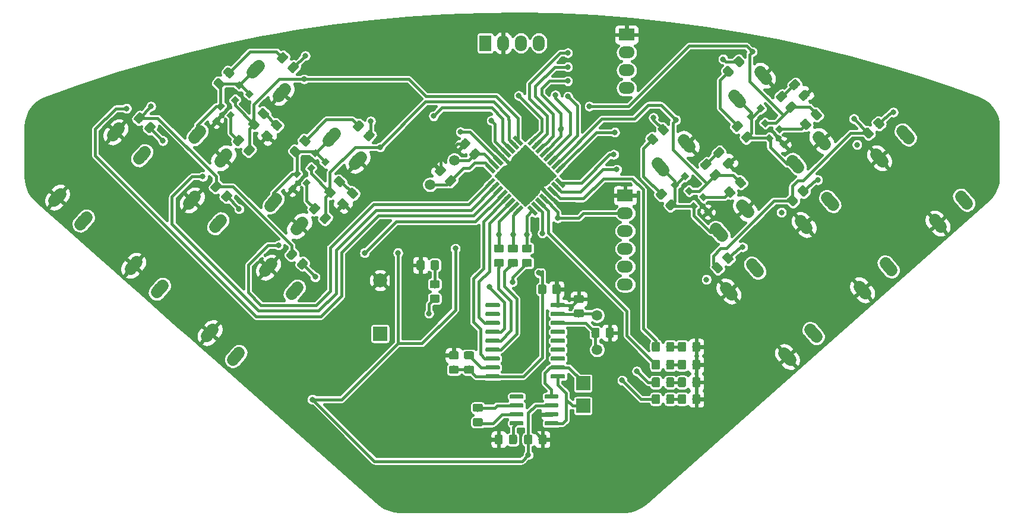
<source format=gbr>
G04 #@! TF.GenerationSoftware,KiCad,Pcbnew,5.1.4*
G04 #@! TF.CreationDate,2019-10-24T14:35:41-03:00*
G04 #@! TF.ProjectId,mswi,6d737769-2e6b-4696-9361-645f70636258,rev?*
G04 #@! TF.SameCoordinates,Original*
G04 #@! TF.FileFunction,Copper,L1,Top*
G04 #@! TF.FilePolarity,Positive*
%FSLAX46Y46*%
G04 Gerber Fmt 4.6, Leading zero omitted, Abs format (unit mm)*
G04 Created by KiCad (PCBNEW 5.1.4) date 2019-10-24 14:35:41*
%MOMM*%
%LPD*%
G04 APERTURE LIST*
%ADD10C,2.000000*%
%ADD11R,2.000000X2.000000*%
%ADD12C,1.500000*%
%ADD13C,0.800000*%
%ADD14C,0.100000*%
%ADD15O,2.300000X1.700000*%
%ADD16R,2.300000X1.700000*%
%ADD17C,1.150000*%
%ADD18C,0.550000*%
%ADD19C,0.600000*%
%ADD20C,1.727200*%
%ADD21C,1.727200*%
%ADD22O,1.700000X2.300000*%
%ADD23R,1.700000X2.300000*%
%ADD24C,0.812800*%
%ADD25C,0.406400*%
%ADD26C,0.381000*%
G04 APERTURE END LIST*
D10*
X126563965Y-89617997D03*
D11*
X126563965Y-97217997D03*
D12*
X157487978Y-94607978D03*
X157487978Y-99487978D03*
D13*
X105878471Y-63916871D03*
D14*
G36*
X105880220Y-63314794D02*
G01*
X106476601Y-63848020D01*
X105876722Y-64518948D01*
X105280341Y-63985722D01*
X105880220Y-63314794D01*
X105880220Y-63314794D01*
G37*
D13*
X106503333Y-61792713D03*
D14*
G36*
X106505082Y-61190636D02*
G01*
X107101463Y-61723862D01*
X106501584Y-62394790D01*
X105905203Y-61861564D01*
X106505082Y-61190636D01*
X106505082Y-61190636D01*
G37*
D13*
X107919738Y-63059125D03*
D14*
G36*
X107921487Y-62457048D02*
G01*
X108517868Y-62990274D01*
X107917989Y-63661202D01*
X107321608Y-63127976D01*
X107921487Y-62457048D01*
X107921487Y-62457048D01*
G37*
D15*
X161495981Y-90187978D03*
X161495981Y-87647978D03*
X161495981Y-85107978D03*
X161495981Y-82567978D03*
X161495981Y-80027978D03*
D16*
X161495981Y-77487978D03*
D12*
X137135729Y-72509437D03*
X133685048Y-75960118D03*
D14*
G36*
X132674470Y-86743201D02*
G01*
X132698738Y-86746801D01*
X132722537Y-86752762D01*
X132745636Y-86761027D01*
X132767815Y-86771517D01*
X132788858Y-86784129D01*
X132808564Y-86798744D01*
X132826742Y-86815220D01*
X132843218Y-86833398D01*
X132857833Y-86853104D01*
X132870445Y-86874147D01*
X132880935Y-86896326D01*
X132889200Y-86919425D01*
X132895161Y-86943224D01*
X132898761Y-86967492D01*
X132899965Y-86991996D01*
X132899965Y-87891998D01*
X132898761Y-87916502D01*
X132895161Y-87940770D01*
X132889200Y-87964569D01*
X132880935Y-87987668D01*
X132870445Y-88009847D01*
X132857833Y-88030890D01*
X132843218Y-88050596D01*
X132826742Y-88068774D01*
X132808564Y-88085250D01*
X132788858Y-88099865D01*
X132767815Y-88112477D01*
X132745636Y-88122967D01*
X132722537Y-88131232D01*
X132698738Y-88137193D01*
X132674470Y-88140793D01*
X132649966Y-88141997D01*
X131999964Y-88141997D01*
X131975460Y-88140793D01*
X131951192Y-88137193D01*
X131927393Y-88131232D01*
X131904294Y-88122967D01*
X131882115Y-88112477D01*
X131861072Y-88099865D01*
X131841366Y-88085250D01*
X131823188Y-88068774D01*
X131806712Y-88050596D01*
X131792097Y-88030890D01*
X131779485Y-88009847D01*
X131768995Y-87987668D01*
X131760730Y-87964569D01*
X131754769Y-87940770D01*
X131751169Y-87916502D01*
X131749965Y-87891998D01*
X131749965Y-86991996D01*
X131751169Y-86967492D01*
X131754769Y-86943224D01*
X131760730Y-86919425D01*
X131768995Y-86896326D01*
X131779485Y-86874147D01*
X131792097Y-86853104D01*
X131806712Y-86833398D01*
X131823188Y-86815220D01*
X131841366Y-86798744D01*
X131861072Y-86784129D01*
X131882115Y-86771517D01*
X131904294Y-86761027D01*
X131927393Y-86752762D01*
X131951192Y-86746801D01*
X131975460Y-86743201D01*
X131999964Y-86741997D01*
X132649966Y-86741997D01*
X132674470Y-86743201D01*
X132674470Y-86743201D01*
G37*
D17*
X132324965Y-87441997D03*
D14*
G36*
X134724470Y-86743201D02*
G01*
X134748738Y-86746801D01*
X134772537Y-86752762D01*
X134795636Y-86761027D01*
X134817815Y-86771517D01*
X134838858Y-86784129D01*
X134858564Y-86798744D01*
X134876742Y-86815220D01*
X134893218Y-86833398D01*
X134907833Y-86853104D01*
X134920445Y-86874147D01*
X134930935Y-86896326D01*
X134939200Y-86919425D01*
X134945161Y-86943224D01*
X134948761Y-86967492D01*
X134949965Y-86991996D01*
X134949965Y-87891998D01*
X134948761Y-87916502D01*
X134945161Y-87940770D01*
X134939200Y-87964569D01*
X134930935Y-87987668D01*
X134920445Y-88009847D01*
X134907833Y-88030890D01*
X134893218Y-88050596D01*
X134876742Y-88068774D01*
X134858564Y-88085250D01*
X134838858Y-88099865D01*
X134817815Y-88112477D01*
X134795636Y-88122967D01*
X134772537Y-88131232D01*
X134748738Y-88137193D01*
X134724470Y-88140793D01*
X134699966Y-88141997D01*
X134049964Y-88141997D01*
X134025460Y-88140793D01*
X134001192Y-88137193D01*
X133977393Y-88131232D01*
X133954294Y-88122967D01*
X133932115Y-88112477D01*
X133911072Y-88099865D01*
X133891366Y-88085250D01*
X133873188Y-88068774D01*
X133856712Y-88050596D01*
X133842097Y-88030890D01*
X133829485Y-88009847D01*
X133818995Y-87987668D01*
X133810730Y-87964569D01*
X133804769Y-87940770D01*
X133801169Y-87916502D01*
X133799965Y-87891998D01*
X133799965Y-86991996D01*
X133801169Y-86967492D01*
X133804769Y-86943224D01*
X133810730Y-86919425D01*
X133818995Y-86896326D01*
X133829485Y-86874147D01*
X133842097Y-86853104D01*
X133856712Y-86833398D01*
X133873188Y-86815220D01*
X133891366Y-86798744D01*
X133911072Y-86784129D01*
X133932115Y-86771517D01*
X133954294Y-86761027D01*
X133977393Y-86752762D01*
X134001192Y-86746801D01*
X134025460Y-86743201D01*
X134049964Y-86741997D01*
X134699966Y-86741997D01*
X134724470Y-86743201D01*
X134724470Y-86743201D01*
G37*
D17*
X134374965Y-87441997D03*
D14*
G36*
X134824470Y-91643201D02*
G01*
X134848738Y-91646801D01*
X134872537Y-91652762D01*
X134895636Y-91661027D01*
X134917815Y-91671517D01*
X134938858Y-91684129D01*
X134958564Y-91698744D01*
X134976742Y-91715220D01*
X134993218Y-91733398D01*
X135007833Y-91753104D01*
X135020445Y-91774147D01*
X135030935Y-91796326D01*
X135039200Y-91819425D01*
X135045161Y-91843224D01*
X135048761Y-91867492D01*
X135049965Y-91891996D01*
X135049965Y-92541998D01*
X135048761Y-92566502D01*
X135045161Y-92590770D01*
X135039200Y-92614569D01*
X135030935Y-92637668D01*
X135020445Y-92659847D01*
X135007833Y-92680890D01*
X134993218Y-92700596D01*
X134976742Y-92718774D01*
X134958564Y-92735250D01*
X134938858Y-92749865D01*
X134917815Y-92762477D01*
X134895636Y-92772967D01*
X134872537Y-92781232D01*
X134848738Y-92787193D01*
X134824470Y-92790793D01*
X134799966Y-92791997D01*
X133899964Y-92791997D01*
X133875460Y-92790793D01*
X133851192Y-92787193D01*
X133827393Y-92781232D01*
X133804294Y-92772967D01*
X133782115Y-92762477D01*
X133761072Y-92749865D01*
X133741366Y-92735250D01*
X133723188Y-92718774D01*
X133706712Y-92700596D01*
X133692097Y-92680890D01*
X133679485Y-92659847D01*
X133668995Y-92637668D01*
X133660730Y-92614569D01*
X133654769Y-92590770D01*
X133651169Y-92566502D01*
X133649965Y-92541998D01*
X133649965Y-91891996D01*
X133651169Y-91867492D01*
X133654769Y-91843224D01*
X133660730Y-91819425D01*
X133668995Y-91796326D01*
X133679485Y-91774147D01*
X133692097Y-91753104D01*
X133706712Y-91733398D01*
X133723188Y-91715220D01*
X133741366Y-91698744D01*
X133761072Y-91684129D01*
X133782115Y-91671517D01*
X133804294Y-91661027D01*
X133827393Y-91652762D01*
X133851192Y-91646801D01*
X133875460Y-91643201D01*
X133899964Y-91641997D01*
X134799966Y-91641997D01*
X134824470Y-91643201D01*
X134824470Y-91643201D01*
G37*
D17*
X134349965Y-92216997D03*
D14*
G36*
X134824470Y-89593201D02*
G01*
X134848738Y-89596801D01*
X134872537Y-89602762D01*
X134895636Y-89611027D01*
X134917815Y-89621517D01*
X134938858Y-89634129D01*
X134958564Y-89648744D01*
X134976742Y-89665220D01*
X134993218Y-89683398D01*
X135007833Y-89703104D01*
X135020445Y-89724147D01*
X135030935Y-89746326D01*
X135039200Y-89769425D01*
X135045161Y-89793224D01*
X135048761Y-89817492D01*
X135049965Y-89841996D01*
X135049965Y-90491998D01*
X135048761Y-90516502D01*
X135045161Y-90540770D01*
X135039200Y-90564569D01*
X135030935Y-90587668D01*
X135020445Y-90609847D01*
X135007833Y-90630890D01*
X134993218Y-90650596D01*
X134976742Y-90668774D01*
X134958564Y-90685250D01*
X134938858Y-90699865D01*
X134917815Y-90712477D01*
X134895636Y-90722967D01*
X134872537Y-90731232D01*
X134848738Y-90737193D01*
X134824470Y-90740793D01*
X134799966Y-90741997D01*
X133899964Y-90741997D01*
X133875460Y-90740793D01*
X133851192Y-90737193D01*
X133827393Y-90731232D01*
X133804294Y-90722967D01*
X133782115Y-90712477D01*
X133761072Y-90699865D01*
X133741366Y-90685250D01*
X133723188Y-90668774D01*
X133706712Y-90650596D01*
X133692097Y-90630890D01*
X133679485Y-90609847D01*
X133668995Y-90587668D01*
X133660730Y-90564569D01*
X133654769Y-90540770D01*
X133651169Y-90516502D01*
X133649965Y-90491998D01*
X133649965Y-89841996D01*
X133651169Y-89817492D01*
X133654769Y-89793224D01*
X133660730Y-89769425D01*
X133668995Y-89746326D01*
X133679485Y-89724147D01*
X133692097Y-89703104D01*
X133706712Y-89683398D01*
X133723188Y-89665220D01*
X133741366Y-89648744D01*
X133761072Y-89634129D01*
X133782115Y-89621517D01*
X133804294Y-89611027D01*
X133827393Y-89602762D01*
X133851192Y-89596801D01*
X133875460Y-89593201D01*
X133899964Y-89591997D01*
X134799966Y-89591997D01*
X134824470Y-89593201D01*
X134824470Y-89593201D01*
G37*
D17*
X134349965Y-90166997D03*
D18*
X148287978Y-69687978D03*
D14*
G36*
X147916747Y-70448118D02*
G01*
X147527838Y-70059209D01*
X148659209Y-68927838D01*
X149048118Y-69316747D01*
X147916747Y-70448118D01*
X147916747Y-70448118D01*
G37*
D18*
X148853663Y-70253664D03*
D14*
G36*
X148482432Y-71013804D02*
G01*
X148093523Y-70624895D01*
X149224894Y-69493524D01*
X149613803Y-69882433D01*
X148482432Y-71013804D01*
X148482432Y-71013804D01*
G37*
D18*
X149419349Y-70819349D03*
D14*
G36*
X149048118Y-71579489D02*
G01*
X148659209Y-71190580D01*
X149790580Y-70059209D01*
X150179489Y-70448118D01*
X149048118Y-71579489D01*
X149048118Y-71579489D01*
G37*
D18*
X149985034Y-71385034D03*
D14*
G36*
X149613803Y-72145174D02*
G01*
X149224894Y-71756265D01*
X150356265Y-70624894D01*
X150745174Y-71013803D01*
X149613803Y-72145174D01*
X149613803Y-72145174D01*
G37*
D18*
X150550720Y-71950720D03*
D14*
G36*
X150179489Y-72710860D02*
G01*
X149790580Y-72321951D01*
X150921951Y-71190580D01*
X151310860Y-71579489D01*
X150179489Y-72710860D01*
X150179489Y-72710860D01*
G37*
D18*
X151116405Y-72516405D03*
D14*
G36*
X150745174Y-73276545D02*
G01*
X150356265Y-72887636D01*
X151487636Y-71756265D01*
X151876545Y-72145174D01*
X150745174Y-73276545D01*
X150745174Y-73276545D01*
G37*
D18*
X151682090Y-73082091D03*
D14*
G36*
X151310859Y-73842231D02*
G01*
X150921950Y-73453322D01*
X152053321Y-72321951D01*
X152442230Y-72710860D01*
X151310859Y-73842231D01*
X151310859Y-73842231D01*
G37*
D18*
X152247776Y-73647776D03*
D14*
G36*
X151876545Y-74407916D02*
G01*
X151487636Y-74019007D01*
X152619007Y-72887636D01*
X153007916Y-73276545D01*
X151876545Y-74407916D01*
X151876545Y-74407916D01*
G37*
D18*
X152247776Y-75698386D03*
D14*
G36*
X151487636Y-75327155D02*
G01*
X151876545Y-74938246D01*
X153007916Y-76069617D01*
X152619007Y-76458526D01*
X151487636Y-75327155D01*
X151487636Y-75327155D01*
G37*
D18*
X151682090Y-76264071D03*
D14*
G36*
X150921950Y-75892840D02*
G01*
X151310859Y-75503931D01*
X152442230Y-76635302D01*
X152053321Y-77024211D01*
X150921950Y-75892840D01*
X150921950Y-75892840D01*
G37*
D18*
X151116405Y-76829757D03*
D14*
G36*
X150356265Y-76458526D02*
G01*
X150745174Y-76069617D01*
X151876545Y-77200988D01*
X151487636Y-77589897D01*
X150356265Y-76458526D01*
X150356265Y-76458526D01*
G37*
D18*
X150550720Y-77395442D03*
D14*
G36*
X149790580Y-77024211D02*
G01*
X150179489Y-76635302D01*
X151310860Y-77766673D01*
X150921951Y-78155582D01*
X149790580Y-77024211D01*
X149790580Y-77024211D01*
G37*
D18*
X149985034Y-77961128D03*
D14*
G36*
X149224894Y-77589897D02*
G01*
X149613803Y-77200988D01*
X150745174Y-78332359D01*
X150356265Y-78721268D01*
X149224894Y-77589897D01*
X149224894Y-77589897D01*
G37*
D18*
X149419349Y-78526813D03*
D14*
G36*
X148659209Y-78155582D02*
G01*
X149048118Y-77766673D01*
X150179489Y-78898044D01*
X149790580Y-79286953D01*
X148659209Y-78155582D01*
X148659209Y-78155582D01*
G37*
D18*
X148853663Y-79092498D03*
D14*
G36*
X148093523Y-78721267D02*
G01*
X148482432Y-78332358D01*
X149613803Y-79463729D01*
X149224894Y-79852638D01*
X148093523Y-78721267D01*
X148093523Y-78721267D01*
G37*
D18*
X148287978Y-79658184D03*
D14*
G36*
X147527838Y-79286953D02*
G01*
X147916747Y-78898044D01*
X149048118Y-80029415D01*
X148659209Y-80418324D01*
X147527838Y-79286953D01*
X147527838Y-79286953D01*
G37*
D18*
X146237368Y-79658184D03*
D14*
G36*
X145866137Y-80418324D02*
G01*
X145477228Y-80029415D01*
X146608599Y-78898044D01*
X146997508Y-79286953D01*
X145866137Y-80418324D01*
X145866137Y-80418324D01*
G37*
D18*
X145671683Y-79092498D03*
D14*
G36*
X145300452Y-79852638D02*
G01*
X144911543Y-79463729D01*
X146042914Y-78332358D01*
X146431823Y-78721267D01*
X145300452Y-79852638D01*
X145300452Y-79852638D01*
G37*
D18*
X145105997Y-78526813D03*
D14*
G36*
X144734766Y-79286953D02*
G01*
X144345857Y-78898044D01*
X145477228Y-77766673D01*
X145866137Y-78155582D01*
X144734766Y-79286953D01*
X144734766Y-79286953D01*
G37*
D18*
X144540312Y-77961128D03*
D14*
G36*
X144169081Y-78721268D02*
G01*
X143780172Y-78332359D01*
X144911543Y-77200988D01*
X145300452Y-77589897D01*
X144169081Y-78721268D01*
X144169081Y-78721268D01*
G37*
D18*
X143974626Y-77395442D03*
D14*
G36*
X143603395Y-78155582D02*
G01*
X143214486Y-77766673D01*
X144345857Y-76635302D01*
X144734766Y-77024211D01*
X143603395Y-78155582D01*
X143603395Y-78155582D01*
G37*
D18*
X143408941Y-76829757D03*
D14*
G36*
X143037710Y-77589897D02*
G01*
X142648801Y-77200988D01*
X143780172Y-76069617D01*
X144169081Y-76458526D01*
X143037710Y-77589897D01*
X143037710Y-77589897D01*
G37*
D18*
X142843256Y-76264071D03*
D14*
G36*
X142472025Y-77024211D02*
G01*
X142083116Y-76635302D01*
X143214487Y-75503931D01*
X143603396Y-75892840D01*
X142472025Y-77024211D01*
X142472025Y-77024211D01*
G37*
D18*
X142277570Y-75698386D03*
D14*
G36*
X141906339Y-76458526D02*
G01*
X141517430Y-76069617D01*
X142648801Y-74938246D01*
X143037710Y-75327155D01*
X141906339Y-76458526D01*
X141906339Y-76458526D01*
G37*
D18*
X142277570Y-73647776D03*
D14*
G36*
X141517430Y-73276545D02*
G01*
X141906339Y-72887636D01*
X143037710Y-74019007D01*
X142648801Y-74407916D01*
X141517430Y-73276545D01*
X141517430Y-73276545D01*
G37*
D18*
X142843256Y-73082091D03*
D14*
G36*
X142083116Y-72710860D02*
G01*
X142472025Y-72321951D01*
X143603396Y-73453322D01*
X143214487Y-73842231D01*
X142083116Y-72710860D01*
X142083116Y-72710860D01*
G37*
D18*
X143408941Y-72516405D03*
D14*
G36*
X142648801Y-72145174D02*
G01*
X143037710Y-71756265D01*
X144169081Y-72887636D01*
X143780172Y-73276545D01*
X142648801Y-72145174D01*
X142648801Y-72145174D01*
G37*
D18*
X143974626Y-71950720D03*
D14*
G36*
X143214486Y-71579489D02*
G01*
X143603395Y-71190580D01*
X144734766Y-72321951D01*
X144345857Y-72710860D01*
X143214486Y-71579489D01*
X143214486Y-71579489D01*
G37*
D18*
X144540312Y-71385034D03*
D14*
G36*
X143780172Y-71013803D02*
G01*
X144169081Y-70624894D01*
X145300452Y-71756265D01*
X144911543Y-72145174D01*
X143780172Y-71013803D01*
X143780172Y-71013803D01*
G37*
D18*
X145105997Y-70819349D03*
D14*
G36*
X144345857Y-70448118D02*
G01*
X144734766Y-70059209D01*
X145866137Y-71190580D01*
X145477228Y-71579489D01*
X144345857Y-70448118D01*
X144345857Y-70448118D01*
G37*
D18*
X145671683Y-70253664D03*
D14*
G36*
X144911543Y-69882433D02*
G01*
X145300452Y-69493524D01*
X146431823Y-70624895D01*
X146042914Y-71013804D01*
X144911543Y-69882433D01*
X144911543Y-69882433D01*
G37*
D18*
X146237368Y-69687978D03*
D14*
G36*
X145477228Y-69316747D02*
G01*
X145866137Y-68927838D01*
X146997508Y-70059209D01*
X146608599Y-70448118D01*
X145477228Y-69316747D01*
X145477228Y-69316747D01*
G37*
G36*
X143503681Y-103014700D02*
G01*
X143518242Y-103016860D01*
X143532521Y-103020437D01*
X143546381Y-103025396D01*
X143559688Y-103031690D01*
X143572314Y-103039258D01*
X143584137Y-103048026D01*
X143595044Y-103057912D01*
X143604930Y-103068819D01*
X143613698Y-103080642D01*
X143621266Y-103093268D01*
X143627560Y-103106575D01*
X143632519Y-103120435D01*
X143636096Y-103134714D01*
X143638256Y-103149275D01*
X143638978Y-103163978D01*
X143638978Y-103463978D01*
X143638256Y-103478681D01*
X143636096Y-103493242D01*
X143632519Y-103507521D01*
X143627560Y-103521381D01*
X143621266Y-103534688D01*
X143613698Y-103547314D01*
X143604930Y-103559137D01*
X143595044Y-103570044D01*
X143584137Y-103579930D01*
X143572314Y-103588698D01*
X143559688Y-103596266D01*
X143546381Y-103602560D01*
X143532521Y-103607519D01*
X143518242Y-103611096D01*
X143503681Y-103613256D01*
X143488978Y-103613978D01*
X141738978Y-103613978D01*
X141724275Y-103613256D01*
X141709714Y-103611096D01*
X141695435Y-103607519D01*
X141681575Y-103602560D01*
X141668268Y-103596266D01*
X141655642Y-103588698D01*
X141643819Y-103579930D01*
X141632912Y-103570044D01*
X141623026Y-103559137D01*
X141614258Y-103547314D01*
X141606690Y-103534688D01*
X141600396Y-103521381D01*
X141595437Y-103507521D01*
X141591860Y-103493242D01*
X141589700Y-103478681D01*
X141588978Y-103463978D01*
X141588978Y-103163978D01*
X141589700Y-103149275D01*
X141591860Y-103134714D01*
X141595437Y-103120435D01*
X141600396Y-103106575D01*
X141606690Y-103093268D01*
X141614258Y-103080642D01*
X141623026Y-103068819D01*
X141632912Y-103057912D01*
X141643819Y-103048026D01*
X141655642Y-103039258D01*
X141668268Y-103031690D01*
X141681575Y-103025396D01*
X141695435Y-103020437D01*
X141709714Y-103016860D01*
X141724275Y-103014700D01*
X141738978Y-103013978D01*
X143488978Y-103013978D01*
X143503681Y-103014700D01*
X143503681Y-103014700D01*
G37*
D19*
X142613978Y-103313978D03*
D14*
G36*
X143503681Y-101744700D02*
G01*
X143518242Y-101746860D01*
X143532521Y-101750437D01*
X143546381Y-101755396D01*
X143559688Y-101761690D01*
X143572314Y-101769258D01*
X143584137Y-101778026D01*
X143595044Y-101787912D01*
X143604930Y-101798819D01*
X143613698Y-101810642D01*
X143621266Y-101823268D01*
X143627560Y-101836575D01*
X143632519Y-101850435D01*
X143636096Y-101864714D01*
X143638256Y-101879275D01*
X143638978Y-101893978D01*
X143638978Y-102193978D01*
X143638256Y-102208681D01*
X143636096Y-102223242D01*
X143632519Y-102237521D01*
X143627560Y-102251381D01*
X143621266Y-102264688D01*
X143613698Y-102277314D01*
X143604930Y-102289137D01*
X143595044Y-102300044D01*
X143584137Y-102309930D01*
X143572314Y-102318698D01*
X143559688Y-102326266D01*
X143546381Y-102332560D01*
X143532521Y-102337519D01*
X143518242Y-102341096D01*
X143503681Y-102343256D01*
X143488978Y-102343978D01*
X141738978Y-102343978D01*
X141724275Y-102343256D01*
X141709714Y-102341096D01*
X141695435Y-102337519D01*
X141681575Y-102332560D01*
X141668268Y-102326266D01*
X141655642Y-102318698D01*
X141643819Y-102309930D01*
X141632912Y-102300044D01*
X141623026Y-102289137D01*
X141614258Y-102277314D01*
X141606690Y-102264688D01*
X141600396Y-102251381D01*
X141595437Y-102237521D01*
X141591860Y-102223242D01*
X141589700Y-102208681D01*
X141588978Y-102193978D01*
X141588978Y-101893978D01*
X141589700Y-101879275D01*
X141591860Y-101864714D01*
X141595437Y-101850435D01*
X141600396Y-101836575D01*
X141606690Y-101823268D01*
X141614258Y-101810642D01*
X141623026Y-101798819D01*
X141632912Y-101787912D01*
X141643819Y-101778026D01*
X141655642Y-101769258D01*
X141668268Y-101761690D01*
X141681575Y-101755396D01*
X141695435Y-101750437D01*
X141709714Y-101746860D01*
X141724275Y-101744700D01*
X141738978Y-101743978D01*
X143488978Y-101743978D01*
X143503681Y-101744700D01*
X143503681Y-101744700D01*
G37*
D19*
X142613978Y-102043978D03*
D14*
G36*
X143503681Y-100474700D02*
G01*
X143518242Y-100476860D01*
X143532521Y-100480437D01*
X143546381Y-100485396D01*
X143559688Y-100491690D01*
X143572314Y-100499258D01*
X143584137Y-100508026D01*
X143595044Y-100517912D01*
X143604930Y-100528819D01*
X143613698Y-100540642D01*
X143621266Y-100553268D01*
X143627560Y-100566575D01*
X143632519Y-100580435D01*
X143636096Y-100594714D01*
X143638256Y-100609275D01*
X143638978Y-100623978D01*
X143638978Y-100923978D01*
X143638256Y-100938681D01*
X143636096Y-100953242D01*
X143632519Y-100967521D01*
X143627560Y-100981381D01*
X143621266Y-100994688D01*
X143613698Y-101007314D01*
X143604930Y-101019137D01*
X143595044Y-101030044D01*
X143584137Y-101039930D01*
X143572314Y-101048698D01*
X143559688Y-101056266D01*
X143546381Y-101062560D01*
X143532521Y-101067519D01*
X143518242Y-101071096D01*
X143503681Y-101073256D01*
X143488978Y-101073978D01*
X141738978Y-101073978D01*
X141724275Y-101073256D01*
X141709714Y-101071096D01*
X141695435Y-101067519D01*
X141681575Y-101062560D01*
X141668268Y-101056266D01*
X141655642Y-101048698D01*
X141643819Y-101039930D01*
X141632912Y-101030044D01*
X141623026Y-101019137D01*
X141614258Y-101007314D01*
X141606690Y-100994688D01*
X141600396Y-100981381D01*
X141595437Y-100967521D01*
X141591860Y-100953242D01*
X141589700Y-100938681D01*
X141588978Y-100923978D01*
X141588978Y-100623978D01*
X141589700Y-100609275D01*
X141591860Y-100594714D01*
X141595437Y-100580435D01*
X141600396Y-100566575D01*
X141606690Y-100553268D01*
X141614258Y-100540642D01*
X141623026Y-100528819D01*
X141632912Y-100517912D01*
X141643819Y-100508026D01*
X141655642Y-100499258D01*
X141668268Y-100491690D01*
X141681575Y-100485396D01*
X141695435Y-100480437D01*
X141709714Y-100476860D01*
X141724275Y-100474700D01*
X141738978Y-100473978D01*
X143488978Y-100473978D01*
X143503681Y-100474700D01*
X143503681Y-100474700D01*
G37*
D19*
X142613978Y-100773978D03*
D14*
G36*
X143503681Y-99204700D02*
G01*
X143518242Y-99206860D01*
X143532521Y-99210437D01*
X143546381Y-99215396D01*
X143559688Y-99221690D01*
X143572314Y-99229258D01*
X143584137Y-99238026D01*
X143595044Y-99247912D01*
X143604930Y-99258819D01*
X143613698Y-99270642D01*
X143621266Y-99283268D01*
X143627560Y-99296575D01*
X143632519Y-99310435D01*
X143636096Y-99324714D01*
X143638256Y-99339275D01*
X143638978Y-99353978D01*
X143638978Y-99653978D01*
X143638256Y-99668681D01*
X143636096Y-99683242D01*
X143632519Y-99697521D01*
X143627560Y-99711381D01*
X143621266Y-99724688D01*
X143613698Y-99737314D01*
X143604930Y-99749137D01*
X143595044Y-99760044D01*
X143584137Y-99769930D01*
X143572314Y-99778698D01*
X143559688Y-99786266D01*
X143546381Y-99792560D01*
X143532521Y-99797519D01*
X143518242Y-99801096D01*
X143503681Y-99803256D01*
X143488978Y-99803978D01*
X141738978Y-99803978D01*
X141724275Y-99803256D01*
X141709714Y-99801096D01*
X141695435Y-99797519D01*
X141681575Y-99792560D01*
X141668268Y-99786266D01*
X141655642Y-99778698D01*
X141643819Y-99769930D01*
X141632912Y-99760044D01*
X141623026Y-99749137D01*
X141614258Y-99737314D01*
X141606690Y-99724688D01*
X141600396Y-99711381D01*
X141595437Y-99697521D01*
X141591860Y-99683242D01*
X141589700Y-99668681D01*
X141588978Y-99653978D01*
X141588978Y-99353978D01*
X141589700Y-99339275D01*
X141591860Y-99324714D01*
X141595437Y-99310435D01*
X141600396Y-99296575D01*
X141606690Y-99283268D01*
X141614258Y-99270642D01*
X141623026Y-99258819D01*
X141632912Y-99247912D01*
X141643819Y-99238026D01*
X141655642Y-99229258D01*
X141668268Y-99221690D01*
X141681575Y-99215396D01*
X141695435Y-99210437D01*
X141709714Y-99206860D01*
X141724275Y-99204700D01*
X141738978Y-99203978D01*
X143488978Y-99203978D01*
X143503681Y-99204700D01*
X143503681Y-99204700D01*
G37*
D19*
X142613978Y-99503978D03*
D14*
G36*
X143503681Y-97934700D02*
G01*
X143518242Y-97936860D01*
X143532521Y-97940437D01*
X143546381Y-97945396D01*
X143559688Y-97951690D01*
X143572314Y-97959258D01*
X143584137Y-97968026D01*
X143595044Y-97977912D01*
X143604930Y-97988819D01*
X143613698Y-98000642D01*
X143621266Y-98013268D01*
X143627560Y-98026575D01*
X143632519Y-98040435D01*
X143636096Y-98054714D01*
X143638256Y-98069275D01*
X143638978Y-98083978D01*
X143638978Y-98383978D01*
X143638256Y-98398681D01*
X143636096Y-98413242D01*
X143632519Y-98427521D01*
X143627560Y-98441381D01*
X143621266Y-98454688D01*
X143613698Y-98467314D01*
X143604930Y-98479137D01*
X143595044Y-98490044D01*
X143584137Y-98499930D01*
X143572314Y-98508698D01*
X143559688Y-98516266D01*
X143546381Y-98522560D01*
X143532521Y-98527519D01*
X143518242Y-98531096D01*
X143503681Y-98533256D01*
X143488978Y-98533978D01*
X141738978Y-98533978D01*
X141724275Y-98533256D01*
X141709714Y-98531096D01*
X141695435Y-98527519D01*
X141681575Y-98522560D01*
X141668268Y-98516266D01*
X141655642Y-98508698D01*
X141643819Y-98499930D01*
X141632912Y-98490044D01*
X141623026Y-98479137D01*
X141614258Y-98467314D01*
X141606690Y-98454688D01*
X141600396Y-98441381D01*
X141595437Y-98427521D01*
X141591860Y-98413242D01*
X141589700Y-98398681D01*
X141588978Y-98383978D01*
X141588978Y-98083978D01*
X141589700Y-98069275D01*
X141591860Y-98054714D01*
X141595437Y-98040435D01*
X141600396Y-98026575D01*
X141606690Y-98013268D01*
X141614258Y-98000642D01*
X141623026Y-97988819D01*
X141632912Y-97977912D01*
X141643819Y-97968026D01*
X141655642Y-97959258D01*
X141668268Y-97951690D01*
X141681575Y-97945396D01*
X141695435Y-97940437D01*
X141709714Y-97936860D01*
X141724275Y-97934700D01*
X141738978Y-97933978D01*
X143488978Y-97933978D01*
X143503681Y-97934700D01*
X143503681Y-97934700D01*
G37*
D19*
X142613978Y-98233978D03*
D14*
G36*
X143503681Y-96664700D02*
G01*
X143518242Y-96666860D01*
X143532521Y-96670437D01*
X143546381Y-96675396D01*
X143559688Y-96681690D01*
X143572314Y-96689258D01*
X143584137Y-96698026D01*
X143595044Y-96707912D01*
X143604930Y-96718819D01*
X143613698Y-96730642D01*
X143621266Y-96743268D01*
X143627560Y-96756575D01*
X143632519Y-96770435D01*
X143636096Y-96784714D01*
X143638256Y-96799275D01*
X143638978Y-96813978D01*
X143638978Y-97113978D01*
X143638256Y-97128681D01*
X143636096Y-97143242D01*
X143632519Y-97157521D01*
X143627560Y-97171381D01*
X143621266Y-97184688D01*
X143613698Y-97197314D01*
X143604930Y-97209137D01*
X143595044Y-97220044D01*
X143584137Y-97229930D01*
X143572314Y-97238698D01*
X143559688Y-97246266D01*
X143546381Y-97252560D01*
X143532521Y-97257519D01*
X143518242Y-97261096D01*
X143503681Y-97263256D01*
X143488978Y-97263978D01*
X141738978Y-97263978D01*
X141724275Y-97263256D01*
X141709714Y-97261096D01*
X141695435Y-97257519D01*
X141681575Y-97252560D01*
X141668268Y-97246266D01*
X141655642Y-97238698D01*
X141643819Y-97229930D01*
X141632912Y-97220044D01*
X141623026Y-97209137D01*
X141614258Y-97197314D01*
X141606690Y-97184688D01*
X141600396Y-97171381D01*
X141595437Y-97157521D01*
X141591860Y-97143242D01*
X141589700Y-97128681D01*
X141588978Y-97113978D01*
X141588978Y-96813978D01*
X141589700Y-96799275D01*
X141591860Y-96784714D01*
X141595437Y-96770435D01*
X141600396Y-96756575D01*
X141606690Y-96743268D01*
X141614258Y-96730642D01*
X141623026Y-96718819D01*
X141632912Y-96707912D01*
X141643819Y-96698026D01*
X141655642Y-96689258D01*
X141668268Y-96681690D01*
X141681575Y-96675396D01*
X141695435Y-96670437D01*
X141709714Y-96666860D01*
X141724275Y-96664700D01*
X141738978Y-96663978D01*
X143488978Y-96663978D01*
X143503681Y-96664700D01*
X143503681Y-96664700D01*
G37*
D19*
X142613978Y-96963978D03*
D14*
G36*
X143503681Y-95394700D02*
G01*
X143518242Y-95396860D01*
X143532521Y-95400437D01*
X143546381Y-95405396D01*
X143559688Y-95411690D01*
X143572314Y-95419258D01*
X143584137Y-95428026D01*
X143595044Y-95437912D01*
X143604930Y-95448819D01*
X143613698Y-95460642D01*
X143621266Y-95473268D01*
X143627560Y-95486575D01*
X143632519Y-95500435D01*
X143636096Y-95514714D01*
X143638256Y-95529275D01*
X143638978Y-95543978D01*
X143638978Y-95843978D01*
X143638256Y-95858681D01*
X143636096Y-95873242D01*
X143632519Y-95887521D01*
X143627560Y-95901381D01*
X143621266Y-95914688D01*
X143613698Y-95927314D01*
X143604930Y-95939137D01*
X143595044Y-95950044D01*
X143584137Y-95959930D01*
X143572314Y-95968698D01*
X143559688Y-95976266D01*
X143546381Y-95982560D01*
X143532521Y-95987519D01*
X143518242Y-95991096D01*
X143503681Y-95993256D01*
X143488978Y-95993978D01*
X141738978Y-95993978D01*
X141724275Y-95993256D01*
X141709714Y-95991096D01*
X141695435Y-95987519D01*
X141681575Y-95982560D01*
X141668268Y-95976266D01*
X141655642Y-95968698D01*
X141643819Y-95959930D01*
X141632912Y-95950044D01*
X141623026Y-95939137D01*
X141614258Y-95927314D01*
X141606690Y-95914688D01*
X141600396Y-95901381D01*
X141595437Y-95887521D01*
X141591860Y-95873242D01*
X141589700Y-95858681D01*
X141588978Y-95843978D01*
X141588978Y-95543978D01*
X141589700Y-95529275D01*
X141591860Y-95514714D01*
X141595437Y-95500435D01*
X141600396Y-95486575D01*
X141606690Y-95473268D01*
X141614258Y-95460642D01*
X141623026Y-95448819D01*
X141632912Y-95437912D01*
X141643819Y-95428026D01*
X141655642Y-95419258D01*
X141668268Y-95411690D01*
X141681575Y-95405396D01*
X141695435Y-95400437D01*
X141709714Y-95396860D01*
X141724275Y-95394700D01*
X141738978Y-95393978D01*
X143488978Y-95393978D01*
X143503681Y-95394700D01*
X143503681Y-95394700D01*
G37*
D19*
X142613978Y-95693978D03*
D14*
G36*
X143503681Y-94124700D02*
G01*
X143518242Y-94126860D01*
X143532521Y-94130437D01*
X143546381Y-94135396D01*
X143559688Y-94141690D01*
X143572314Y-94149258D01*
X143584137Y-94158026D01*
X143595044Y-94167912D01*
X143604930Y-94178819D01*
X143613698Y-94190642D01*
X143621266Y-94203268D01*
X143627560Y-94216575D01*
X143632519Y-94230435D01*
X143636096Y-94244714D01*
X143638256Y-94259275D01*
X143638978Y-94273978D01*
X143638978Y-94573978D01*
X143638256Y-94588681D01*
X143636096Y-94603242D01*
X143632519Y-94617521D01*
X143627560Y-94631381D01*
X143621266Y-94644688D01*
X143613698Y-94657314D01*
X143604930Y-94669137D01*
X143595044Y-94680044D01*
X143584137Y-94689930D01*
X143572314Y-94698698D01*
X143559688Y-94706266D01*
X143546381Y-94712560D01*
X143532521Y-94717519D01*
X143518242Y-94721096D01*
X143503681Y-94723256D01*
X143488978Y-94723978D01*
X141738978Y-94723978D01*
X141724275Y-94723256D01*
X141709714Y-94721096D01*
X141695435Y-94717519D01*
X141681575Y-94712560D01*
X141668268Y-94706266D01*
X141655642Y-94698698D01*
X141643819Y-94689930D01*
X141632912Y-94680044D01*
X141623026Y-94669137D01*
X141614258Y-94657314D01*
X141606690Y-94644688D01*
X141600396Y-94631381D01*
X141595437Y-94617521D01*
X141591860Y-94603242D01*
X141589700Y-94588681D01*
X141588978Y-94573978D01*
X141588978Y-94273978D01*
X141589700Y-94259275D01*
X141591860Y-94244714D01*
X141595437Y-94230435D01*
X141600396Y-94216575D01*
X141606690Y-94203268D01*
X141614258Y-94190642D01*
X141623026Y-94178819D01*
X141632912Y-94167912D01*
X141643819Y-94158026D01*
X141655642Y-94149258D01*
X141668268Y-94141690D01*
X141681575Y-94135396D01*
X141695435Y-94130437D01*
X141709714Y-94126860D01*
X141724275Y-94124700D01*
X141738978Y-94123978D01*
X143488978Y-94123978D01*
X143503681Y-94124700D01*
X143503681Y-94124700D01*
G37*
D19*
X142613978Y-94423978D03*
D14*
G36*
X143503681Y-92854700D02*
G01*
X143518242Y-92856860D01*
X143532521Y-92860437D01*
X143546381Y-92865396D01*
X143559688Y-92871690D01*
X143572314Y-92879258D01*
X143584137Y-92888026D01*
X143595044Y-92897912D01*
X143604930Y-92908819D01*
X143613698Y-92920642D01*
X143621266Y-92933268D01*
X143627560Y-92946575D01*
X143632519Y-92960435D01*
X143636096Y-92974714D01*
X143638256Y-92989275D01*
X143638978Y-93003978D01*
X143638978Y-93303978D01*
X143638256Y-93318681D01*
X143636096Y-93333242D01*
X143632519Y-93347521D01*
X143627560Y-93361381D01*
X143621266Y-93374688D01*
X143613698Y-93387314D01*
X143604930Y-93399137D01*
X143595044Y-93410044D01*
X143584137Y-93419930D01*
X143572314Y-93428698D01*
X143559688Y-93436266D01*
X143546381Y-93442560D01*
X143532521Y-93447519D01*
X143518242Y-93451096D01*
X143503681Y-93453256D01*
X143488978Y-93453978D01*
X141738978Y-93453978D01*
X141724275Y-93453256D01*
X141709714Y-93451096D01*
X141695435Y-93447519D01*
X141681575Y-93442560D01*
X141668268Y-93436266D01*
X141655642Y-93428698D01*
X141643819Y-93419930D01*
X141632912Y-93410044D01*
X141623026Y-93399137D01*
X141614258Y-93387314D01*
X141606690Y-93374688D01*
X141600396Y-93361381D01*
X141595437Y-93347521D01*
X141591860Y-93333242D01*
X141589700Y-93318681D01*
X141588978Y-93303978D01*
X141588978Y-93003978D01*
X141589700Y-92989275D01*
X141591860Y-92974714D01*
X141595437Y-92960435D01*
X141600396Y-92946575D01*
X141606690Y-92933268D01*
X141614258Y-92920642D01*
X141623026Y-92908819D01*
X141632912Y-92897912D01*
X141643819Y-92888026D01*
X141655642Y-92879258D01*
X141668268Y-92871690D01*
X141681575Y-92865396D01*
X141695435Y-92860437D01*
X141709714Y-92856860D01*
X141724275Y-92854700D01*
X141738978Y-92853978D01*
X143488978Y-92853978D01*
X143503681Y-92854700D01*
X143503681Y-92854700D01*
G37*
D19*
X142613978Y-93153978D03*
D14*
G36*
X152803681Y-92854700D02*
G01*
X152818242Y-92856860D01*
X152832521Y-92860437D01*
X152846381Y-92865396D01*
X152859688Y-92871690D01*
X152872314Y-92879258D01*
X152884137Y-92888026D01*
X152895044Y-92897912D01*
X152904930Y-92908819D01*
X152913698Y-92920642D01*
X152921266Y-92933268D01*
X152927560Y-92946575D01*
X152932519Y-92960435D01*
X152936096Y-92974714D01*
X152938256Y-92989275D01*
X152938978Y-93003978D01*
X152938978Y-93303978D01*
X152938256Y-93318681D01*
X152936096Y-93333242D01*
X152932519Y-93347521D01*
X152927560Y-93361381D01*
X152921266Y-93374688D01*
X152913698Y-93387314D01*
X152904930Y-93399137D01*
X152895044Y-93410044D01*
X152884137Y-93419930D01*
X152872314Y-93428698D01*
X152859688Y-93436266D01*
X152846381Y-93442560D01*
X152832521Y-93447519D01*
X152818242Y-93451096D01*
X152803681Y-93453256D01*
X152788978Y-93453978D01*
X151038978Y-93453978D01*
X151024275Y-93453256D01*
X151009714Y-93451096D01*
X150995435Y-93447519D01*
X150981575Y-93442560D01*
X150968268Y-93436266D01*
X150955642Y-93428698D01*
X150943819Y-93419930D01*
X150932912Y-93410044D01*
X150923026Y-93399137D01*
X150914258Y-93387314D01*
X150906690Y-93374688D01*
X150900396Y-93361381D01*
X150895437Y-93347521D01*
X150891860Y-93333242D01*
X150889700Y-93318681D01*
X150888978Y-93303978D01*
X150888978Y-93003978D01*
X150889700Y-92989275D01*
X150891860Y-92974714D01*
X150895437Y-92960435D01*
X150900396Y-92946575D01*
X150906690Y-92933268D01*
X150914258Y-92920642D01*
X150923026Y-92908819D01*
X150932912Y-92897912D01*
X150943819Y-92888026D01*
X150955642Y-92879258D01*
X150968268Y-92871690D01*
X150981575Y-92865396D01*
X150995435Y-92860437D01*
X151009714Y-92856860D01*
X151024275Y-92854700D01*
X151038978Y-92853978D01*
X152788978Y-92853978D01*
X152803681Y-92854700D01*
X152803681Y-92854700D01*
G37*
D19*
X151913978Y-93153978D03*
D14*
G36*
X152803681Y-94124700D02*
G01*
X152818242Y-94126860D01*
X152832521Y-94130437D01*
X152846381Y-94135396D01*
X152859688Y-94141690D01*
X152872314Y-94149258D01*
X152884137Y-94158026D01*
X152895044Y-94167912D01*
X152904930Y-94178819D01*
X152913698Y-94190642D01*
X152921266Y-94203268D01*
X152927560Y-94216575D01*
X152932519Y-94230435D01*
X152936096Y-94244714D01*
X152938256Y-94259275D01*
X152938978Y-94273978D01*
X152938978Y-94573978D01*
X152938256Y-94588681D01*
X152936096Y-94603242D01*
X152932519Y-94617521D01*
X152927560Y-94631381D01*
X152921266Y-94644688D01*
X152913698Y-94657314D01*
X152904930Y-94669137D01*
X152895044Y-94680044D01*
X152884137Y-94689930D01*
X152872314Y-94698698D01*
X152859688Y-94706266D01*
X152846381Y-94712560D01*
X152832521Y-94717519D01*
X152818242Y-94721096D01*
X152803681Y-94723256D01*
X152788978Y-94723978D01*
X151038978Y-94723978D01*
X151024275Y-94723256D01*
X151009714Y-94721096D01*
X150995435Y-94717519D01*
X150981575Y-94712560D01*
X150968268Y-94706266D01*
X150955642Y-94698698D01*
X150943819Y-94689930D01*
X150932912Y-94680044D01*
X150923026Y-94669137D01*
X150914258Y-94657314D01*
X150906690Y-94644688D01*
X150900396Y-94631381D01*
X150895437Y-94617521D01*
X150891860Y-94603242D01*
X150889700Y-94588681D01*
X150888978Y-94573978D01*
X150888978Y-94273978D01*
X150889700Y-94259275D01*
X150891860Y-94244714D01*
X150895437Y-94230435D01*
X150900396Y-94216575D01*
X150906690Y-94203268D01*
X150914258Y-94190642D01*
X150923026Y-94178819D01*
X150932912Y-94167912D01*
X150943819Y-94158026D01*
X150955642Y-94149258D01*
X150968268Y-94141690D01*
X150981575Y-94135396D01*
X150995435Y-94130437D01*
X151009714Y-94126860D01*
X151024275Y-94124700D01*
X151038978Y-94123978D01*
X152788978Y-94123978D01*
X152803681Y-94124700D01*
X152803681Y-94124700D01*
G37*
D19*
X151913978Y-94423978D03*
D14*
G36*
X152803681Y-95394700D02*
G01*
X152818242Y-95396860D01*
X152832521Y-95400437D01*
X152846381Y-95405396D01*
X152859688Y-95411690D01*
X152872314Y-95419258D01*
X152884137Y-95428026D01*
X152895044Y-95437912D01*
X152904930Y-95448819D01*
X152913698Y-95460642D01*
X152921266Y-95473268D01*
X152927560Y-95486575D01*
X152932519Y-95500435D01*
X152936096Y-95514714D01*
X152938256Y-95529275D01*
X152938978Y-95543978D01*
X152938978Y-95843978D01*
X152938256Y-95858681D01*
X152936096Y-95873242D01*
X152932519Y-95887521D01*
X152927560Y-95901381D01*
X152921266Y-95914688D01*
X152913698Y-95927314D01*
X152904930Y-95939137D01*
X152895044Y-95950044D01*
X152884137Y-95959930D01*
X152872314Y-95968698D01*
X152859688Y-95976266D01*
X152846381Y-95982560D01*
X152832521Y-95987519D01*
X152818242Y-95991096D01*
X152803681Y-95993256D01*
X152788978Y-95993978D01*
X151038978Y-95993978D01*
X151024275Y-95993256D01*
X151009714Y-95991096D01*
X150995435Y-95987519D01*
X150981575Y-95982560D01*
X150968268Y-95976266D01*
X150955642Y-95968698D01*
X150943819Y-95959930D01*
X150932912Y-95950044D01*
X150923026Y-95939137D01*
X150914258Y-95927314D01*
X150906690Y-95914688D01*
X150900396Y-95901381D01*
X150895437Y-95887521D01*
X150891860Y-95873242D01*
X150889700Y-95858681D01*
X150888978Y-95843978D01*
X150888978Y-95543978D01*
X150889700Y-95529275D01*
X150891860Y-95514714D01*
X150895437Y-95500435D01*
X150900396Y-95486575D01*
X150906690Y-95473268D01*
X150914258Y-95460642D01*
X150923026Y-95448819D01*
X150932912Y-95437912D01*
X150943819Y-95428026D01*
X150955642Y-95419258D01*
X150968268Y-95411690D01*
X150981575Y-95405396D01*
X150995435Y-95400437D01*
X151009714Y-95396860D01*
X151024275Y-95394700D01*
X151038978Y-95393978D01*
X152788978Y-95393978D01*
X152803681Y-95394700D01*
X152803681Y-95394700D01*
G37*
D19*
X151913978Y-95693978D03*
D14*
G36*
X152803681Y-96664700D02*
G01*
X152818242Y-96666860D01*
X152832521Y-96670437D01*
X152846381Y-96675396D01*
X152859688Y-96681690D01*
X152872314Y-96689258D01*
X152884137Y-96698026D01*
X152895044Y-96707912D01*
X152904930Y-96718819D01*
X152913698Y-96730642D01*
X152921266Y-96743268D01*
X152927560Y-96756575D01*
X152932519Y-96770435D01*
X152936096Y-96784714D01*
X152938256Y-96799275D01*
X152938978Y-96813978D01*
X152938978Y-97113978D01*
X152938256Y-97128681D01*
X152936096Y-97143242D01*
X152932519Y-97157521D01*
X152927560Y-97171381D01*
X152921266Y-97184688D01*
X152913698Y-97197314D01*
X152904930Y-97209137D01*
X152895044Y-97220044D01*
X152884137Y-97229930D01*
X152872314Y-97238698D01*
X152859688Y-97246266D01*
X152846381Y-97252560D01*
X152832521Y-97257519D01*
X152818242Y-97261096D01*
X152803681Y-97263256D01*
X152788978Y-97263978D01*
X151038978Y-97263978D01*
X151024275Y-97263256D01*
X151009714Y-97261096D01*
X150995435Y-97257519D01*
X150981575Y-97252560D01*
X150968268Y-97246266D01*
X150955642Y-97238698D01*
X150943819Y-97229930D01*
X150932912Y-97220044D01*
X150923026Y-97209137D01*
X150914258Y-97197314D01*
X150906690Y-97184688D01*
X150900396Y-97171381D01*
X150895437Y-97157521D01*
X150891860Y-97143242D01*
X150889700Y-97128681D01*
X150888978Y-97113978D01*
X150888978Y-96813978D01*
X150889700Y-96799275D01*
X150891860Y-96784714D01*
X150895437Y-96770435D01*
X150900396Y-96756575D01*
X150906690Y-96743268D01*
X150914258Y-96730642D01*
X150923026Y-96718819D01*
X150932912Y-96707912D01*
X150943819Y-96698026D01*
X150955642Y-96689258D01*
X150968268Y-96681690D01*
X150981575Y-96675396D01*
X150995435Y-96670437D01*
X151009714Y-96666860D01*
X151024275Y-96664700D01*
X151038978Y-96663978D01*
X152788978Y-96663978D01*
X152803681Y-96664700D01*
X152803681Y-96664700D01*
G37*
D19*
X151913978Y-96963978D03*
D14*
G36*
X152803681Y-97934700D02*
G01*
X152818242Y-97936860D01*
X152832521Y-97940437D01*
X152846381Y-97945396D01*
X152859688Y-97951690D01*
X152872314Y-97959258D01*
X152884137Y-97968026D01*
X152895044Y-97977912D01*
X152904930Y-97988819D01*
X152913698Y-98000642D01*
X152921266Y-98013268D01*
X152927560Y-98026575D01*
X152932519Y-98040435D01*
X152936096Y-98054714D01*
X152938256Y-98069275D01*
X152938978Y-98083978D01*
X152938978Y-98383978D01*
X152938256Y-98398681D01*
X152936096Y-98413242D01*
X152932519Y-98427521D01*
X152927560Y-98441381D01*
X152921266Y-98454688D01*
X152913698Y-98467314D01*
X152904930Y-98479137D01*
X152895044Y-98490044D01*
X152884137Y-98499930D01*
X152872314Y-98508698D01*
X152859688Y-98516266D01*
X152846381Y-98522560D01*
X152832521Y-98527519D01*
X152818242Y-98531096D01*
X152803681Y-98533256D01*
X152788978Y-98533978D01*
X151038978Y-98533978D01*
X151024275Y-98533256D01*
X151009714Y-98531096D01*
X150995435Y-98527519D01*
X150981575Y-98522560D01*
X150968268Y-98516266D01*
X150955642Y-98508698D01*
X150943819Y-98499930D01*
X150932912Y-98490044D01*
X150923026Y-98479137D01*
X150914258Y-98467314D01*
X150906690Y-98454688D01*
X150900396Y-98441381D01*
X150895437Y-98427521D01*
X150891860Y-98413242D01*
X150889700Y-98398681D01*
X150888978Y-98383978D01*
X150888978Y-98083978D01*
X150889700Y-98069275D01*
X150891860Y-98054714D01*
X150895437Y-98040435D01*
X150900396Y-98026575D01*
X150906690Y-98013268D01*
X150914258Y-98000642D01*
X150923026Y-97988819D01*
X150932912Y-97977912D01*
X150943819Y-97968026D01*
X150955642Y-97959258D01*
X150968268Y-97951690D01*
X150981575Y-97945396D01*
X150995435Y-97940437D01*
X151009714Y-97936860D01*
X151024275Y-97934700D01*
X151038978Y-97933978D01*
X152788978Y-97933978D01*
X152803681Y-97934700D01*
X152803681Y-97934700D01*
G37*
D19*
X151913978Y-98233978D03*
D14*
G36*
X152803681Y-99204700D02*
G01*
X152818242Y-99206860D01*
X152832521Y-99210437D01*
X152846381Y-99215396D01*
X152859688Y-99221690D01*
X152872314Y-99229258D01*
X152884137Y-99238026D01*
X152895044Y-99247912D01*
X152904930Y-99258819D01*
X152913698Y-99270642D01*
X152921266Y-99283268D01*
X152927560Y-99296575D01*
X152932519Y-99310435D01*
X152936096Y-99324714D01*
X152938256Y-99339275D01*
X152938978Y-99353978D01*
X152938978Y-99653978D01*
X152938256Y-99668681D01*
X152936096Y-99683242D01*
X152932519Y-99697521D01*
X152927560Y-99711381D01*
X152921266Y-99724688D01*
X152913698Y-99737314D01*
X152904930Y-99749137D01*
X152895044Y-99760044D01*
X152884137Y-99769930D01*
X152872314Y-99778698D01*
X152859688Y-99786266D01*
X152846381Y-99792560D01*
X152832521Y-99797519D01*
X152818242Y-99801096D01*
X152803681Y-99803256D01*
X152788978Y-99803978D01*
X151038978Y-99803978D01*
X151024275Y-99803256D01*
X151009714Y-99801096D01*
X150995435Y-99797519D01*
X150981575Y-99792560D01*
X150968268Y-99786266D01*
X150955642Y-99778698D01*
X150943819Y-99769930D01*
X150932912Y-99760044D01*
X150923026Y-99749137D01*
X150914258Y-99737314D01*
X150906690Y-99724688D01*
X150900396Y-99711381D01*
X150895437Y-99697521D01*
X150891860Y-99683242D01*
X150889700Y-99668681D01*
X150888978Y-99653978D01*
X150888978Y-99353978D01*
X150889700Y-99339275D01*
X150891860Y-99324714D01*
X150895437Y-99310435D01*
X150900396Y-99296575D01*
X150906690Y-99283268D01*
X150914258Y-99270642D01*
X150923026Y-99258819D01*
X150932912Y-99247912D01*
X150943819Y-99238026D01*
X150955642Y-99229258D01*
X150968268Y-99221690D01*
X150981575Y-99215396D01*
X150995435Y-99210437D01*
X151009714Y-99206860D01*
X151024275Y-99204700D01*
X151038978Y-99203978D01*
X152788978Y-99203978D01*
X152803681Y-99204700D01*
X152803681Y-99204700D01*
G37*
D19*
X151913978Y-99503978D03*
D14*
G36*
X152803681Y-100474700D02*
G01*
X152818242Y-100476860D01*
X152832521Y-100480437D01*
X152846381Y-100485396D01*
X152859688Y-100491690D01*
X152872314Y-100499258D01*
X152884137Y-100508026D01*
X152895044Y-100517912D01*
X152904930Y-100528819D01*
X152913698Y-100540642D01*
X152921266Y-100553268D01*
X152927560Y-100566575D01*
X152932519Y-100580435D01*
X152936096Y-100594714D01*
X152938256Y-100609275D01*
X152938978Y-100623978D01*
X152938978Y-100923978D01*
X152938256Y-100938681D01*
X152936096Y-100953242D01*
X152932519Y-100967521D01*
X152927560Y-100981381D01*
X152921266Y-100994688D01*
X152913698Y-101007314D01*
X152904930Y-101019137D01*
X152895044Y-101030044D01*
X152884137Y-101039930D01*
X152872314Y-101048698D01*
X152859688Y-101056266D01*
X152846381Y-101062560D01*
X152832521Y-101067519D01*
X152818242Y-101071096D01*
X152803681Y-101073256D01*
X152788978Y-101073978D01*
X151038978Y-101073978D01*
X151024275Y-101073256D01*
X151009714Y-101071096D01*
X150995435Y-101067519D01*
X150981575Y-101062560D01*
X150968268Y-101056266D01*
X150955642Y-101048698D01*
X150943819Y-101039930D01*
X150932912Y-101030044D01*
X150923026Y-101019137D01*
X150914258Y-101007314D01*
X150906690Y-100994688D01*
X150900396Y-100981381D01*
X150895437Y-100967521D01*
X150891860Y-100953242D01*
X150889700Y-100938681D01*
X150888978Y-100923978D01*
X150888978Y-100623978D01*
X150889700Y-100609275D01*
X150891860Y-100594714D01*
X150895437Y-100580435D01*
X150900396Y-100566575D01*
X150906690Y-100553268D01*
X150914258Y-100540642D01*
X150923026Y-100528819D01*
X150932912Y-100517912D01*
X150943819Y-100508026D01*
X150955642Y-100499258D01*
X150968268Y-100491690D01*
X150981575Y-100485396D01*
X150995435Y-100480437D01*
X151009714Y-100476860D01*
X151024275Y-100474700D01*
X151038978Y-100473978D01*
X152788978Y-100473978D01*
X152803681Y-100474700D01*
X152803681Y-100474700D01*
G37*
D19*
X151913978Y-100773978D03*
D14*
G36*
X152803681Y-101744700D02*
G01*
X152818242Y-101746860D01*
X152832521Y-101750437D01*
X152846381Y-101755396D01*
X152859688Y-101761690D01*
X152872314Y-101769258D01*
X152884137Y-101778026D01*
X152895044Y-101787912D01*
X152904930Y-101798819D01*
X152913698Y-101810642D01*
X152921266Y-101823268D01*
X152927560Y-101836575D01*
X152932519Y-101850435D01*
X152936096Y-101864714D01*
X152938256Y-101879275D01*
X152938978Y-101893978D01*
X152938978Y-102193978D01*
X152938256Y-102208681D01*
X152936096Y-102223242D01*
X152932519Y-102237521D01*
X152927560Y-102251381D01*
X152921266Y-102264688D01*
X152913698Y-102277314D01*
X152904930Y-102289137D01*
X152895044Y-102300044D01*
X152884137Y-102309930D01*
X152872314Y-102318698D01*
X152859688Y-102326266D01*
X152846381Y-102332560D01*
X152832521Y-102337519D01*
X152818242Y-102341096D01*
X152803681Y-102343256D01*
X152788978Y-102343978D01*
X151038978Y-102343978D01*
X151024275Y-102343256D01*
X151009714Y-102341096D01*
X150995435Y-102337519D01*
X150981575Y-102332560D01*
X150968268Y-102326266D01*
X150955642Y-102318698D01*
X150943819Y-102309930D01*
X150932912Y-102300044D01*
X150923026Y-102289137D01*
X150914258Y-102277314D01*
X150906690Y-102264688D01*
X150900396Y-102251381D01*
X150895437Y-102237521D01*
X150891860Y-102223242D01*
X150889700Y-102208681D01*
X150888978Y-102193978D01*
X150888978Y-101893978D01*
X150889700Y-101879275D01*
X150891860Y-101864714D01*
X150895437Y-101850435D01*
X150900396Y-101836575D01*
X150906690Y-101823268D01*
X150914258Y-101810642D01*
X150923026Y-101798819D01*
X150932912Y-101787912D01*
X150943819Y-101778026D01*
X150955642Y-101769258D01*
X150968268Y-101761690D01*
X150981575Y-101755396D01*
X150995435Y-101750437D01*
X151009714Y-101746860D01*
X151024275Y-101744700D01*
X151038978Y-101743978D01*
X152788978Y-101743978D01*
X152803681Y-101744700D01*
X152803681Y-101744700D01*
G37*
D19*
X151913978Y-102043978D03*
D14*
G36*
X152803681Y-103014700D02*
G01*
X152818242Y-103016860D01*
X152832521Y-103020437D01*
X152846381Y-103025396D01*
X152859688Y-103031690D01*
X152872314Y-103039258D01*
X152884137Y-103048026D01*
X152895044Y-103057912D01*
X152904930Y-103068819D01*
X152913698Y-103080642D01*
X152921266Y-103093268D01*
X152927560Y-103106575D01*
X152932519Y-103120435D01*
X152936096Y-103134714D01*
X152938256Y-103149275D01*
X152938978Y-103163978D01*
X152938978Y-103463978D01*
X152938256Y-103478681D01*
X152936096Y-103493242D01*
X152932519Y-103507521D01*
X152927560Y-103521381D01*
X152921266Y-103534688D01*
X152913698Y-103547314D01*
X152904930Y-103559137D01*
X152895044Y-103570044D01*
X152884137Y-103579930D01*
X152872314Y-103588698D01*
X152859688Y-103596266D01*
X152846381Y-103602560D01*
X152832521Y-103607519D01*
X152818242Y-103611096D01*
X152803681Y-103613256D01*
X152788978Y-103613978D01*
X151038978Y-103613978D01*
X151024275Y-103613256D01*
X151009714Y-103611096D01*
X150995435Y-103607519D01*
X150981575Y-103602560D01*
X150968268Y-103596266D01*
X150955642Y-103588698D01*
X150943819Y-103579930D01*
X150932912Y-103570044D01*
X150923026Y-103559137D01*
X150914258Y-103547314D01*
X150906690Y-103534688D01*
X150900396Y-103521381D01*
X150895437Y-103507521D01*
X150891860Y-103493242D01*
X150889700Y-103478681D01*
X150888978Y-103463978D01*
X150888978Y-103163978D01*
X150889700Y-103149275D01*
X150891860Y-103134714D01*
X150895437Y-103120435D01*
X150900396Y-103106575D01*
X150906690Y-103093268D01*
X150914258Y-103080642D01*
X150923026Y-103068819D01*
X150932912Y-103057912D01*
X150943819Y-103048026D01*
X150955642Y-103039258D01*
X150968268Y-103031690D01*
X150981575Y-103025396D01*
X150995435Y-103020437D01*
X151009714Y-103016860D01*
X151024275Y-103014700D01*
X151038978Y-103013978D01*
X152788978Y-103013978D01*
X152803681Y-103014700D01*
X152803681Y-103014700D01*
G37*
D19*
X151913978Y-103313978D03*
D14*
G36*
X146860684Y-109697719D02*
G01*
X146875245Y-109699879D01*
X146889524Y-109703456D01*
X146903384Y-109708415D01*
X146916691Y-109714709D01*
X146929317Y-109722277D01*
X146941140Y-109731045D01*
X146952047Y-109740931D01*
X146961933Y-109751838D01*
X146970701Y-109763661D01*
X146978269Y-109776287D01*
X146984563Y-109789594D01*
X146989522Y-109803454D01*
X146993099Y-109817733D01*
X146995259Y-109832294D01*
X146995981Y-109846997D01*
X146995981Y-110146997D01*
X146995259Y-110161700D01*
X146993099Y-110176261D01*
X146989522Y-110190540D01*
X146984563Y-110204400D01*
X146978269Y-110217707D01*
X146970701Y-110230333D01*
X146961933Y-110242156D01*
X146952047Y-110253063D01*
X146941140Y-110262949D01*
X146929317Y-110271717D01*
X146916691Y-110279285D01*
X146903384Y-110285579D01*
X146889524Y-110290538D01*
X146875245Y-110294115D01*
X146860684Y-110296275D01*
X146845981Y-110296997D01*
X145195981Y-110296997D01*
X145181278Y-110296275D01*
X145166717Y-110294115D01*
X145152438Y-110290538D01*
X145138578Y-110285579D01*
X145125271Y-110279285D01*
X145112645Y-110271717D01*
X145100822Y-110262949D01*
X145089915Y-110253063D01*
X145080029Y-110242156D01*
X145071261Y-110230333D01*
X145063693Y-110217707D01*
X145057399Y-110204400D01*
X145052440Y-110190540D01*
X145048863Y-110176261D01*
X145046703Y-110161700D01*
X145045981Y-110146997D01*
X145045981Y-109846997D01*
X145046703Y-109832294D01*
X145048863Y-109817733D01*
X145052440Y-109803454D01*
X145057399Y-109789594D01*
X145063693Y-109776287D01*
X145071261Y-109763661D01*
X145080029Y-109751838D01*
X145089915Y-109740931D01*
X145100822Y-109731045D01*
X145112645Y-109722277D01*
X145125271Y-109714709D01*
X145138578Y-109708415D01*
X145152438Y-109703456D01*
X145166717Y-109699879D01*
X145181278Y-109697719D01*
X145195981Y-109696997D01*
X146845981Y-109696997D01*
X146860684Y-109697719D01*
X146860684Y-109697719D01*
G37*
D19*
X146020981Y-109996997D03*
D14*
G36*
X146860684Y-108427719D02*
G01*
X146875245Y-108429879D01*
X146889524Y-108433456D01*
X146903384Y-108438415D01*
X146916691Y-108444709D01*
X146929317Y-108452277D01*
X146941140Y-108461045D01*
X146952047Y-108470931D01*
X146961933Y-108481838D01*
X146970701Y-108493661D01*
X146978269Y-108506287D01*
X146984563Y-108519594D01*
X146989522Y-108533454D01*
X146993099Y-108547733D01*
X146995259Y-108562294D01*
X146995981Y-108576997D01*
X146995981Y-108876997D01*
X146995259Y-108891700D01*
X146993099Y-108906261D01*
X146989522Y-108920540D01*
X146984563Y-108934400D01*
X146978269Y-108947707D01*
X146970701Y-108960333D01*
X146961933Y-108972156D01*
X146952047Y-108983063D01*
X146941140Y-108992949D01*
X146929317Y-109001717D01*
X146916691Y-109009285D01*
X146903384Y-109015579D01*
X146889524Y-109020538D01*
X146875245Y-109024115D01*
X146860684Y-109026275D01*
X146845981Y-109026997D01*
X145195981Y-109026997D01*
X145181278Y-109026275D01*
X145166717Y-109024115D01*
X145152438Y-109020538D01*
X145138578Y-109015579D01*
X145125271Y-109009285D01*
X145112645Y-109001717D01*
X145100822Y-108992949D01*
X145089915Y-108983063D01*
X145080029Y-108972156D01*
X145071261Y-108960333D01*
X145063693Y-108947707D01*
X145057399Y-108934400D01*
X145052440Y-108920540D01*
X145048863Y-108906261D01*
X145046703Y-108891700D01*
X145045981Y-108876997D01*
X145045981Y-108576997D01*
X145046703Y-108562294D01*
X145048863Y-108547733D01*
X145052440Y-108533454D01*
X145057399Y-108519594D01*
X145063693Y-108506287D01*
X145071261Y-108493661D01*
X145080029Y-108481838D01*
X145089915Y-108470931D01*
X145100822Y-108461045D01*
X145112645Y-108452277D01*
X145125271Y-108444709D01*
X145138578Y-108438415D01*
X145152438Y-108433456D01*
X145166717Y-108429879D01*
X145181278Y-108427719D01*
X145195981Y-108426997D01*
X146845981Y-108426997D01*
X146860684Y-108427719D01*
X146860684Y-108427719D01*
G37*
D19*
X146020981Y-108726997D03*
D14*
G36*
X146860684Y-107157719D02*
G01*
X146875245Y-107159879D01*
X146889524Y-107163456D01*
X146903384Y-107168415D01*
X146916691Y-107174709D01*
X146929317Y-107182277D01*
X146941140Y-107191045D01*
X146952047Y-107200931D01*
X146961933Y-107211838D01*
X146970701Y-107223661D01*
X146978269Y-107236287D01*
X146984563Y-107249594D01*
X146989522Y-107263454D01*
X146993099Y-107277733D01*
X146995259Y-107292294D01*
X146995981Y-107306997D01*
X146995981Y-107606997D01*
X146995259Y-107621700D01*
X146993099Y-107636261D01*
X146989522Y-107650540D01*
X146984563Y-107664400D01*
X146978269Y-107677707D01*
X146970701Y-107690333D01*
X146961933Y-107702156D01*
X146952047Y-107713063D01*
X146941140Y-107722949D01*
X146929317Y-107731717D01*
X146916691Y-107739285D01*
X146903384Y-107745579D01*
X146889524Y-107750538D01*
X146875245Y-107754115D01*
X146860684Y-107756275D01*
X146845981Y-107756997D01*
X145195981Y-107756997D01*
X145181278Y-107756275D01*
X145166717Y-107754115D01*
X145152438Y-107750538D01*
X145138578Y-107745579D01*
X145125271Y-107739285D01*
X145112645Y-107731717D01*
X145100822Y-107722949D01*
X145089915Y-107713063D01*
X145080029Y-107702156D01*
X145071261Y-107690333D01*
X145063693Y-107677707D01*
X145057399Y-107664400D01*
X145052440Y-107650540D01*
X145048863Y-107636261D01*
X145046703Y-107621700D01*
X145045981Y-107606997D01*
X145045981Y-107306997D01*
X145046703Y-107292294D01*
X145048863Y-107277733D01*
X145052440Y-107263454D01*
X145057399Y-107249594D01*
X145063693Y-107236287D01*
X145071261Y-107223661D01*
X145080029Y-107211838D01*
X145089915Y-107200931D01*
X145100822Y-107191045D01*
X145112645Y-107182277D01*
X145125271Y-107174709D01*
X145138578Y-107168415D01*
X145152438Y-107163456D01*
X145166717Y-107159879D01*
X145181278Y-107157719D01*
X145195981Y-107156997D01*
X146845981Y-107156997D01*
X146860684Y-107157719D01*
X146860684Y-107157719D01*
G37*
D19*
X146020981Y-107456997D03*
D14*
G36*
X146860684Y-105887719D02*
G01*
X146875245Y-105889879D01*
X146889524Y-105893456D01*
X146903384Y-105898415D01*
X146916691Y-105904709D01*
X146929317Y-105912277D01*
X146941140Y-105921045D01*
X146952047Y-105930931D01*
X146961933Y-105941838D01*
X146970701Y-105953661D01*
X146978269Y-105966287D01*
X146984563Y-105979594D01*
X146989522Y-105993454D01*
X146993099Y-106007733D01*
X146995259Y-106022294D01*
X146995981Y-106036997D01*
X146995981Y-106336997D01*
X146995259Y-106351700D01*
X146993099Y-106366261D01*
X146989522Y-106380540D01*
X146984563Y-106394400D01*
X146978269Y-106407707D01*
X146970701Y-106420333D01*
X146961933Y-106432156D01*
X146952047Y-106443063D01*
X146941140Y-106452949D01*
X146929317Y-106461717D01*
X146916691Y-106469285D01*
X146903384Y-106475579D01*
X146889524Y-106480538D01*
X146875245Y-106484115D01*
X146860684Y-106486275D01*
X146845981Y-106486997D01*
X145195981Y-106486997D01*
X145181278Y-106486275D01*
X145166717Y-106484115D01*
X145152438Y-106480538D01*
X145138578Y-106475579D01*
X145125271Y-106469285D01*
X145112645Y-106461717D01*
X145100822Y-106452949D01*
X145089915Y-106443063D01*
X145080029Y-106432156D01*
X145071261Y-106420333D01*
X145063693Y-106407707D01*
X145057399Y-106394400D01*
X145052440Y-106380540D01*
X145048863Y-106366261D01*
X145046703Y-106351700D01*
X145045981Y-106336997D01*
X145045981Y-106036997D01*
X145046703Y-106022294D01*
X145048863Y-106007733D01*
X145052440Y-105993454D01*
X145057399Y-105979594D01*
X145063693Y-105966287D01*
X145071261Y-105953661D01*
X145080029Y-105941838D01*
X145089915Y-105930931D01*
X145100822Y-105921045D01*
X145112645Y-105912277D01*
X145125271Y-105904709D01*
X145138578Y-105898415D01*
X145152438Y-105893456D01*
X145166717Y-105889879D01*
X145181278Y-105887719D01*
X145195981Y-105886997D01*
X146845981Y-105886997D01*
X146860684Y-105887719D01*
X146860684Y-105887719D01*
G37*
D19*
X146020981Y-106186997D03*
D14*
G36*
X151810684Y-105887719D02*
G01*
X151825245Y-105889879D01*
X151839524Y-105893456D01*
X151853384Y-105898415D01*
X151866691Y-105904709D01*
X151879317Y-105912277D01*
X151891140Y-105921045D01*
X151902047Y-105930931D01*
X151911933Y-105941838D01*
X151920701Y-105953661D01*
X151928269Y-105966287D01*
X151934563Y-105979594D01*
X151939522Y-105993454D01*
X151943099Y-106007733D01*
X151945259Y-106022294D01*
X151945981Y-106036997D01*
X151945981Y-106336997D01*
X151945259Y-106351700D01*
X151943099Y-106366261D01*
X151939522Y-106380540D01*
X151934563Y-106394400D01*
X151928269Y-106407707D01*
X151920701Y-106420333D01*
X151911933Y-106432156D01*
X151902047Y-106443063D01*
X151891140Y-106452949D01*
X151879317Y-106461717D01*
X151866691Y-106469285D01*
X151853384Y-106475579D01*
X151839524Y-106480538D01*
X151825245Y-106484115D01*
X151810684Y-106486275D01*
X151795981Y-106486997D01*
X150145981Y-106486997D01*
X150131278Y-106486275D01*
X150116717Y-106484115D01*
X150102438Y-106480538D01*
X150088578Y-106475579D01*
X150075271Y-106469285D01*
X150062645Y-106461717D01*
X150050822Y-106452949D01*
X150039915Y-106443063D01*
X150030029Y-106432156D01*
X150021261Y-106420333D01*
X150013693Y-106407707D01*
X150007399Y-106394400D01*
X150002440Y-106380540D01*
X149998863Y-106366261D01*
X149996703Y-106351700D01*
X149995981Y-106336997D01*
X149995981Y-106036997D01*
X149996703Y-106022294D01*
X149998863Y-106007733D01*
X150002440Y-105993454D01*
X150007399Y-105979594D01*
X150013693Y-105966287D01*
X150021261Y-105953661D01*
X150030029Y-105941838D01*
X150039915Y-105930931D01*
X150050822Y-105921045D01*
X150062645Y-105912277D01*
X150075271Y-105904709D01*
X150088578Y-105898415D01*
X150102438Y-105893456D01*
X150116717Y-105889879D01*
X150131278Y-105887719D01*
X150145981Y-105886997D01*
X151795981Y-105886997D01*
X151810684Y-105887719D01*
X151810684Y-105887719D01*
G37*
D19*
X150970981Y-106186997D03*
D14*
G36*
X151810684Y-107157719D02*
G01*
X151825245Y-107159879D01*
X151839524Y-107163456D01*
X151853384Y-107168415D01*
X151866691Y-107174709D01*
X151879317Y-107182277D01*
X151891140Y-107191045D01*
X151902047Y-107200931D01*
X151911933Y-107211838D01*
X151920701Y-107223661D01*
X151928269Y-107236287D01*
X151934563Y-107249594D01*
X151939522Y-107263454D01*
X151943099Y-107277733D01*
X151945259Y-107292294D01*
X151945981Y-107306997D01*
X151945981Y-107606997D01*
X151945259Y-107621700D01*
X151943099Y-107636261D01*
X151939522Y-107650540D01*
X151934563Y-107664400D01*
X151928269Y-107677707D01*
X151920701Y-107690333D01*
X151911933Y-107702156D01*
X151902047Y-107713063D01*
X151891140Y-107722949D01*
X151879317Y-107731717D01*
X151866691Y-107739285D01*
X151853384Y-107745579D01*
X151839524Y-107750538D01*
X151825245Y-107754115D01*
X151810684Y-107756275D01*
X151795981Y-107756997D01*
X150145981Y-107756997D01*
X150131278Y-107756275D01*
X150116717Y-107754115D01*
X150102438Y-107750538D01*
X150088578Y-107745579D01*
X150075271Y-107739285D01*
X150062645Y-107731717D01*
X150050822Y-107722949D01*
X150039915Y-107713063D01*
X150030029Y-107702156D01*
X150021261Y-107690333D01*
X150013693Y-107677707D01*
X150007399Y-107664400D01*
X150002440Y-107650540D01*
X149998863Y-107636261D01*
X149996703Y-107621700D01*
X149995981Y-107606997D01*
X149995981Y-107306997D01*
X149996703Y-107292294D01*
X149998863Y-107277733D01*
X150002440Y-107263454D01*
X150007399Y-107249594D01*
X150013693Y-107236287D01*
X150021261Y-107223661D01*
X150030029Y-107211838D01*
X150039915Y-107200931D01*
X150050822Y-107191045D01*
X150062645Y-107182277D01*
X150075271Y-107174709D01*
X150088578Y-107168415D01*
X150102438Y-107163456D01*
X150116717Y-107159879D01*
X150131278Y-107157719D01*
X150145981Y-107156997D01*
X151795981Y-107156997D01*
X151810684Y-107157719D01*
X151810684Y-107157719D01*
G37*
D19*
X150970981Y-107456997D03*
D14*
G36*
X151810684Y-108427719D02*
G01*
X151825245Y-108429879D01*
X151839524Y-108433456D01*
X151853384Y-108438415D01*
X151866691Y-108444709D01*
X151879317Y-108452277D01*
X151891140Y-108461045D01*
X151902047Y-108470931D01*
X151911933Y-108481838D01*
X151920701Y-108493661D01*
X151928269Y-108506287D01*
X151934563Y-108519594D01*
X151939522Y-108533454D01*
X151943099Y-108547733D01*
X151945259Y-108562294D01*
X151945981Y-108576997D01*
X151945981Y-108876997D01*
X151945259Y-108891700D01*
X151943099Y-108906261D01*
X151939522Y-108920540D01*
X151934563Y-108934400D01*
X151928269Y-108947707D01*
X151920701Y-108960333D01*
X151911933Y-108972156D01*
X151902047Y-108983063D01*
X151891140Y-108992949D01*
X151879317Y-109001717D01*
X151866691Y-109009285D01*
X151853384Y-109015579D01*
X151839524Y-109020538D01*
X151825245Y-109024115D01*
X151810684Y-109026275D01*
X151795981Y-109026997D01*
X150145981Y-109026997D01*
X150131278Y-109026275D01*
X150116717Y-109024115D01*
X150102438Y-109020538D01*
X150088578Y-109015579D01*
X150075271Y-109009285D01*
X150062645Y-109001717D01*
X150050822Y-108992949D01*
X150039915Y-108983063D01*
X150030029Y-108972156D01*
X150021261Y-108960333D01*
X150013693Y-108947707D01*
X150007399Y-108934400D01*
X150002440Y-108920540D01*
X149998863Y-108906261D01*
X149996703Y-108891700D01*
X149995981Y-108876997D01*
X149995981Y-108576997D01*
X149996703Y-108562294D01*
X149998863Y-108547733D01*
X150002440Y-108533454D01*
X150007399Y-108519594D01*
X150013693Y-108506287D01*
X150021261Y-108493661D01*
X150030029Y-108481838D01*
X150039915Y-108470931D01*
X150050822Y-108461045D01*
X150062645Y-108452277D01*
X150075271Y-108444709D01*
X150088578Y-108438415D01*
X150102438Y-108433456D01*
X150116717Y-108429879D01*
X150131278Y-108427719D01*
X150145981Y-108426997D01*
X151795981Y-108426997D01*
X151810684Y-108427719D01*
X151810684Y-108427719D01*
G37*
D19*
X150970981Y-108726997D03*
D14*
G36*
X151810684Y-109697719D02*
G01*
X151825245Y-109699879D01*
X151839524Y-109703456D01*
X151853384Y-109708415D01*
X151866691Y-109714709D01*
X151879317Y-109722277D01*
X151891140Y-109731045D01*
X151902047Y-109740931D01*
X151911933Y-109751838D01*
X151920701Y-109763661D01*
X151928269Y-109776287D01*
X151934563Y-109789594D01*
X151939522Y-109803454D01*
X151943099Y-109817733D01*
X151945259Y-109832294D01*
X151945981Y-109846997D01*
X151945981Y-110146997D01*
X151945259Y-110161700D01*
X151943099Y-110176261D01*
X151939522Y-110190540D01*
X151934563Y-110204400D01*
X151928269Y-110217707D01*
X151920701Y-110230333D01*
X151911933Y-110242156D01*
X151902047Y-110253063D01*
X151891140Y-110262949D01*
X151879317Y-110271717D01*
X151866691Y-110279285D01*
X151853384Y-110285579D01*
X151839524Y-110290538D01*
X151825245Y-110294115D01*
X151810684Y-110296275D01*
X151795981Y-110296997D01*
X150145981Y-110296997D01*
X150131278Y-110296275D01*
X150116717Y-110294115D01*
X150102438Y-110290538D01*
X150088578Y-110285579D01*
X150075271Y-110279285D01*
X150062645Y-110271717D01*
X150050822Y-110262949D01*
X150039915Y-110253063D01*
X150030029Y-110242156D01*
X150021261Y-110230333D01*
X150013693Y-110217707D01*
X150007399Y-110204400D01*
X150002440Y-110190540D01*
X149998863Y-110176261D01*
X149996703Y-110161700D01*
X149995981Y-110146997D01*
X149995981Y-109846997D01*
X149996703Y-109832294D01*
X149998863Y-109817733D01*
X150002440Y-109803454D01*
X150007399Y-109789594D01*
X150013693Y-109776287D01*
X150021261Y-109763661D01*
X150030029Y-109751838D01*
X150039915Y-109740931D01*
X150050822Y-109731045D01*
X150062645Y-109722277D01*
X150075271Y-109714709D01*
X150088578Y-109708415D01*
X150102438Y-109703456D01*
X150116717Y-109699879D01*
X150131278Y-109697719D01*
X150145981Y-109696997D01*
X151795981Y-109696997D01*
X151810684Y-109697719D01*
X151810684Y-109697719D01*
G37*
D19*
X150970981Y-109996997D03*
D11*
X155487978Y-104287978D03*
X155487978Y-107487978D03*
D20*
X106023361Y-100424659D03*
D21*
X105583183Y-100916971D02*
X106463539Y-99932347D01*
D20*
X102295981Y-97091997D03*
D21*
X101855803Y-97584309D02*
X102736159Y-96599685D01*
D20*
X114355017Y-91106209D03*
D21*
X113914839Y-91598521D02*
X114795195Y-90613897D01*
D20*
X110627637Y-87773547D03*
D21*
X110187459Y-88265859D02*
X111067815Y-87281235D01*
D20*
X199023361Y-87659335D03*
D21*
X199463539Y-88151647D02*
X198583183Y-87167023D01*
D20*
X195295981Y-90991997D03*
D21*
X195736159Y-91484309D02*
X194855803Y-90499685D01*
D20*
X190691705Y-78340885D03*
D21*
X191131883Y-78833197D02*
X190251527Y-77848573D01*
D20*
X186964325Y-81673547D03*
D21*
X187404503Y-82165859D02*
X186524147Y-81181235D01*
D20*
X111333679Y-78519721D03*
D21*
X110893501Y-79012033D02*
X111773857Y-78027409D01*
D20*
X115061059Y-81852383D03*
D21*
X114620881Y-82344695D02*
X115501237Y-81360071D01*
D20*
X119665335Y-69201271D03*
D21*
X119225157Y-69693583D02*
X120105513Y-68708959D01*
D20*
X123392715Y-72533933D03*
D21*
X122952537Y-73026245D02*
X123832893Y-72041621D01*
D20*
X174868005Y-82749019D03*
D21*
X175308183Y-83241331D02*
X174427827Y-82256707D01*
D20*
X178595385Y-79416357D03*
D21*
X179035563Y-79908669D02*
X178155207Y-78924045D01*
D20*
X166536349Y-73430569D03*
D21*
X166976527Y-73922881D02*
X166096171Y-72938257D01*
D20*
X170263729Y-70097907D03*
D21*
X170703907Y-70590219D02*
X169823551Y-69605595D01*
D20*
X84275263Y-81118649D03*
D21*
X83835085Y-81610961D02*
X84715441Y-80626337D01*
D20*
X80547883Y-77785987D03*
D21*
X80107705Y-78278299D02*
X80988061Y-77293675D01*
D20*
X92606919Y-71800199D03*
D21*
X92166741Y-72292511D02*
X93047097Y-71307887D01*
D20*
X88879539Y-68467537D03*
D21*
X88439361Y-68959849D02*
X89319717Y-67975225D01*
D20*
X188323361Y-97159335D03*
D21*
X188763539Y-97651647D02*
X187883183Y-96667023D01*
D20*
X184595981Y-100491997D03*
D21*
X185036159Y-100984309D02*
X184155803Y-99999685D01*
D20*
X179991705Y-87840885D03*
D21*
X180431883Y-88333197D02*
X179551527Y-87348573D01*
D20*
X176264325Y-91173547D03*
D21*
X176704503Y-91665859D02*
X175824147Y-90681235D01*
D20*
X185778817Y-73047690D03*
D21*
X186218995Y-73540002D02*
X185338639Y-72555378D01*
D20*
X189506197Y-69715028D03*
D21*
X189946375Y-70207340D02*
X189066019Y-69222716D01*
D20*
X177447161Y-63729240D03*
D21*
X177887339Y-64221552D02*
X177006983Y-63236928D01*
D20*
X181174541Y-60396578D03*
D21*
X181614719Y-60888890D02*
X180734363Y-59904266D01*
D20*
X100487003Y-68821673D03*
D21*
X100046825Y-69313985D02*
X100927181Y-68329361D01*
D20*
X104214383Y-72154335D03*
D21*
X103774205Y-72646647D02*
X104654561Y-71662023D01*
D20*
X108818659Y-59503223D03*
D21*
X108378481Y-59995535D02*
X109258837Y-59010911D01*
D20*
X112546039Y-62835885D03*
D21*
X112105861Y-63328197D02*
X112986217Y-62343573D01*
D20*
X209779032Y-78161390D03*
D21*
X210219210Y-78653702D02*
X209338854Y-77669078D01*
D20*
X206051652Y-81494052D03*
D21*
X206491830Y-81986364D02*
X205611474Y-81001740D01*
D20*
X201447376Y-68842940D03*
D21*
X201887554Y-69335252D02*
X201007198Y-68350628D01*
D20*
X197719996Y-72175602D03*
D21*
X198160174Y-72667914D02*
X197279818Y-71683290D01*
D20*
X95140913Y-90833661D03*
D21*
X94700735Y-91325973D02*
X95581091Y-90341349D01*
D20*
X91413533Y-87500999D03*
D21*
X90973355Y-87993311D02*
X91853711Y-87008687D01*
D20*
X103472569Y-81515211D03*
D21*
X103032391Y-82007523D02*
X103912747Y-81022899D01*
D20*
X99745189Y-78182549D03*
D21*
X99305011Y-78674861D02*
X100185367Y-77690237D01*
D14*
G36*
X121193988Y-77935326D02*
G01*
X121218082Y-77939950D01*
X121241607Y-77946913D01*
X121264337Y-77956148D01*
X121286051Y-77967566D01*
X121306542Y-77981058D01*
X121325612Y-77996494D01*
X121996542Y-78596375D01*
X122014006Y-78613605D01*
X122029698Y-78632464D01*
X122043466Y-78652771D01*
X122055177Y-78674329D01*
X122064719Y-78696931D01*
X122071999Y-78720360D01*
X122076948Y-78744389D01*
X122079518Y-78768788D01*
X122079684Y-78793321D01*
X122077445Y-78817752D01*
X122072821Y-78841846D01*
X122065858Y-78865371D01*
X122056623Y-78888101D01*
X122045205Y-78909815D01*
X122031713Y-78930306D01*
X122016277Y-78949376D01*
X121583029Y-79433937D01*
X121565799Y-79451401D01*
X121546940Y-79467093D01*
X121526633Y-79480861D01*
X121505075Y-79492572D01*
X121482473Y-79502114D01*
X121459044Y-79509395D01*
X121435015Y-79514343D01*
X121410616Y-79516913D01*
X121386083Y-79517079D01*
X121361652Y-79514840D01*
X121337558Y-79510216D01*
X121314033Y-79503253D01*
X121291303Y-79494018D01*
X121269589Y-79482600D01*
X121249098Y-79469108D01*
X121230028Y-79453672D01*
X120559098Y-78853791D01*
X120541634Y-78836561D01*
X120525942Y-78817702D01*
X120512174Y-78797395D01*
X120500463Y-78775837D01*
X120490921Y-78753235D01*
X120483641Y-78729806D01*
X120478692Y-78705777D01*
X120476122Y-78681378D01*
X120475956Y-78656845D01*
X120478195Y-78632414D01*
X120482819Y-78608320D01*
X120489782Y-78584795D01*
X120499017Y-78562065D01*
X120510435Y-78540351D01*
X120523927Y-78519860D01*
X120539363Y-78500790D01*
X120972611Y-78016229D01*
X120989841Y-77998765D01*
X121008700Y-77983073D01*
X121029007Y-77969305D01*
X121050565Y-77957594D01*
X121073167Y-77948052D01*
X121096596Y-77940771D01*
X121120625Y-77935823D01*
X121145024Y-77933253D01*
X121169557Y-77933087D01*
X121193988Y-77935326D01*
X121193988Y-77935326D01*
G37*
D17*
X121277820Y-78725083D03*
D14*
G36*
X122560380Y-76407100D02*
G01*
X122584474Y-76411724D01*
X122607999Y-76418687D01*
X122630729Y-76427922D01*
X122652443Y-76439340D01*
X122672934Y-76452832D01*
X122692004Y-76468268D01*
X123362934Y-77068149D01*
X123380398Y-77085379D01*
X123396090Y-77104238D01*
X123409858Y-77124545D01*
X123421569Y-77146103D01*
X123431111Y-77168705D01*
X123438391Y-77192134D01*
X123443340Y-77216163D01*
X123445910Y-77240562D01*
X123446076Y-77265095D01*
X123443837Y-77289526D01*
X123439213Y-77313620D01*
X123432250Y-77337145D01*
X123423015Y-77359875D01*
X123411597Y-77381589D01*
X123398105Y-77402080D01*
X123382669Y-77421150D01*
X122949421Y-77905711D01*
X122932191Y-77923175D01*
X122913332Y-77938867D01*
X122893025Y-77952635D01*
X122871467Y-77964346D01*
X122848865Y-77973888D01*
X122825436Y-77981169D01*
X122801407Y-77986117D01*
X122777008Y-77988687D01*
X122752475Y-77988853D01*
X122728044Y-77986614D01*
X122703950Y-77981990D01*
X122680425Y-77975027D01*
X122657695Y-77965792D01*
X122635981Y-77954374D01*
X122615490Y-77940882D01*
X122596420Y-77925446D01*
X121925490Y-77325565D01*
X121908026Y-77308335D01*
X121892334Y-77289476D01*
X121878566Y-77269169D01*
X121866855Y-77247611D01*
X121857313Y-77225009D01*
X121850033Y-77201580D01*
X121845084Y-77177551D01*
X121842514Y-77153152D01*
X121842348Y-77128619D01*
X121844587Y-77104188D01*
X121849211Y-77080094D01*
X121856174Y-77056569D01*
X121865409Y-77033839D01*
X121876827Y-77012125D01*
X121890319Y-76991634D01*
X121905755Y-76972564D01*
X122339003Y-76488003D01*
X122356233Y-76470539D01*
X122375092Y-76454847D01*
X122395399Y-76441079D01*
X122416957Y-76429368D01*
X122439559Y-76419826D01*
X122462988Y-76412545D01*
X122487017Y-76407597D01*
X122511416Y-76405027D01*
X122535949Y-76404861D01*
X122560380Y-76407100D01*
X122560380Y-76407100D01*
G37*
D17*
X122644212Y-77196857D03*
D14*
G36*
X176340210Y-72127957D02*
G01*
X176364609Y-72130527D01*
X176388638Y-72135476D01*
X176412067Y-72142756D01*
X176434669Y-72152298D01*
X176456227Y-72164009D01*
X176476534Y-72177777D01*
X176495393Y-72193469D01*
X176512623Y-72210933D01*
X176945871Y-72695494D01*
X176961307Y-72714564D01*
X176974799Y-72735055D01*
X176986217Y-72756769D01*
X176995452Y-72779499D01*
X177002415Y-72803024D01*
X177007039Y-72827118D01*
X177009278Y-72851549D01*
X177009112Y-72876082D01*
X177006542Y-72900481D01*
X177001594Y-72924510D01*
X176994313Y-72947939D01*
X176984771Y-72970541D01*
X176973060Y-72992099D01*
X176959292Y-73012406D01*
X176943600Y-73031265D01*
X176926136Y-73048495D01*
X176255206Y-73648376D01*
X176236136Y-73663812D01*
X176215645Y-73677304D01*
X176193931Y-73688722D01*
X176171201Y-73697957D01*
X176147676Y-73704920D01*
X176123582Y-73709544D01*
X176099151Y-73711783D01*
X176074618Y-73711617D01*
X176050219Y-73709047D01*
X176026190Y-73704098D01*
X176002761Y-73696818D01*
X175980159Y-73687276D01*
X175958601Y-73675565D01*
X175938294Y-73661797D01*
X175919435Y-73646105D01*
X175902205Y-73628641D01*
X175468957Y-73144080D01*
X175453521Y-73125010D01*
X175440029Y-73104519D01*
X175428611Y-73082805D01*
X175419376Y-73060075D01*
X175412413Y-73036550D01*
X175407789Y-73012456D01*
X175405550Y-72988025D01*
X175405716Y-72963492D01*
X175408286Y-72939093D01*
X175413234Y-72915064D01*
X175420515Y-72891635D01*
X175430057Y-72869033D01*
X175441768Y-72847475D01*
X175455536Y-72827168D01*
X175471228Y-72808309D01*
X175488692Y-72791079D01*
X176159622Y-72191198D01*
X176178692Y-72175762D01*
X176199183Y-72162270D01*
X176220897Y-72150852D01*
X176243627Y-72141617D01*
X176267152Y-72134654D01*
X176291246Y-72130030D01*
X176315677Y-72127791D01*
X176340210Y-72127957D01*
X176340210Y-72127957D01*
G37*
D17*
X176207414Y-72919787D03*
D14*
G36*
X174973818Y-70599731D02*
G01*
X174998217Y-70602301D01*
X175022246Y-70607250D01*
X175045675Y-70614530D01*
X175068277Y-70624072D01*
X175089835Y-70635783D01*
X175110142Y-70649551D01*
X175129001Y-70665243D01*
X175146231Y-70682707D01*
X175579479Y-71167268D01*
X175594915Y-71186338D01*
X175608407Y-71206829D01*
X175619825Y-71228543D01*
X175629060Y-71251273D01*
X175636023Y-71274798D01*
X175640647Y-71298892D01*
X175642886Y-71323323D01*
X175642720Y-71347856D01*
X175640150Y-71372255D01*
X175635202Y-71396284D01*
X175627921Y-71419713D01*
X175618379Y-71442315D01*
X175606668Y-71463873D01*
X175592900Y-71484180D01*
X175577208Y-71503039D01*
X175559744Y-71520269D01*
X174888814Y-72120150D01*
X174869744Y-72135586D01*
X174849253Y-72149078D01*
X174827539Y-72160496D01*
X174804809Y-72169731D01*
X174781284Y-72176694D01*
X174757190Y-72181318D01*
X174732759Y-72183557D01*
X174708226Y-72183391D01*
X174683827Y-72180821D01*
X174659798Y-72175872D01*
X174636369Y-72168592D01*
X174613767Y-72159050D01*
X174592209Y-72147339D01*
X174571902Y-72133571D01*
X174553043Y-72117879D01*
X174535813Y-72100415D01*
X174102565Y-71615854D01*
X174087129Y-71596784D01*
X174073637Y-71576293D01*
X174062219Y-71554579D01*
X174052984Y-71531849D01*
X174046021Y-71508324D01*
X174041397Y-71484230D01*
X174039158Y-71459799D01*
X174039324Y-71435266D01*
X174041894Y-71410867D01*
X174046842Y-71386838D01*
X174054123Y-71363409D01*
X174063665Y-71340807D01*
X174075376Y-71319249D01*
X174089144Y-71298942D01*
X174104836Y-71280083D01*
X174122300Y-71262853D01*
X174793230Y-70662972D01*
X174812300Y-70647536D01*
X174832791Y-70634044D01*
X174854505Y-70622626D01*
X174877235Y-70613391D01*
X174900760Y-70606428D01*
X174924854Y-70601804D01*
X174949285Y-70599565D01*
X174973818Y-70599731D01*
X174973818Y-70599731D01*
G37*
D17*
X174841022Y-71391561D03*
D14*
G36*
X118845512Y-79961834D02*
G01*
X118869606Y-79966458D01*
X118893131Y-79973421D01*
X118915861Y-79982656D01*
X118937575Y-79994074D01*
X118958066Y-80007566D01*
X118977136Y-80023002D01*
X119461697Y-80456250D01*
X119479161Y-80473480D01*
X119494853Y-80492339D01*
X119508621Y-80512646D01*
X119520332Y-80534204D01*
X119529874Y-80556806D01*
X119537155Y-80580235D01*
X119542103Y-80604264D01*
X119544673Y-80628663D01*
X119544839Y-80653196D01*
X119542600Y-80677627D01*
X119537976Y-80701721D01*
X119531013Y-80725246D01*
X119521778Y-80747976D01*
X119510360Y-80769690D01*
X119496868Y-80790181D01*
X119481432Y-80809251D01*
X118881551Y-81480181D01*
X118864321Y-81497645D01*
X118845462Y-81513337D01*
X118825155Y-81527105D01*
X118803597Y-81538816D01*
X118780995Y-81548358D01*
X118757566Y-81555638D01*
X118733537Y-81560587D01*
X118709138Y-81563157D01*
X118684605Y-81563323D01*
X118660174Y-81561084D01*
X118636080Y-81556460D01*
X118612555Y-81549497D01*
X118589825Y-81540262D01*
X118568111Y-81528844D01*
X118547620Y-81515352D01*
X118528550Y-81499916D01*
X118043989Y-81066668D01*
X118026525Y-81049438D01*
X118010833Y-81030579D01*
X117997065Y-81010272D01*
X117985354Y-80988714D01*
X117975812Y-80966112D01*
X117968531Y-80942683D01*
X117963583Y-80918654D01*
X117961013Y-80894255D01*
X117960847Y-80869722D01*
X117963086Y-80845291D01*
X117967710Y-80821197D01*
X117974673Y-80797672D01*
X117983908Y-80774942D01*
X117995326Y-80753228D01*
X118008818Y-80732737D01*
X118024254Y-80713667D01*
X118624135Y-80042737D01*
X118641365Y-80025273D01*
X118660224Y-80009581D01*
X118680531Y-79995813D01*
X118702089Y-79984102D01*
X118724691Y-79974560D01*
X118748120Y-79967280D01*
X118772149Y-79962331D01*
X118796548Y-79959761D01*
X118821081Y-79959595D01*
X118845512Y-79961834D01*
X118845512Y-79961834D01*
G37*
D17*
X118752843Y-80761459D03*
D14*
G36*
X117317286Y-78595442D02*
G01*
X117341380Y-78600066D01*
X117364905Y-78607029D01*
X117387635Y-78616264D01*
X117409349Y-78627682D01*
X117429840Y-78641174D01*
X117448910Y-78656610D01*
X117933471Y-79089858D01*
X117950935Y-79107088D01*
X117966627Y-79125947D01*
X117980395Y-79146254D01*
X117992106Y-79167812D01*
X118001648Y-79190414D01*
X118008929Y-79213843D01*
X118013877Y-79237872D01*
X118016447Y-79262271D01*
X118016613Y-79286804D01*
X118014374Y-79311235D01*
X118009750Y-79335329D01*
X118002787Y-79358854D01*
X117993552Y-79381584D01*
X117982134Y-79403298D01*
X117968642Y-79423789D01*
X117953206Y-79442859D01*
X117353325Y-80113789D01*
X117336095Y-80131253D01*
X117317236Y-80146945D01*
X117296929Y-80160713D01*
X117275371Y-80172424D01*
X117252769Y-80181966D01*
X117229340Y-80189246D01*
X117205311Y-80194195D01*
X117180912Y-80196765D01*
X117156379Y-80196931D01*
X117131948Y-80194692D01*
X117107854Y-80190068D01*
X117084329Y-80183105D01*
X117061599Y-80173870D01*
X117039885Y-80162452D01*
X117019394Y-80148960D01*
X117000324Y-80133524D01*
X116515763Y-79700276D01*
X116498299Y-79683046D01*
X116482607Y-79664187D01*
X116468839Y-79643880D01*
X116457128Y-79622322D01*
X116447586Y-79599720D01*
X116440305Y-79576291D01*
X116435357Y-79552262D01*
X116432787Y-79527863D01*
X116432621Y-79503330D01*
X116434860Y-79478899D01*
X116439484Y-79454805D01*
X116446447Y-79431280D01*
X116455682Y-79408550D01*
X116467100Y-79386836D01*
X116480592Y-79366345D01*
X116496028Y-79347275D01*
X117095909Y-78676345D01*
X117113139Y-78658881D01*
X117131998Y-78643189D01*
X117152305Y-78629421D01*
X117173863Y-78617710D01*
X117196465Y-78608168D01*
X117219894Y-78600888D01*
X117243923Y-78595939D01*
X117268322Y-78593369D01*
X117292855Y-78593203D01*
X117317286Y-78595442D01*
X117317286Y-78595442D01*
G37*
D17*
X117224617Y-79395067D03*
D14*
G36*
X177905937Y-74854323D02*
G01*
X177930336Y-74856893D01*
X177954365Y-74861841D01*
X177977794Y-74869122D01*
X178000396Y-74878664D01*
X178021954Y-74890375D01*
X178042261Y-74904143D01*
X178061120Y-74919835D01*
X178078350Y-74937299D01*
X178678231Y-75608229D01*
X178693667Y-75627299D01*
X178707159Y-75647790D01*
X178718577Y-75669504D01*
X178727812Y-75692234D01*
X178734775Y-75715759D01*
X178739399Y-75739853D01*
X178741638Y-75764284D01*
X178741472Y-75788817D01*
X178738902Y-75813216D01*
X178733953Y-75837245D01*
X178726673Y-75860674D01*
X178717131Y-75883276D01*
X178705420Y-75904834D01*
X178691652Y-75925141D01*
X178675960Y-75944000D01*
X178658496Y-75961230D01*
X178173935Y-76394478D01*
X178154865Y-76409914D01*
X178134374Y-76423406D01*
X178112660Y-76434824D01*
X178089930Y-76444059D01*
X178066405Y-76451022D01*
X178042311Y-76455646D01*
X178017880Y-76457885D01*
X177993347Y-76457719D01*
X177968948Y-76455149D01*
X177944919Y-76450201D01*
X177921490Y-76442920D01*
X177898888Y-76433378D01*
X177877330Y-76421667D01*
X177857023Y-76407899D01*
X177838164Y-76392207D01*
X177820934Y-76374743D01*
X177221053Y-75703813D01*
X177205617Y-75684743D01*
X177192125Y-75664252D01*
X177180707Y-75642538D01*
X177171472Y-75619808D01*
X177164509Y-75596283D01*
X177159885Y-75572189D01*
X177157646Y-75547758D01*
X177157812Y-75523225D01*
X177160382Y-75498826D01*
X177165331Y-75474797D01*
X177172611Y-75451368D01*
X177182153Y-75428766D01*
X177193864Y-75407208D01*
X177207632Y-75386901D01*
X177223324Y-75368042D01*
X177240788Y-75350812D01*
X177725349Y-74917564D01*
X177744419Y-74902128D01*
X177764910Y-74888636D01*
X177786624Y-74877218D01*
X177809354Y-74867983D01*
X177832879Y-74861020D01*
X177856973Y-74856396D01*
X177881404Y-74854157D01*
X177905937Y-74854323D01*
X177905937Y-74854323D01*
G37*
D17*
X177949642Y-75656021D03*
D14*
G36*
X176377711Y-76220715D02*
G01*
X176402110Y-76223285D01*
X176426139Y-76228233D01*
X176449568Y-76235514D01*
X176472170Y-76245056D01*
X176493728Y-76256767D01*
X176514035Y-76270535D01*
X176532894Y-76286227D01*
X176550124Y-76303691D01*
X177150005Y-76974621D01*
X177165441Y-76993691D01*
X177178933Y-77014182D01*
X177190351Y-77035896D01*
X177199586Y-77058626D01*
X177206549Y-77082151D01*
X177211173Y-77106245D01*
X177213412Y-77130676D01*
X177213246Y-77155209D01*
X177210676Y-77179608D01*
X177205727Y-77203637D01*
X177198447Y-77227066D01*
X177188905Y-77249668D01*
X177177194Y-77271226D01*
X177163426Y-77291533D01*
X177147734Y-77310392D01*
X177130270Y-77327622D01*
X176645709Y-77760870D01*
X176626639Y-77776306D01*
X176606148Y-77789798D01*
X176584434Y-77801216D01*
X176561704Y-77810451D01*
X176538179Y-77817414D01*
X176514085Y-77822038D01*
X176489654Y-77824277D01*
X176465121Y-77824111D01*
X176440722Y-77821541D01*
X176416693Y-77816593D01*
X176393264Y-77809312D01*
X176370662Y-77799770D01*
X176349104Y-77788059D01*
X176328797Y-77774291D01*
X176309938Y-77758599D01*
X176292708Y-77741135D01*
X175692827Y-77070205D01*
X175677391Y-77051135D01*
X175663899Y-77030644D01*
X175652481Y-77008930D01*
X175643246Y-76986200D01*
X175636283Y-76962675D01*
X175631659Y-76938581D01*
X175629420Y-76914150D01*
X175629586Y-76889617D01*
X175632156Y-76865218D01*
X175637105Y-76841189D01*
X175644385Y-76817760D01*
X175653927Y-76795158D01*
X175665638Y-76773600D01*
X175679406Y-76753293D01*
X175695098Y-76734434D01*
X175712562Y-76717204D01*
X176197123Y-76283956D01*
X176216193Y-76268520D01*
X176236684Y-76255028D01*
X176258398Y-76243610D01*
X176281128Y-76234375D01*
X176304653Y-76227412D01*
X176328747Y-76222788D01*
X176353178Y-76220549D01*
X176377711Y-76220715D01*
X176377711Y-76220715D01*
G37*
D17*
X176421416Y-77022413D03*
D14*
G36*
X114384451Y-70473344D02*
G01*
X114408545Y-70477968D01*
X114432070Y-70484931D01*
X114454800Y-70494166D01*
X114476514Y-70505584D01*
X114497005Y-70519076D01*
X114516075Y-70534512D01*
X115187005Y-71134393D01*
X115204469Y-71151623D01*
X115220161Y-71170482D01*
X115233929Y-71190789D01*
X115245640Y-71212347D01*
X115255182Y-71234949D01*
X115262462Y-71258378D01*
X115267411Y-71282407D01*
X115269981Y-71306806D01*
X115270147Y-71331339D01*
X115267908Y-71355770D01*
X115263284Y-71379864D01*
X115256321Y-71403389D01*
X115247086Y-71426119D01*
X115235668Y-71447833D01*
X115222176Y-71468324D01*
X115206740Y-71487394D01*
X114773492Y-71971955D01*
X114756262Y-71989419D01*
X114737403Y-72005111D01*
X114717096Y-72018879D01*
X114695538Y-72030590D01*
X114672936Y-72040132D01*
X114649507Y-72047413D01*
X114625478Y-72052361D01*
X114601079Y-72054931D01*
X114576546Y-72055097D01*
X114552115Y-72052858D01*
X114528021Y-72048234D01*
X114504496Y-72041271D01*
X114481766Y-72032036D01*
X114460052Y-72020618D01*
X114439561Y-72007126D01*
X114420491Y-71991690D01*
X113749561Y-71391809D01*
X113732097Y-71374579D01*
X113716405Y-71355720D01*
X113702637Y-71335413D01*
X113690926Y-71313855D01*
X113681384Y-71291253D01*
X113674104Y-71267824D01*
X113669155Y-71243795D01*
X113666585Y-71219396D01*
X113666419Y-71194863D01*
X113668658Y-71170432D01*
X113673282Y-71146338D01*
X113680245Y-71122813D01*
X113689480Y-71100083D01*
X113700898Y-71078369D01*
X113714390Y-71057878D01*
X113729826Y-71038808D01*
X114163074Y-70554247D01*
X114180304Y-70536783D01*
X114199163Y-70521091D01*
X114219470Y-70507323D01*
X114241028Y-70495612D01*
X114263630Y-70486070D01*
X114287059Y-70478789D01*
X114311088Y-70473841D01*
X114335487Y-70471271D01*
X114360020Y-70471105D01*
X114384451Y-70473344D01*
X114384451Y-70473344D01*
G37*
D17*
X114468283Y-71263101D03*
D14*
G36*
X115750843Y-68945118D02*
G01*
X115774937Y-68949742D01*
X115798462Y-68956705D01*
X115821192Y-68965940D01*
X115842906Y-68977358D01*
X115863397Y-68990850D01*
X115882467Y-69006286D01*
X116553397Y-69606167D01*
X116570861Y-69623397D01*
X116586553Y-69642256D01*
X116600321Y-69662563D01*
X116612032Y-69684121D01*
X116621574Y-69706723D01*
X116628854Y-69730152D01*
X116633803Y-69754181D01*
X116636373Y-69778580D01*
X116636539Y-69803113D01*
X116634300Y-69827544D01*
X116629676Y-69851638D01*
X116622713Y-69875163D01*
X116613478Y-69897893D01*
X116602060Y-69919607D01*
X116588568Y-69940098D01*
X116573132Y-69959168D01*
X116139884Y-70443729D01*
X116122654Y-70461193D01*
X116103795Y-70476885D01*
X116083488Y-70490653D01*
X116061930Y-70502364D01*
X116039328Y-70511906D01*
X116015899Y-70519187D01*
X115991870Y-70524135D01*
X115967471Y-70526705D01*
X115942938Y-70526871D01*
X115918507Y-70524632D01*
X115894413Y-70520008D01*
X115870888Y-70513045D01*
X115848158Y-70503810D01*
X115826444Y-70492392D01*
X115805953Y-70478900D01*
X115786883Y-70463464D01*
X115115953Y-69863583D01*
X115098489Y-69846353D01*
X115082797Y-69827494D01*
X115069029Y-69807187D01*
X115057318Y-69785629D01*
X115047776Y-69763027D01*
X115040496Y-69739598D01*
X115035547Y-69715569D01*
X115032977Y-69691170D01*
X115032811Y-69666637D01*
X115035050Y-69642206D01*
X115039674Y-69618112D01*
X115046637Y-69594587D01*
X115055872Y-69571857D01*
X115067290Y-69550143D01*
X115080782Y-69529652D01*
X115096218Y-69510582D01*
X115529466Y-69026021D01*
X115546696Y-69008557D01*
X115565555Y-68992865D01*
X115585862Y-68979097D01*
X115607420Y-68967386D01*
X115630022Y-68957844D01*
X115653451Y-68950563D01*
X115677480Y-68945615D01*
X115701879Y-68943045D01*
X115726412Y-68942879D01*
X115750843Y-68945118D01*
X115750843Y-68945118D01*
G37*
D17*
X115834675Y-69734875D03*
D14*
G36*
X168165679Y-78063277D02*
G01*
X168190078Y-78065847D01*
X168214107Y-78070796D01*
X168237536Y-78078076D01*
X168260138Y-78087618D01*
X168281696Y-78099329D01*
X168302003Y-78113097D01*
X168320862Y-78128789D01*
X168338092Y-78146253D01*
X168771340Y-78630814D01*
X168786776Y-78649884D01*
X168800268Y-78670375D01*
X168811686Y-78692089D01*
X168820921Y-78714819D01*
X168827884Y-78738344D01*
X168832508Y-78762438D01*
X168834747Y-78786869D01*
X168834581Y-78811402D01*
X168832011Y-78835801D01*
X168827063Y-78859830D01*
X168819782Y-78883259D01*
X168810240Y-78905861D01*
X168798529Y-78927419D01*
X168784761Y-78947726D01*
X168769069Y-78966585D01*
X168751605Y-78983815D01*
X168080675Y-79583696D01*
X168061605Y-79599132D01*
X168041114Y-79612624D01*
X168019400Y-79624042D01*
X167996670Y-79633277D01*
X167973145Y-79640240D01*
X167949051Y-79644864D01*
X167924620Y-79647103D01*
X167900087Y-79646937D01*
X167875688Y-79644367D01*
X167851659Y-79639418D01*
X167828230Y-79632138D01*
X167805628Y-79622596D01*
X167784070Y-79610885D01*
X167763763Y-79597117D01*
X167744904Y-79581425D01*
X167727674Y-79563961D01*
X167294426Y-79079400D01*
X167278990Y-79060330D01*
X167265498Y-79039839D01*
X167254080Y-79018125D01*
X167244845Y-78995395D01*
X167237882Y-78971870D01*
X167233258Y-78947776D01*
X167231019Y-78923345D01*
X167231185Y-78898812D01*
X167233755Y-78874413D01*
X167238703Y-78850384D01*
X167245984Y-78826955D01*
X167255526Y-78804353D01*
X167267237Y-78782795D01*
X167281005Y-78762488D01*
X167296697Y-78743629D01*
X167314161Y-78726399D01*
X167985091Y-78126518D01*
X168004161Y-78111082D01*
X168024652Y-78097590D01*
X168046366Y-78086172D01*
X168069096Y-78076937D01*
X168092621Y-78069974D01*
X168116715Y-78065350D01*
X168141146Y-78063111D01*
X168165679Y-78063277D01*
X168165679Y-78063277D01*
G37*
D17*
X168032883Y-78855107D03*
D14*
G36*
X166799287Y-76535051D02*
G01*
X166823686Y-76537621D01*
X166847715Y-76542570D01*
X166871144Y-76549850D01*
X166893746Y-76559392D01*
X166915304Y-76571103D01*
X166935611Y-76584871D01*
X166954470Y-76600563D01*
X166971700Y-76618027D01*
X167404948Y-77102588D01*
X167420384Y-77121658D01*
X167433876Y-77142149D01*
X167445294Y-77163863D01*
X167454529Y-77186593D01*
X167461492Y-77210118D01*
X167466116Y-77234212D01*
X167468355Y-77258643D01*
X167468189Y-77283176D01*
X167465619Y-77307575D01*
X167460671Y-77331604D01*
X167453390Y-77355033D01*
X167443848Y-77377635D01*
X167432137Y-77399193D01*
X167418369Y-77419500D01*
X167402677Y-77438359D01*
X167385213Y-77455589D01*
X166714283Y-78055470D01*
X166695213Y-78070906D01*
X166674722Y-78084398D01*
X166653008Y-78095816D01*
X166630278Y-78105051D01*
X166606753Y-78112014D01*
X166582659Y-78116638D01*
X166558228Y-78118877D01*
X166533695Y-78118711D01*
X166509296Y-78116141D01*
X166485267Y-78111192D01*
X166461838Y-78103912D01*
X166439236Y-78094370D01*
X166417678Y-78082659D01*
X166397371Y-78068891D01*
X166378512Y-78053199D01*
X166361282Y-78035735D01*
X165928034Y-77551174D01*
X165912598Y-77532104D01*
X165899106Y-77511613D01*
X165887688Y-77489899D01*
X165878453Y-77467169D01*
X165871490Y-77443644D01*
X165866866Y-77419550D01*
X165864627Y-77395119D01*
X165864793Y-77370586D01*
X165867363Y-77346187D01*
X165872311Y-77322158D01*
X165879592Y-77298729D01*
X165889134Y-77276127D01*
X165900845Y-77254569D01*
X165914613Y-77234262D01*
X165930305Y-77215403D01*
X165947769Y-77198173D01*
X166618699Y-76598292D01*
X166637769Y-76582856D01*
X166658260Y-76569364D01*
X166679974Y-76557946D01*
X166702704Y-76548711D01*
X166726229Y-76541748D01*
X166750323Y-76537124D01*
X166774754Y-76534885D01*
X166799287Y-76535051D01*
X166799287Y-76535051D01*
G37*
D17*
X166666491Y-77326881D03*
D14*
G36*
X187149612Y-62463236D02*
G01*
X187174011Y-62465806D01*
X187198040Y-62470755D01*
X187221469Y-62478035D01*
X187244071Y-62487577D01*
X187265629Y-62499288D01*
X187285936Y-62513056D01*
X187304795Y-62528748D01*
X187322025Y-62546212D01*
X187755273Y-63030773D01*
X187770709Y-63049843D01*
X187784201Y-63070334D01*
X187795619Y-63092048D01*
X187804854Y-63114778D01*
X187811817Y-63138303D01*
X187816441Y-63162397D01*
X187818680Y-63186828D01*
X187818514Y-63211361D01*
X187815944Y-63235760D01*
X187810996Y-63259789D01*
X187803715Y-63283218D01*
X187794173Y-63305820D01*
X187782462Y-63327378D01*
X187768694Y-63347685D01*
X187753002Y-63366544D01*
X187735538Y-63383774D01*
X187064608Y-63983655D01*
X187045538Y-63999091D01*
X187025047Y-64012583D01*
X187003333Y-64024001D01*
X186980603Y-64033236D01*
X186957078Y-64040199D01*
X186932984Y-64044823D01*
X186908553Y-64047062D01*
X186884020Y-64046896D01*
X186859621Y-64044326D01*
X186835592Y-64039377D01*
X186812163Y-64032097D01*
X186789561Y-64022555D01*
X186768003Y-64010844D01*
X186747696Y-63997076D01*
X186728837Y-63981384D01*
X186711607Y-63963920D01*
X186278359Y-63479359D01*
X186262923Y-63460289D01*
X186249431Y-63439798D01*
X186238013Y-63418084D01*
X186228778Y-63395354D01*
X186221815Y-63371829D01*
X186217191Y-63347735D01*
X186214952Y-63323304D01*
X186215118Y-63298771D01*
X186217688Y-63274372D01*
X186222636Y-63250343D01*
X186229917Y-63226914D01*
X186239459Y-63204312D01*
X186251170Y-63182754D01*
X186264938Y-63162447D01*
X186280630Y-63143588D01*
X186298094Y-63126358D01*
X186969024Y-62526477D01*
X186988094Y-62511041D01*
X187008585Y-62497549D01*
X187030299Y-62486131D01*
X187053029Y-62476896D01*
X187076554Y-62469933D01*
X187100648Y-62465309D01*
X187125079Y-62463070D01*
X187149612Y-62463236D01*
X187149612Y-62463236D01*
G37*
D17*
X187016816Y-63255066D03*
D14*
G36*
X185783220Y-60935010D02*
G01*
X185807619Y-60937580D01*
X185831648Y-60942529D01*
X185855077Y-60949809D01*
X185877679Y-60959351D01*
X185899237Y-60971062D01*
X185919544Y-60984830D01*
X185938403Y-61000522D01*
X185955633Y-61017986D01*
X186388881Y-61502547D01*
X186404317Y-61521617D01*
X186417809Y-61542108D01*
X186429227Y-61563822D01*
X186438462Y-61586552D01*
X186445425Y-61610077D01*
X186450049Y-61634171D01*
X186452288Y-61658602D01*
X186452122Y-61683135D01*
X186449552Y-61707534D01*
X186444604Y-61731563D01*
X186437323Y-61754992D01*
X186427781Y-61777594D01*
X186416070Y-61799152D01*
X186402302Y-61819459D01*
X186386610Y-61838318D01*
X186369146Y-61855548D01*
X185698216Y-62455429D01*
X185679146Y-62470865D01*
X185658655Y-62484357D01*
X185636941Y-62495775D01*
X185614211Y-62505010D01*
X185590686Y-62511973D01*
X185566592Y-62516597D01*
X185542161Y-62518836D01*
X185517628Y-62518670D01*
X185493229Y-62516100D01*
X185469200Y-62511151D01*
X185445771Y-62503871D01*
X185423169Y-62494329D01*
X185401611Y-62482618D01*
X185381304Y-62468850D01*
X185362445Y-62453158D01*
X185345215Y-62435694D01*
X184911967Y-61951133D01*
X184896531Y-61932063D01*
X184883039Y-61911572D01*
X184871621Y-61889858D01*
X184862386Y-61867128D01*
X184855423Y-61843603D01*
X184850799Y-61819509D01*
X184848560Y-61795078D01*
X184848726Y-61770545D01*
X184851296Y-61746146D01*
X184856244Y-61722117D01*
X184863525Y-61698688D01*
X184873067Y-61676086D01*
X184884778Y-61654528D01*
X184898546Y-61634221D01*
X184914238Y-61615362D01*
X184931702Y-61598132D01*
X185602632Y-60998251D01*
X185621702Y-60982815D01*
X185642193Y-60969323D01*
X185663907Y-60957905D01*
X185686637Y-60948670D01*
X185710162Y-60941707D01*
X185734256Y-60937083D01*
X185758687Y-60934844D01*
X185783220Y-60935010D01*
X185783220Y-60935010D01*
G37*
D17*
X185650424Y-61726840D03*
D14*
G36*
X110347312Y-68237279D02*
G01*
X110371406Y-68241903D01*
X110394931Y-68248866D01*
X110417661Y-68258101D01*
X110439375Y-68269519D01*
X110459866Y-68283011D01*
X110478936Y-68298447D01*
X111149866Y-68898328D01*
X111167330Y-68915558D01*
X111183022Y-68934417D01*
X111196790Y-68954724D01*
X111208501Y-68976282D01*
X111218043Y-68998884D01*
X111225323Y-69022313D01*
X111230272Y-69046342D01*
X111232842Y-69070741D01*
X111233008Y-69095274D01*
X111230769Y-69119705D01*
X111226145Y-69143799D01*
X111219182Y-69167324D01*
X111209947Y-69190054D01*
X111198529Y-69211768D01*
X111185037Y-69232259D01*
X111169601Y-69251329D01*
X110736353Y-69735890D01*
X110719123Y-69753354D01*
X110700264Y-69769046D01*
X110679957Y-69782814D01*
X110658399Y-69794525D01*
X110635797Y-69804067D01*
X110612368Y-69811348D01*
X110588339Y-69816296D01*
X110563940Y-69818866D01*
X110539407Y-69819032D01*
X110514976Y-69816793D01*
X110490882Y-69812169D01*
X110467357Y-69805206D01*
X110444627Y-69795971D01*
X110422913Y-69784553D01*
X110402422Y-69771061D01*
X110383352Y-69755625D01*
X109712422Y-69155744D01*
X109694958Y-69138514D01*
X109679266Y-69119655D01*
X109665498Y-69099348D01*
X109653787Y-69077790D01*
X109644245Y-69055188D01*
X109636965Y-69031759D01*
X109632016Y-69007730D01*
X109629446Y-68983331D01*
X109629280Y-68958798D01*
X109631519Y-68934367D01*
X109636143Y-68910273D01*
X109643106Y-68886748D01*
X109652341Y-68864018D01*
X109663759Y-68842304D01*
X109677251Y-68821813D01*
X109692687Y-68802743D01*
X110125935Y-68318182D01*
X110143165Y-68300718D01*
X110162024Y-68285026D01*
X110182331Y-68271258D01*
X110203889Y-68259547D01*
X110226491Y-68250005D01*
X110249920Y-68242724D01*
X110273949Y-68237776D01*
X110298348Y-68235206D01*
X110322881Y-68235040D01*
X110347312Y-68237279D01*
X110347312Y-68237279D01*
G37*
D17*
X110431144Y-69027036D03*
D14*
G36*
X111713704Y-66709053D02*
G01*
X111737798Y-66713677D01*
X111761323Y-66720640D01*
X111784053Y-66729875D01*
X111805767Y-66741293D01*
X111826258Y-66754785D01*
X111845328Y-66770221D01*
X112516258Y-67370102D01*
X112533722Y-67387332D01*
X112549414Y-67406191D01*
X112563182Y-67426498D01*
X112574893Y-67448056D01*
X112584435Y-67470658D01*
X112591715Y-67494087D01*
X112596664Y-67518116D01*
X112599234Y-67542515D01*
X112599400Y-67567048D01*
X112597161Y-67591479D01*
X112592537Y-67615573D01*
X112585574Y-67639098D01*
X112576339Y-67661828D01*
X112564921Y-67683542D01*
X112551429Y-67704033D01*
X112535993Y-67723103D01*
X112102745Y-68207664D01*
X112085515Y-68225128D01*
X112066656Y-68240820D01*
X112046349Y-68254588D01*
X112024791Y-68266299D01*
X112002189Y-68275841D01*
X111978760Y-68283122D01*
X111954731Y-68288070D01*
X111930332Y-68290640D01*
X111905799Y-68290806D01*
X111881368Y-68288567D01*
X111857274Y-68283943D01*
X111833749Y-68276980D01*
X111811019Y-68267745D01*
X111789305Y-68256327D01*
X111768814Y-68242835D01*
X111749744Y-68227399D01*
X111078814Y-67627518D01*
X111061350Y-67610288D01*
X111045658Y-67591429D01*
X111031890Y-67571122D01*
X111020179Y-67549564D01*
X111010637Y-67526962D01*
X111003357Y-67503533D01*
X110998408Y-67479504D01*
X110995838Y-67455105D01*
X110995672Y-67430572D01*
X110997911Y-67406141D01*
X111002535Y-67382047D01*
X111009498Y-67358522D01*
X111018733Y-67335792D01*
X111030151Y-67314078D01*
X111043643Y-67293587D01*
X111059079Y-67274517D01*
X111492327Y-66789956D01*
X111509557Y-66772492D01*
X111528416Y-66756800D01*
X111548723Y-66743032D01*
X111570281Y-66731321D01*
X111592883Y-66721779D01*
X111616312Y-66714498D01*
X111640341Y-66709550D01*
X111664740Y-66706980D01*
X111689273Y-66706814D01*
X111713704Y-66709053D01*
X111713704Y-66709053D01*
G37*
D17*
X111797536Y-67498810D03*
D14*
G36*
X188715339Y-65189602D02*
G01*
X188739738Y-65192172D01*
X188763767Y-65197120D01*
X188787196Y-65204401D01*
X188809798Y-65213943D01*
X188831356Y-65225654D01*
X188851663Y-65239422D01*
X188870522Y-65255114D01*
X188887752Y-65272578D01*
X189487633Y-65943508D01*
X189503069Y-65962578D01*
X189516561Y-65983069D01*
X189527979Y-66004783D01*
X189537214Y-66027513D01*
X189544177Y-66051038D01*
X189548801Y-66075132D01*
X189551040Y-66099563D01*
X189550874Y-66124096D01*
X189548304Y-66148495D01*
X189543355Y-66172524D01*
X189536075Y-66195953D01*
X189526533Y-66218555D01*
X189514822Y-66240113D01*
X189501054Y-66260420D01*
X189485362Y-66279279D01*
X189467898Y-66296509D01*
X188983337Y-66729757D01*
X188964267Y-66745193D01*
X188943776Y-66758685D01*
X188922062Y-66770103D01*
X188899332Y-66779338D01*
X188875807Y-66786301D01*
X188851713Y-66790925D01*
X188827282Y-66793164D01*
X188802749Y-66792998D01*
X188778350Y-66790428D01*
X188754321Y-66785480D01*
X188730892Y-66778199D01*
X188708290Y-66768657D01*
X188686732Y-66756946D01*
X188666425Y-66743178D01*
X188647566Y-66727486D01*
X188630336Y-66710022D01*
X188030455Y-66039092D01*
X188015019Y-66020022D01*
X188001527Y-65999531D01*
X187990109Y-65977817D01*
X187980874Y-65955087D01*
X187973911Y-65931562D01*
X187969287Y-65907468D01*
X187967048Y-65883037D01*
X187967214Y-65858504D01*
X187969784Y-65834105D01*
X187974733Y-65810076D01*
X187982013Y-65786647D01*
X187991555Y-65764045D01*
X188003266Y-65742487D01*
X188017034Y-65722180D01*
X188032726Y-65703321D01*
X188050190Y-65686091D01*
X188534751Y-65252843D01*
X188553821Y-65237407D01*
X188574312Y-65223915D01*
X188596026Y-65212497D01*
X188618756Y-65203262D01*
X188642281Y-65196299D01*
X188666375Y-65191675D01*
X188690806Y-65189436D01*
X188715339Y-65189602D01*
X188715339Y-65189602D01*
G37*
D17*
X188759044Y-65991300D03*
D14*
G36*
X187187113Y-66555994D02*
G01*
X187211512Y-66558564D01*
X187235541Y-66563512D01*
X187258970Y-66570793D01*
X187281572Y-66580335D01*
X187303130Y-66592046D01*
X187323437Y-66605814D01*
X187342296Y-66621506D01*
X187359526Y-66638970D01*
X187959407Y-67309900D01*
X187974843Y-67328970D01*
X187988335Y-67349461D01*
X187999753Y-67371175D01*
X188008988Y-67393905D01*
X188015951Y-67417430D01*
X188020575Y-67441524D01*
X188022814Y-67465955D01*
X188022648Y-67490488D01*
X188020078Y-67514887D01*
X188015129Y-67538916D01*
X188007849Y-67562345D01*
X187998307Y-67584947D01*
X187986596Y-67606505D01*
X187972828Y-67626812D01*
X187957136Y-67645671D01*
X187939672Y-67662901D01*
X187455111Y-68096149D01*
X187436041Y-68111585D01*
X187415550Y-68125077D01*
X187393836Y-68136495D01*
X187371106Y-68145730D01*
X187347581Y-68152693D01*
X187323487Y-68157317D01*
X187299056Y-68159556D01*
X187274523Y-68159390D01*
X187250124Y-68156820D01*
X187226095Y-68151872D01*
X187202666Y-68144591D01*
X187180064Y-68135049D01*
X187158506Y-68123338D01*
X187138199Y-68109570D01*
X187119340Y-68093878D01*
X187102110Y-68076414D01*
X186502229Y-67405484D01*
X186486793Y-67386414D01*
X186473301Y-67365923D01*
X186461883Y-67344209D01*
X186452648Y-67321479D01*
X186445685Y-67297954D01*
X186441061Y-67273860D01*
X186438822Y-67249429D01*
X186438988Y-67224896D01*
X186441558Y-67200497D01*
X186446507Y-67176468D01*
X186453787Y-67153039D01*
X186463329Y-67130437D01*
X186475040Y-67108879D01*
X186488808Y-67088572D01*
X186504500Y-67069713D01*
X186521964Y-67052483D01*
X187006525Y-66619235D01*
X187025595Y-66603799D01*
X187046086Y-66590307D01*
X187067800Y-66578889D01*
X187090530Y-66569654D01*
X187114055Y-66562691D01*
X187138149Y-66558067D01*
X187162580Y-66555828D01*
X187187113Y-66555994D01*
X187187113Y-66555994D01*
G37*
D17*
X187230818Y-67357692D03*
D14*
G36*
X107998836Y-70263787D02*
G01*
X108022930Y-70268411D01*
X108046455Y-70275374D01*
X108069185Y-70284609D01*
X108090899Y-70296027D01*
X108111390Y-70309519D01*
X108130460Y-70324955D01*
X108615021Y-70758203D01*
X108632485Y-70775433D01*
X108648177Y-70794292D01*
X108661945Y-70814599D01*
X108673656Y-70836157D01*
X108683198Y-70858759D01*
X108690479Y-70882188D01*
X108695427Y-70906217D01*
X108697997Y-70930616D01*
X108698163Y-70955149D01*
X108695924Y-70979580D01*
X108691300Y-71003674D01*
X108684337Y-71027199D01*
X108675102Y-71049929D01*
X108663684Y-71071643D01*
X108650192Y-71092134D01*
X108634756Y-71111204D01*
X108034875Y-71782134D01*
X108017645Y-71799598D01*
X107998786Y-71815290D01*
X107978479Y-71829058D01*
X107956921Y-71840769D01*
X107934319Y-71850311D01*
X107910890Y-71857591D01*
X107886861Y-71862540D01*
X107862462Y-71865110D01*
X107837929Y-71865276D01*
X107813498Y-71863037D01*
X107789404Y-71858413D01*
X107765879Y-71851450D01*
X107743149Y-71842215D01*
X107721435Y-71830797D01*
X107700944Y-71817305D01*
X107681874Y-71801869D01*
X107197313Y-71368621D01*
X107179849Y-71351391D01*
X107164157Y-71332532D01*
X107150389Y-71312225D01*
X107138678Y-71290667D01*
X107129136Y-71268065D01*
X107121855Y-71244636D01*
X107116907Y-71220607D01*
X107114337Y-71196208D01*
X107114171Y-71171675D01*
X107116410Y-71147244D01*
X107121034Y-71123150D01*
X107127997Y-71099625D01*
X107137232Y-71076895D01*
X107148650Y-71055181D01*
X107162142Y-71034690D01*
X107177578Y-71015620D01*
X107777459Y-70344690D01*
X107794689Y-70327226D01*
X107813548Y-70311534D01*
X107833855Y-70297766D01*
X107855413Y-70286055D01*
X107878015Y-70276513D01*
X107901444Y-70269233D01*
X107925473Y-70264284D01*
X107949872Y-70261714D01*
X107974405Y-70261548D01*
X107998836Y-70263787D01*
X107998836Y-70263787D01*
G37*
D17*
X107906167Y-71063412D03*
D14*
G36*
X106470610Y-68897395D02*
G01*
X106494704Y-68902019D01*
X106518229Y-68908982D01*
X106540959Y-68918217D01*
X106562673Y-68929635D01*
X106583164Y-68943127D01*
X106602234Y-68958563D01*
X107086795Y-69391811D01*
X107104259Y-69409041D01*
X107119951Y-69427900D01*
X107133719Y-69448207D01*
X107145430Y-69469765D01*
X107154972Y-69492367D01*
X107162253Y-69515796D01*
X107167201Y-69539825D01*
X107169771Y-69564224D01*
X107169937Y-69588757D01*
X107167698Y-69613188D01*
X107163074Y-69637282D01*
X107156111Y-69660807D01*
X107146876Y-69683537D01*
X107135458Y-69705251D01*
X107121966Y-69725742D01*
X107106530Y-69744812D01*
X106506649Y-70415742D01*
X106489419Y-70433206D01*
X106470560Y-70448898D01*
X106450253Y-70462666D01*
X106428695Y-70474377D01*
X106406093Y-70483919D01*
X106382664Y-70491199D01*
X106358635Y-70496148D01*
X106334236Y-70498718D01*
X106309703Y-70498884D01*
X106285272Y-70496645D01*
X106261178Y-70492021D01*
X106237653Y-70485058D01*
X106214923Y-70475823D01*
X106193209Y-70464405D01*
X106172718Y-70450913D01*
X106153648Y-70435477D01*
X105669087Y-70002229D01*
X105651623Y-69984999D01*
X105635931Y-69966140D01*
X105622163Y-69945833D01*
X105610452Y-69924275D01*
X105600910Y-69901673D01*
X105593629Y-69878244D01*
X105588681Y-69854215D01*
X105586111Y-69829816D01*
X105585945Y-69805283D01*
X105588184Y-69780852D01*
X105592808Y-69756758D01*
X105599771Y-69733233D01*
X105609006Y-69710503D01*
X105620424Y-69688789D01*
X105633916Y-69668298D01*
X105649352Y-69649228D01*
X106249233Y-68978298D01*
X106266463Y-68960834D01*
X106285322Y-68945142D01*
X106305629Y-68931374D01*
X106327187Y-68919663D01*
X106349789Y-68910121D01*
X106373218Y-68902841D01*
X106397247Y-68897892D01*
X106421646Y-68895322D01*
X106446179Y-68895156D01*
X106470610Y-68897395D01*
X106470610Y-68897395D01*
G37*
D17*
X106377941Y-69697020D03*
D14*
G36*
X178975081Y-68398556D02*
G01*
X178999480Y-68401126D01*
X179023509Y-68406075D01*
X179046938Y-68413355D01*
X179069540Y-68422897D01*
X179091098Y-68434608D01*
X179111405Y-68448376D01*
X179130264Y-68464068D01*
X179147494Y-68481532D01*
X179580742Y-68966093D01*
X179596178Y-68985163D01*
X179609670Y-69005654D01*
X179621088Y-69027368D01*
X179630323Y-69050098D01*
X179637286Y-69073623D01*
X179641910Y-69097717D01*
X179644149Y-69122148D01*
X179643983Y-69146681D01*
X179641413Y-69171080D01*
X179636465Y-69195109D01*
X179629184Y-69218538D01*
X179619642Y-69241140D01*
X179607931Y-69262698D01*
X179594163Y-69283005D01*
X179578471Y-69301864D01*
X179561007Y-69319094D01*
X178890077Y-69918975D01*
X178871007Y-69934411D01*
X178850516Y-69947903D01*
X178828802Y-69959321D01*
X178806072Y-69968556D01*
X178782547Y-69975519D01*
X178758453Y-69980143D01*
X178734022Y-69982382D01*
X178709489Y-69982216D01*
X178685090Y-69979646D01*
X178661061Y-69974697D01*
X178637632Y-69967417D01*
X178615030Y-69957875D01*
X178593472Y-69946164D01*
X178573165Y-69932396D01*
X178554306Y-69916704D01*
X178537076Y-69899240D01*
X178103828Y-69414679D01*
X178088392Y-69395609D01*
X178074900Y-69375118D01*
X178063482Y-69353404D01*
X178054247Y-69330674D01*
X178047284Y-69307149D01*
X178042660Y-69283055D01*
X178040421Y-69258624D01*
X178040587Y-69234091D01*
X178043157Y-69209692D01*
X178048105Y-69185663D01*
X178055386Y-69162234D01*
X178064928Y-69139632D01*
X178076639Y-69118074D01*
X178090407Y-69097767D01*
X178106099Y-69078908D01*
X178123563Y-69061678D01*
X178794493Y-68461797D01*
X178813563Y-68446361D01*
X178834054Y-68432869D01*
X178855768Y-68421451D01*
X178878498Y-68412216D01*
X178902023Y-68405253D01*
X178926117Y-68400629D01*
X178950548Y-68398390D01*
X178975081Y-68398556D01*
X178975081Y-68398556D01*
G37*
D17*
X178842285Y-69190386D03*
D14*
G36*
X177608689Y-66870330D02*
G01*
X177633088Y-66872900D01*
X177657117Y-66877849D01*
X177680546Y-66885129D01*
X177703148Y-66894671D01*
X177724706Y-66906382D01*
X177745013Y-66920150D01*
X177763872Y-66935842D01*
X177781102Y-66953306D01*
X178214350Y-67437867D01*
X178229786Y-67456937D01*
X178243278Y-67477428D01*
X178254696Y-67499142D01*
X178263931Y-67521872D01*
X178270894Y-67545397D01*
X178275518Y-67569491D01*
X178277757Y-67593922D01*
X178277591Y-67618455D01*
X178275021Y-67642854D01*
X178270073Y-67666883D01*
X178262792Y-67690312D01*
X178253250Y-67712914D01*
X178241539Y-67734472D01*
X178227771Y-67754779D01*
X178212079Y-67773638D01*
X178194615Y-67790868D01*
X177523685Y-68390749D01*
X177504615Y-68406185D01*
X177484124Y-68419677D01*
X177462410Y-68431095D01*
X177439680Y-68440330D01*
X177416155Y-68447293D01*
X177392061Y-68451917D01*
X177367630Y-68454156D01*
X177343097Y-68453990D01*
X177318698Y-68451420D01*
X177294669Y-68446471D01*
X177271240Y-68439191D01*
X177248638Y-68429649D01*
X177227080Y-68417938D01*
X177206773Y-68404170D01*
X177187914Y-68388478D01*
X177170684Y-68371014D01*
X176737436Y-67886453D01*
X176722000Y-67867383D01*
X176708508Y-67846892D01*
X176697090Y-67825178D01*
X176687855Y-67802448D01*
X176680892Y-67778923D01*
X176676268Y-67754829D01*
X176674029Y-67730398D01*
X176674195Y-67705865D01*
X176676765Y-67681466D01*
X176681713Y-67657437D01*
X176688994Y-67634008D01*
X176698536Y-67611406D01*
X176710247Y-67589848D01*
X176724015Y-67569541D01*
X176739707Y-67550682D01*
X176757171Y-67533452D01*
X177428101Y-66933571D01*
X177447171Y-66918135D01*
X177467662Y-66904643D01*
X177489376Y-66893225D01*
X177512106Y-66883990D01*
X177535631Y-66877027D01*
X177559725Y-66872403D01*
X177584156Y-66870164D01*
X177608689Y-66870330D01*
X177608689Y-66870330D01*
G37*
D17*
X177475893Y-67662160D03*
D14*
G36*
X103537775Y-60775297D02*
G01*
X103561869Y-60779921D01*
X103585394Y-60786884D01*
X103608124Y-60796119D01*
X103629838Y-60807537D01*
X103650329Y-60821029D01*
X103669399Y-60836465D01*
X104340329Y-61436346D01*
X104357793Y-61453576D01*
X104373485Y-61472435D01*
X104387253Y-61492742D01*
X104398964Y-61514300D01*
X104408506Y-61536902D01*
X104415786Y-61560331D01*
X104420735Y-61584360D01*
X104423305Y-61608759D01*
X104423471Y-61633292D01*
X104421232Y-61657723D01*
X104416608Y-61681817D01*
X104409645Y-61705342D01*
X104400410Y-61728072D01*
X104388992Y-61749786D01*
X104375500Y-61770277D01*
X104360064Y-61789347D01*
X103926816Y-62273908D01*
X103909586Y-62291372D01*
X103890727Y-62307064D01*
X103870420Y-62320832D01*
X103848862Y-62332543D01*
X103826260Y-62342085D01*
X103802831Y-62349366D01*
X103778802Y-62354314D01*
X103754403Y-62356884D01*
X103729870Y-62357050D01*
X103705439Y-62354811D01*
X103681345Y-62350187D01*
X103657820Y-62343224D01*
X103635090Y-62333989D01*
X103613376Y-62322571D01*
X103592885Y-62309079D01*
X103573815Y-62293643D01*
X102902885Y-61693762D01*
X102885421Y-61676532D01*
X102869729Y-61657673D01*
X102855961Y-61637366D01*
X102844250Y-61615808D01*
X102834708Y-61593206D01*
X102827428Y-61569777D01*
X102822479Y-61545748D01*
X102819909Y-61521349D01*
X102819743Y-61496816D01*
X102821982Y-61472385D01*
X102826606Y-61448291D01*
X102833569Y-61424766D01*
X102842804Y-61402036D01*
X102854222Y-61380322D01*
X102867714Y-61359831D01*
X102883150Y-61340761D01*
X103316398Y-60856200D01*
X103333628Y-60838736D01*
X103352487Y-60823044D01*
X103372794Y-60809276D01*
X103394352Y-60797565D01*
X103416954Y-60788023D01*
X103440383Y-60780742D01*
X103464412Y-60775794D01*
X103488811Y-60773224D01*
X103513344Y-60773058D01*
X103537775Y-60775297D01*
X103537775Y-60775297D01*
G37*
D17*
X103621607Y-61565054D03*
D14*
G36*
X104904167Y-59247071D02*
G01*
X104928261Y-59251695D01*
X104951786Y-59258658D01*
X104974516Y-59267893D01*
X104996230Y-59279311D01*
X105016721Y-59292803D01*
X105035791Y-59308239D01*
X105706721Y-59908120D01*
X105724185Y-59925350D01*
X105739877Y-59944209D01*
X105753645Y-59964516D01*
X105765356Y-59986074D01*
X105774898Y-60008676D01*
X105782178Y-60032105D01*
X105787127Y-60056134D01*
X105789697Y-60080533D01*
X105789863Y-60105066D01*
X105787624Y-60129497D01*
X105783000Y-60153591D01*
X105776037Y-60177116D01*
X105766802Y-60199846D01*
X105755384Y-60221560D01*
X105741892Y-60242051D01*
X105726456Y-60261121D01*
X105293208Y-60745682D01*
X105275978Y-60763146D01*
X105257119Y-60778838D01*
X105236812Y-60792606D01*
X105215254Y-60804317D01*
X105192652Y-60813859D01*
X105169223Y-60821140D01*
X105145194Y-60826088D01*
X105120795Y-60828658D01*
X105096262Y-60828824D01*
X105071831Y-60826585D01*
X105047737Y-60821961D01*
X105024212Y-60814998D01*
X105001482Y-60805763D01*
X104979768Y-60794345D01*
X104959277Y-60780853D01*
X104940207Y-60765417D01*
X104269277Y-60165536D01*
X104251813Y-60148306D01*
X104236121Y-60129447D01*
X104222353Y-60109140D01*
X104210642Y-60087582D01*
X104201100Y-60064980D01*
X104193820Y-60041551D01*
X104188871Y-60017522D01*
X104186301Y-59993123D01*
X104186135Y-59968590D01*
X104188374Y-59944159D01*
X104192998Y-59920065D01*
X104199961Y-59896540D01*
X104209196Y-59873810D01*
X104220614Y-59852096D01*
X104234106Y-59831605D01*
X104249542Y-59812535D01*
X104682790Y-59327974D01*
X104700020Y-59310510D01*
X104718879Y-59294818D01*
X104739186Y-59281050D01*
X104760744Y-59269339D01*
X104783346Y-59259797D01*
X104806775Y-59252516D01*
X104830804Y-59247568D01*
X104855203Y-59244998D01*
X104879736Y-59244832D01*
X104904167Y-59247071D01*
X104904167Y-59247071D01*
G37*
D17*
X104987999Y-60036828D03*
D14*
G36*
X168268067Y-98387601D02*
G01*
X168292335Y-98391201D01*
X168316134Y-98397162D01*
X168339233Y-98405427D01*
X168361412Y-98415917D01*
X168382455Y-98428529D01*
X168402161Y-98443144D01*
X168420339Y-98459620D01*
X168436815Y-98477798D01*
X168451430Y-98497504D01*
X168464042Y-98518547D01*
X168474532Y-98540726D01*
X168482797Y-98563825D01*
X168488758Y-98587624D01*
X168492358Y-98611892D01*
X168493562Y-98636396D01*
X168493562Y-99536398D01*
X168492358Y-99560902D01*
X168488758Y-99585170D01*
X168482797Y-99608969D01*
X168474532Y-99632068D01*
X168464042Y-99654247D01*
X168451430Y-99675290D01*
X168436815Y-99694996D01*
X168420339Y-99713174D01*
X168402161Y-99729650D01*
X168382455Y-99744265D01*
X168361412Y-99756877D01*
X168339233Y-99767367D01*
X168316134Y-99775632D01*
X168292335Y-99781593D01*
X168268067Y-99785193D01*
X168243563Y-99786397D01*
X167593561Y-99786397D01*
X167569057Y-99785193D01*
X167544789Y-99781593D01*
X167520990Y-99775632D01*
X167497891Y-99767367D01*
X167475712Y-99756877D01*
X167454669Y-99744265D01*
X167434963Y-99729650D01*
X167416785Y-99713174D01*
X167400309Y-99694996D01*
X167385694Y-99675290D01*
X167373082Y-99654247D01*
X167362592Y-99632068D01*
X167354327Y-99608969D01*
X167348366Y-99585170D01*
X167344766Y-99560902D01*
X167343562Y-99536398D01*
X167343562Y-98636396D01*
X167344766Y-98611892D01*
X167348366Y-98587624D01*
X167354327Y-98563825D01*
X167362592Y-98540726D01*
X167373082Y-98518547D01*
X167385694Y-98497504D01*
X167400309Y-98477798D01*
X167416785Y-98459620D01*
X167434963Y-98443144D01*
X167454669Y-98428529D01*
X167475712Y-98415917D01*
X167497891Y-98405427D01*
X167520990Y-98397162D01*
X167544789Y-98391201D01*
X167569057Y-98387601D01*
X167593561Y-98386397D01*
X168243563Y-98386397D01*
X168268067Y-98387601D01*
X168268067Y-98387601D01*
G37*
D17*
X167918562Y-99086397D03*
D14*
G36*
X166218067Y-98387601D02*
G01*
X166242335Y-98391201D01*
X166266134Y-98397162D01*
X166289233Y-98405427D01*
X166311412Y-98415917D01*
X166332455Y-98428529D01*
X166352161Y-98443144D01*
X166370339Y-98459620D01*
X166386815Y-98477798D01*
X166401430Y-98497504D01*
X166414042Y-98518547D01*
X166424532Y-98540726D01*
X166432797Y-98563825D01*
X166438758Y-98587624D01*
X166442358Y-98611892D01*
X166443562Y-98636396D01*
X166443562Y-99536398D01*
X166442358Y-99560902D01*
X166438758Y-99585170D01*
X166432797Y-99608969D01*
X166424532Y-99632068D01*
X166414042Y-99654247D01*
X166401430Y-99675290D01*
X166386815Y-99694996D01*
X166370339Y-99713174D01*
X166352161Y-99729650D01*
X166332455Y-99744265D01*
X166311412Y-99756877D01*
X166289233Y-99767367D01*
X166266134Y-99775632D01*
X166242335Y-99781593D01*
X166218067Y-99785193D01*
X166193563Y-99786397D01*
X165543561Y-99786397D01*
X165519057Y-99785193D01*
X165494789Y-99781593D01*
X165470990Y-99775632D01*
X165447891Y-99767367D01*
X165425712Y-99756877D01*
X165404669Y-99744265D01*
X165384963Y-99729650D01*
X165366785Y-99713174D01*
X165350309Y-99694996D01*
X165335694Y-99675290D01*
X165323082Y-99654247D01*
X165312592Y-99632068D01*
X165304327Y-99608969D01*
X165298366Y-99585170D01*
X165294766Y-99560902D01*
X165293562Y-99536398D01*
X165293562Y-98636396D01*
X165294766Y-98611892D01*
X165298366Y-98587624D01*
X165304327Y-98563825D01*
X165312592Y-98540726D01*
X165323082Y-98518547D01*
X165335694Y-98497504D01*
X165350309Y-98477798D01*
X165366785Y-98459620D01*
X165384963Y-98443144D01*
X165404669Y-98428529D01*
X165425712Y-98415917D01*
X165447891Y-98405427D01*
X165470990Y-98397162D01*
X165494789Y-98391201D01*
X165519057Y-98387601D01*
X165543561Y-98386397D01*
X166193563Y-98386397D01*
X166218067Y-98387601D01*
X166218067Y-98387601D01*
G37*
D17*
X165868562Y-99086397D03*
D14*
G36*
X168268067Y-100946401D02*
G01*
X168292335Y-100950001D01*
X168316134Y-100955962D01*
X168339233Y-100964227D01*
X168361412Y-100974717D01*
X168382455Y-100987329D01*
X168402161Y-101001944D01*
X168420339Y-101018420D01*
X168436815Y-101036598D01*
X168451430Y-101056304D01*
X168464042Y-101077347D01*
X168474532Y-101099526D01*
X168482797Y-101122625D01*
X168488758Y-101146424D01*
X168492358Y-101170692D01*
X168493562Y-101195196D01*
X168493562Y-102095198D01*
X168492358Y-102119702D01*
X168488758Y-102143970D01*
X168482797Y-102167769D01*
X168474532Y-102190868D01*
X168464042Y-102213047D01*
X168451430Y-102234090D01*
X168436815Y-102253796D01*
X168420339Y-102271974D01*
X168402161Y-102288450D01*
X168382455Y-102303065D01*
X168361412Y-102315677D01*
X168339233Y-102326167D01*
X168316134Y-102334432D01*
X168292335Y-102340393D01*
X168268067Y-102343993D01*
X168243563Y-102345197D01*
X167593561Y-102345197D01*
X167569057Y-102343993D01*
X167544789Y-102340393D01*
X167520990Y-102334432D01*
X167497891Y-102326167D01*
X167475712Y-102315677D01*
X167454669Y-102303065D01*
X167434963Y-102288450D01*
X167416785Y-102271974D01*
X167400309Y-102253796D01*
X167385694Y-102234090D01*
X167373082Y-102213047D01*
X167362592Y-102190868D01*
X167354327Y-102167769D01*
X167348366Y-102143970D01*
X167344766Y-102119702D01*
X167343562Y-102095198D01*
X167343562Y-101195196D01*
X167344766Y-101170692D01*
X167348366Y-101146424D01*
X167354327Y-101122625D01*
X167362592Y-101099526D01*
X167373082Y-101077347D01*
X167385694Y-101056304D01*
X167400309Y-101036598D01*
X167416785Y-101018420D01*
X167434963Y-101001944D01*
X167454669Y-100987329D01*
X167475712Y-100974717D01*
X167497891Y-100964227D01*
X167520990Y-100955962D01*
X167544789Y-100950001D01*
X167569057Y-100946401D01*
X167593561Y-100945197D01*
X168243563Y-100945197D01*
X168268067Y-100946401D01*
X168268067Y-100946401D01*
G37*
D17*
X167918562Y-101645197D03*
D14*
G36*
X166218067Y-100946401D02*
G01*
X166242335Y-100950001D01*
X166266134Y-100955962D01*
X166289233Y-100964227D01*
X166311412Y-100974717D01*
X166332455Y-100987329D01*
X166352161Y-101001944D01*
X166370339Y-101018420D01*
X166386815Y-101036598D01*
X166401430Y-101056304D01*
X166414042Y-101077347D01*
X166424532Y-101099526D01*
X166432797Y-101122625D01*
X166438758Y-101146424D01*
X166442358Y-101170692D01*
X166443562Y-101195196D01*
X166443562Y-102095198D01*
X166442358Y-102119702D01*
X166438758Y-102143970D01*
X166432797Y-102167769D01*
X166424532Y-102190868D01*
X166414042Y-102213047D01*
X166401430Y-102234090D01*
X166386815Y-102253796D01*
X166370339Y-102271974D01*
X166352161Y-102288450D01*
X166332455Y-102303065D01*
X166311412Y-102315677D01*
X166289233Y-102326167D01*
X166266134Y-102334432D01*
X166242335Y-102340393D01*
X166218067Y-102343993D01*
X166193563Y-102345197D01*
X165543561Y-102345197D01*
X165519057Y-102343993D01*
X165494789Y-102340393D01*
X165470990Y-102334432D01*
X165447891Y-102326167D01*
X165425712Y-102315677D01*
X165404669Y-102303065D01*
X165384963Y-102288450D01*
X165366785Y-102271974D01*
X165350309Y-102253796D01*
X165335694Y-102234090D01*
X165323082Y-102213047D01*
X165312592Y-102190868D01*
X165304327Y-102167769D01*
X165298366Y-102143970D01*
X165294766Y-102119702D01*
X165293562Y-102095198D01*
X165293562Y-101195196D01*
X165294766Y-101170692D01*
X165298366Y-101146424D01*
X165304327Y-101122625D01*
X165312592Y-101099526D01*
X165323082Y-101077347D01*
X165335694Y-101056304D01*
X165350309Y-101036598D01*
X165366785Y-101018420D01*
X165384963Y-101001944D01*
X165404669Y-100987329D01*
X165425712Y-100974717D01*
X165447891Y-100964227D01*
X165470990Y-100955962D01*
X165494789Y-100950001D01*
X165519057Y-100946401D01*
X165543561Y-100945197D01*
X166193563Y-100945197D01*
X166218067Y-100946401D01*
X166218067Y-100946401D01*
G37*
D17*
X165868562Y-101645197D03*
D14*
G36*
X168268067Y-103446267D02*
G01*
X168292335Y-103449867D01*
X168316134Y-103455828D01*
X168339233Y-103464093D01*
X168361412Y-103474583D01*
X168382455Y-103487195D01*
X168402161Y-103501810D01*
X168420339Y-103518286D01*
X168436815Y-103536464D01*
X168451430Y-103556170D01*
X168464042Y-103577213D01*
X168474532Y-103599392D01*
X168482797Y-103622491D01*
X168488758Y-103646290D01*
X168492358Y-103670558D01*
X168493562Y-103695062D01*
X168493562Y-104595064D01*
X168492358Y-104619568D01*
X168488758Y-104643836D01*
X168482797Y-104667635D01*
X168474532Y-104690734D01*
X168464042Y-104712913D01*
X168451430Y-104733956D01*
X168436815Y-104753662D01*
X168420339Y-104771840D01*
X168402161Y-104788316D01*
X168382455Y-104802931D01*
X168361412Y-104815543D01*
X168339233Y-104826033D01*
X168316134Y-104834298D01*
X168292335Y-104840259D01*
X168268067Y-104843859D01*
X168243563Y-104845063D01*
X167593561Y-104845063D01*
X167569057Y-104843859D01*
X167544789Y-104840259D01*
X167520990Y-104834298D01*
X167497891Y-104826033D01*
X167475712Y-104815543D01*
X167454669Y-104802931D01*
X167434963Y-104788316D01*
X167416785Y-104771840D01*
X167400309Y-104753662D01*
X167385694Y-104733956D01*
X167373082Y-104712913D01*
X167362592Y-104690734D01*
X167354327Y-104667635D01*
X167348366Y-104643836D01*
X167344766Y-104619568D01*
X167343562Y-104595064D01*
X167343562Y-103695062D01*
X167344766Y-103670558D01*
X167348366Y-103646290D01*
X167354327Y-103622491D01*
X167362592Y-103599392D01*
X167373082Y-103577213D01*
X167385694Y-103556170D01*
X167400309Y-103536464D01*
X167416785Y-103518286D01*
X167434963Y-103501810D01*
X167454669Y-103487195D01*
X167475712Y-103474583D01*
X167497891Y-103464093D01*
X167520990Y-103455828D01*
X167544789Y-103449867D01*
X167569057Y-103446267D01*
X167593561Y-103445063D01*
X168243563Y-103445063D01*
X168268067Y-103446267D01*
X168268067Y-103446267D01*
G37*
D17*
X167918562Y-104145063D03*
D14*
G36*
X166218067Y-103446267D02*
G01*
X166242335Y-103449867D01*
X166266134Y-103455828D01*
X166289233Y-103464093D01*
X166311412Y-103474583D01*
X166332455Y-103487195D01*
X166352161Y-103501810D01*
X166370339Y-103518286D01*
X166386815Y-103536464D01*
X166401430Y-103556170D01*
X166414042Y-103577213D01*
X166424532Y-103599392D01*
X166432797Y-103622491D01*
X166438758Y-103646290D01*
X166442358Y-103670558D01*
X166443562Y-103695062D01*
X166443562Y-104595064D01*
X166442358Y-104619568D01*
X166438758Y-104643836D01*
X166432797Y-104667635D01*
X166424532Y-104690734D01*
X166414042Y-104712913D01*
X166401430Y-104733956D01*
X166386815Y-104753662D01*
X166370339Y-104771840D01*
X166352161Y-104788316D01*
X166332455Y-104802931D01*
X166311412Y-104815543D01*
X166289233Y-104826033D01*
X166266134Y-104834298D01*
X166242335Y-104840259D01*
X166218067Y-104843859D01*
X166193563Y-104845063D01*
X165543561Y-104845063D01*
X165519057Y-104843859D01*
X165494789Y-104840259D01*
X165470990Y-104834298D01*
X165447891Y-104826033D01*
X165425712Y-104815543D01*
X165404669Y-104802931D01*
X165384963Y-104788316D01*
X165366785Y-104771840D01*
X165350309Y-104753662D01*
X165335694Y-104733956D01*
X165323082Y-104712913D01*
X165312592Y-104690734D01*
X165304327Y-104667635D01*
X165298366Y-104643836D01*
X165294766Y-104619568D01*
X165293562Y-104595064D01*
X165293562Y-103695062D01*
X165294766Y-103670558D01*
X165298366Y-103646290D01*
X165304327Y-103622491D01*
X165312592Y-103599392D01*
X165323082Y-103577213D01*
X165335694Y-103556170D01*
X165350309Y-103536464D01*
X165366785Y-103518286D01*
X165384963Y-103501810D01*
X165404669Y-103487195D01*
X165425712Y-103474583D01*
X165447891Y-103464093D01*
X165470990Y-103455828D01*
X165494789Y-103449867D01*
X165519057Y-103446267D01*
X165543561Y-103445063D01*
X166193563Y-103445063D01*
X166218067Y-103446267D01*
X166218067Y-103446267D01*
G37*
D17*
X165868562Y-104145063D03*
D14*
G36*
X168268067Y-105844534D02*
G01*
X168292335Y-105848134D01*
X168316134Y-105854095D01*
X168339233Y-105862360D01*
X168361412Y-105872850D01*
X168382455Y-105885462D01*
X168402161Y-105900077D01*
X168420339Y-105916553D01*
X168436815Y-105934731D01*
X168451430Y-105954437D01*
X168464042Y-105975480D01*
X168474532Y-105997659D01*
X168482797Y-106020758D01*
X168488758Y-106044557D01*
X168492358Y-106068825D01*
X168493562Y-106093329D01*
X168493562Y-106993331D01*
X168492358Y-107017835D01*
X168488758Y-107042103D01*
X168482797Y-107065902D01*
X168474532Y-107089001D01*
X168464042Y-107111180D01*
X168451430Y-107132223D01*
X168436815Y-107151929D01*
X168420339Y-107170107D01*
X168402161Y-107186583D01*
X168382455Y-107201198D01*
X168361412Y-107213810D01*
X168339233Y-107224300D01*
X168316134Y-107232565D01*
X168292335Y-107238526D01*
X168268067Y-107242126D01*
X168243563Y-107243330D01*
X167593561Y-107243330D01*
X167569057Y-107242126D01*
X167544789Y-107238526D01*
X167520990Y-107232565D01*
X167497891Y-107224300D01*
X167475712Y-107213810D01*
X167454669Y-107201198D01*
X167434963Y-107186583D01*
X167416785Y-107170107D01*
X167400309Y-107151929D01*
X167385694Y-107132223D01*
X167373082Y-107111180D01*
X167362592Y-107089001D01*
X167354327Y-107065902D01*
X167348366Y-107042103D01*
X167344766Y-107017835D01*
X167343562Y-106993331D01*
X167343562Y-106093329D01*
X167344766Y-106068825D01*
X167348366Y-106044557D01*
X167354327Y-106020758D01*
X167362592Y-105997659D01*
X167373082Y-105975480D01*
X167385694Y-105954437D01*
X167400309Y-105934731D01*
X167416785Y-105916553D01*
X167434963Y-105900077D01*
X167454669Y-105885462D01*
X167475712Y-105872850D01*
X167497891Y-105862360D01*
X167520990Y-105854095D01*
X167544789Y-105848134D01*
X167569057Y-105844534D01*
X167593561Y-105843330D01*
X168243563Y-105843330D01*
X168268067Y-105844534D01*
X168268067Y-105844534D01*
G37*
D17*
X167918562Y-106543330D03*
D14*
G36*
X166218067Y-105844534D02*
G01*
X166242335Y-105848134D01*
X166266134Y-105854095D01*
X166289233Y-105862360D01*
X166311412Y-105872850D01*
X166332455Y-105885462D01*
X166352161Y-105900077D01*
X166370339Y-105916553D01*
X166386815Y-105934731D01*
X166401430Y-105954437D01*
X166414042Y-105975480D01*
X166424532Y-105997659D01*
X166432797Y-106020758D01*
X166438758Y-106044557D01*
X166442358Y-106068825D01*
X166443562Y-106093329D01*
X166443562Y-106993331D01*
X166442358Y-107017835D01*
X166438758Y-107042103D01*
X166432797Y-107065902D01*
X166424532Y-107089001D01*
X166414042Y-107111180D01*
X166401430Y-107132223D01*
X166386815Y-107151929D01*
X166370339Y-107170107D01*
X166352161Y-107186583D01*
X166332455Y-107201198D01*
X166311412Y-107213810D01*
X166289233Y-107224300D01*
X166266134Y-107232565D01*
X166242335Y-107238526D01*
X166218067Y-107242126D01*
X166193563Y-107243330D01*
X165543561Y-107243330D01*
X165519057Y-107242126D01*
X165494789Y-107238526D01*
X165470990Y-107232565D01*
X165447891Y-107224300D01*
X165425712Y-107213810D01*
X165404669Y-107201198D01*
X165384963Y-107186583D01*
X165366785Y-107170107D01*
X165350309Y-107151929D01*
X165335694Y-107132223D01*
X165323082Y-107111180D01*
X165312592Y-107089001D01*
X165304327Y-107065902D01*
X165298366Y-107042103D01*
X165294766Y-107017835D01*
X165293562Y-106993331D01*
X165293562Y-106093329D01*
X165294766Y-106068825D01*
X165298366Y-106044557D01*
X165304327Y-106020758D01*
X165312592Y-105997659D01*
X165323082Y-105975480D01*
X165335694Y-105954437D01*
X165350309Y-105934731D01*
X165366785Y-105916553D01*
X165384963Y-105900077D01*
X165404669Y-105885462D01*
X165425712Y-105872850D01*
X165447891Y-105862360D01*
X165470990Y-105854095D01*
X165494789Y-105848134D01*
X165519057Y-105844534D01*
X165543561Y-105843330D01*
X166193563Y-105843330D01*
X166218067Y-105844534D01*
X166218067Y-105844534D01*
G37*
D17*
X165868562Y-106543330D03*
D14*
G36*
X147970486Y-86539182D02*
G01*
X147994754Y-86542782D01*
X148018553Y-86548743D01*
X148041652Y-86557008D01*
X148063831Y-86567498D01*
X148084874Y-86580110D01*
X148104580Y-86594725D01*
X148122758Y-86611201D01*
X148139234Y-86629379D01*
X148153849Y-86649085D01*
X148166461Y-86670128D01*
X148176951Y-86692307D01*
X148185216Y-86715406D01*
X148191177Y-86739205D01*
X148194777Y-86763473D01*
X148195981Y-86787977D01*
X148195981Y-87437979D01*
X148194777Y-87462483D01*
X148191177Y-87486751D01*
X148185216Y-87510550D01*
X148176951Y-87533649D01*
X148166461Y-87555828D01*
X148153849Y-87576871D01*
X148139234Y-87596577D01*
X148122758Y-87614755D01*
X148104580Y-87631231D01*
X148084874Y-87645846D01*
X148063831Y-87658458D01*
X148041652Y-87668948D01*
X148018553Y-87677213D01*
X147994754Y-87683174D01*
X147970486Y-87686774D01*
X147945982Y-87687978D01*
X147045980Y-87687978D01*
X147021476Y-87686774D01*
X146997208Y-87683174D01*
X146973409Y-87677213D01*
X146950310Y-87668948D01*
X146928131Y-87658458D01*
X146907088Y-87645846D01*
X146887382Y-87631231D01*
X146869204Y-87614755D01*
X146852728Y-87596577D01*
X146838113Y-87576871D01*
X146825501Y-87555828D01*
X146815011Y-87533649D01*
X146806746Y-87510550D01*
X146800785Y-87486751D01*
X146797185Y-87462483D01*
X146795981Y-87437979D01*
X146795981Y-86787977D01*
X146797185Y-86763473D01*
X146800785Y-86739205D01*
X146806746Y-86715406D01*
X146815011Y-86692307D01*
X146825501Y-86670128D01*
X146838113Y-86649085D01*
X146852728Y-86629379D01*
X146869204Y-86611201D01*
X146887382Y-86594725D01*
X146907088Y-86580110D01*
X146928131Y-86567498D01*
X146950310Y-86557008D01*
X146973409Y-86548743D01*
X146997208Y-86542782D01*
X147021476Y-86539182D01*
X147045980Y-86537978D01*
X147945982Y-86537978D01*
X147970486Y-86539182D01*
X147970486Y-86539182D01*
G37*
D17*
X147495981Y-87112978D03*
D14*
G36*
X147970486Y-84489182D02*
G01*
X147994754Y-84492782D01*
X148018553Y-84498743D01*
X148041652Y-84507008D01*
X148063831Y-84517498D01*
X148084874Y-84530110D01*
X148104580Y-84544725D01*
X148122758Y-84561201D01*
X148139234Y-84579379D01*
X148153849Y-84599085D01*
X148166461Y-84620128D01*
X148176951Y-84642307D01*
X148185216Y-84665406D01*
X148191177Y-84689205D01*
X148194777Y-84713473D01*
X148195981Y-84737977D01*
X148195981Y-85387979D01*
X148194777Y-85412483D01*
X148191177Y-85436751D01*
X148185216Y-85460550D01*
X148176951Y-85483649D01*
X148166461Y-85505828D01*
X148153849Y-85526871D01*
X148139234Y-85546577D01*
X148122758Y-85564755D01*
X148104580Y-85581231D01*
X148084874Y-85595846D01*
X148063831Y-85608458D01*
X148041652Y-85618948D01*
X148018553Y-85627213D01*
X147994754Y-85633174D01*
X147970486Y-85636774D01*
X147945982Y-85637978D01*
X147045980Y-85637978D01*
X147021476Y-85636774D01*
X146997208Y-85633174D01*
X146973409Y-85627213D01*
X146950310Y-85618948D01*
X146928131Y-85608458D01*
X146907088Y-85595846D01*
X146887382Y-85581231D01*
X146869204Y-85564755D01*
X146852728Y-85546577D01*
X146838113Y-85526871D01*
X146825501Y-85505828D01*
X146815011Y-85483649D01*
X146806746Y-85460550D01*
X146800785Y-85436751D01*
X146797185Y-85412483D01*
X146795981Y-85387979D01*
X146795981Y-84737977D01*
X146797185Y-84713473D01*
X146800785Y-84689205D01*
X146806746Y-84665406D01*
X146815011Y-84642307D01*
X146825501Y-84620128D01*
X146838113Y-84599085D01*
X146852728Y-84579379D01*
X146869204Y-84561201D01*
X146887382Y-84544725D01*
X146907088Y-84530110D01*
X146928131Y-84517498D01*
X146950310Y-84507008D01*
X146973409Y-84498743D01*
X146997208Y-84492782D01*
X147021476Y-84489182D01*
X147045980Y-84487978D01*
X147945982Y-84487978D01*
X147970486Y-84489182D01*
X147970486Y-84489182D01*
G37*
D17*
X147495981Y-85062978D03*
D14*
G36*
X145970486Y-86539182D02*
G01*
X145994754Y-86542782D01*
X146018553Y-86548743D01*
X146041652Y-86557008D01*
X146063831Y-86567498D01*
X146084874Y-86580110D01*
X146104580Y-86594725D01*
X146122758Y-86611201D01*
X146139234Y-86629379D01*
X146153849Y-86649085D01*
X146166461Y-86670128D01*
X146176951Y-86692307D01*
X146185216Y-86715406D01*
X146191177Y-86739205D01*
X146194777Y-86763473D01*
X146195981Y-86787977D01*
X146195981Y-87437979D01*
X146194777Y-87462483D01*
X146191177Y-87486751D01*
X146185216Y-87510550D01*
X146176951Y-87533649D01*
X146166461Y-87555828D01*
X146153849Y-87576871D01*
X146139234Y-87596577D01*
X146122758Y-87614755D01*
X146104580Y-87631231D01*
X146084874Y-87645846D01*
X146063831Y-87658458D01*
X146041652Y-87668948D01*
X146018553Y-87677213D01*
X145994754Y-87683174D01*
X145970486Y-87686774D01*
X145945982Y-87687978D01*
X145045980Y-87687978D01*
X145021476Y-87686774D01*
X144997208Y-87683174D01*
X144973409Y-87677213D01*
X144950310Y-87668948D01*
X144928131Y-87658458D01*
X144907088Y-87645846D01*
X144887382Y-87631231D01*
X144869204Y-87614755D01*
X144852728Y-87596577D01*
X144838113Y-87576871D01*
X144825501Y-87555828D01*
X144815011Y-87533649D01*
X144806746Y-87510550D01*
X144800785Y-87486751D01*
X144797185Y-87462483D01*
X144795981Y-87437979D01*
X144795981Y-86787977D01*
X144797185Y-86763473D01*
X144800785Y-86739205D01*
X144806746Y-86715406D01*
X144815011Y-86692307D01*
X144825501Y-86670128D01*
X144838113Y-86649085D01*
X144852728Y-86629379D01*
X144869204Y-86611201D01*
X144887382Y-86594725D01*
X144907088Y-86580110D01*
X144928131Y-86567498D01*
X144950310Y-86557008D01*
X144973409Y-86548743D01*
X144997208Y-86542782D01*
X145021476Y-86539182D01*
X145045980Y-86537978D01*
X145945982Y-86537978D01*
X145970486Y-86539182D01*
X145970486Y-86539182D01*
G37*
D17*
X145495981Y-87112978D03*
D14*
G36*
X145970486Y-84489182D02*
G01*
X145994754Y-84492782D01*
X146018553Y-84498743D01*
X146041652Y-84507008D01*
X146063831Y-84517498D01*
X146084874Y-84530110D01*
X146104580Y-84544725D01*
X146122758Y-84561201D01*
X146139234Y-84579379D01*
X146153849Y-84599085D01*
X146166461Y-84620128D01*
X146176951Y-84642307D01*
X146185216Y-84665406D01*
X146191177Y-84689205D01*
X146194777Y-84713473D01*
X146195981Y-84737977D01*
X146195981Y-85387979D01*
X146194777Y-85412483D01*
X146191177Y-85436751D01*
X146185216Y-85460550D01*
X146176951Y-85483649D01*
X146166461Y-85505828D01*
X146153849Y-85526871D01*
X146139234Y-85546577D01*
X146122758Y-85564755D01*
X146104580Y-85581231D01*
X146084874Y-85595846D01*
X146063831Y-85608458D01*
X146041652Y-85618948D01*
X146018553Y-85627213D01*
X145994754Y-85633174D01*
X145970486Y-85636774D01*
X145945982Y-85637978D01*
X145045980Y-85637978D01*
X145021476Y-85636774D01*
X144997208Y-85633174D01*
X144973409Y-85627213D01*
X144950310Y-85618948D01*
X144928131Y-85608458D01*
X144907088Y-85595846D01*
X144887382Y-85581231D01*
X144869204Y-85564755D01*
X144852728Y-85546577D01*
X144838113Y-85526871D01*
X144825501Y-85505828D01*
X144815011Y-85483649D01*
X144806746Y-85460550D01*
X144800785Y-85436751D01*
X144797185Y-85412483D01*
X144795981Y-85387979D01*
X144795981Y-84737977D01*
X144797185Y-84713473D01*
X144800785Y-84689205D01*
X144806746Y-84665406D01*
X144815011Y-84642307D01*
X144825501Y-84620128D01*
X144838113Y-84599085D01*
X144852728Y-84579379D01*
X144869204Y-84561201D01*
X144887382Y-84544725D01*
X144907088Y-84530110D01*
X144928131Y-84517498D01*
X144950310Y-84507008D01*
X144973409Y-84498743D01*
X144997208Y-84492782D01*
X145021476Y-84489182D01*
X145045980Y-84487978D01*
X145945982Y-84487978D01*
X145970486Y-84489182D01*
X145970486Y-84489182D01*
G37*
D17*
X145495981Y-85062978D03*
D14*
G36*
X143970486Y-86539182D02*
G01*
X143994754Y-86542782D01*
X144018553Y-86548743D01*
X144041652Y-86557008D01*
X144063831Y-86567498D01*
X144084874Y-86580110D01*
X144104580Y-86594725D01*
X144122758Y-86611201D01*
X144139234Y-86629379D01*
X144153849Y-86649085D01*
X144166461Y-86670128D01*
X144176951Y-86692307D01*
X144185216Y-86715406D01*
X144191177Y-86739205D01*
X144194777Y-86763473D01*
X144195981Y-86787977D01*
X144195981Y-87437979D01*
X144194777Y-87462483D01*
X144191177Y-87486751D01*
X144185216Y-87510550D01*
X144176951Y-87533649D01*
X144166461Y-87555828D01*
X144153849Y-87576871D01*
X144139234Y-87596577D01*
X144122758Y-87614755D01*
X144104580Y-87631231D01*
X144084874Y-87645846D01*
X144063831Y-87658458D01*
X144041652Y-87668948D01*
X144018553Y-87677213D01*
X143994754Y-87683174D01*
X143970486Y-87686774D01*
X143945982Y-87687978D01*
X143045980Y-87687978D01*
X143021476Y-87686774D01*
X142997208Y-87683174D01*
X142973409Y-87677213D01*
X142950310Y-87668948D01*
X142928131Y-87658458D01*
X142907088Y-87645846D01*
X142887382Y-87631231D01*
X142869204Y-87614755D01*
X142852728Y-87596577D01*
X142838113Y-87576871D01*
X142825501Y-87555828D01*
X142815011Y-87533649D01*
X142806746Y-87510550D01*
X142800785Y-87486751D01*
X142797185Y-87462483D01*
X142795981Y-87437979D01*
X142795981Y-86787977D01*
X142797185Y-86763473D01*
X142800785Y-86739205D01*
X142806746Y-86715406D01*
X142815011Y-86692307D01*
X142825501Y-86670128D01*
X142838113Y-86649085D01*
X142852728Y-86629379D01*
X142869204Y-86611201D01*
X142887382Y-86594725D01*
X142907088Y-86580110D01*
X142928131Y-86567498D01*
X142950310Y-86557008D01*
X142973409Y-86548743D01*
X142997208Y-86542782D01*
X143021476Y-86539182D01*
X143045980Y-86537978D01*
X143945982Y-86537978D01*
X143970486Y-86539182D01*
X143970486Y-86539182D01*
G37*
D17*
X143495981Y-87112978D03*
D14*
G36*
X143970486Y-84489182D02*
G01*
X143994754Y-84492782D01*
X144018553Y-84498743D01*
X144041652Y-84507008D01*
X144063831Y-84517498D01*
X144084874Y-84530110D01*
X144104580Y-84544725D01*
X144122758Y-84561201D01*
X144139234Y-84579379D01*
X144153849Y-84599085D01*
X144166461Y-84620128D01*
X144176951Y-84642307D01*
X144185216Y-84665406D01*
X144191177Y-84689205D01*
X144194777Y-84713473D01*
X144195981Y-84737977D01*
X144195981Y-85387979D01*
X144194777Y-85412483D01*
X144191177Y-85436751D01*
X144185216Y-85460550D01*
X144176951Y-85483649D01*
X144166461Y-85505828D01*
X144153849Y-85526871D01*
X144139234Y-85546577D01*
X144122758Y-85564755D01*
X144104580Y-85581231D01*
X144084874Y-85595846D01*
X144063831Y-85608458D01*
X144041652Y-85618948D01*
X144018553Y-85627213D01*
X143994754Y-85633174D01*
X143970486Y-85636774D01*
X143945982Y-85637978D01*
X143045980Y-85637978D01*
X143021476Y-85636774D01*
X142997208Y-85633174D01*
X142973409Y-85627213D01*
X142950310Y-85618948D01*
X142928131Y-85608458D01*
X142907088Y-85595846D01*
X142887382Y-85581231D01*
X142869204Y-85564755D01*
X142852728Y-85546577D01*
X142838113Y-85526871D01*
X142825501Y-85505828D01*
X142815011Y-85483649D01*
X142806746Y-85460550D01*
X142800785Y-85436751D01*
X142797185Y-85412483D01*
X142795981Y-85387979D01*
X142795981Y-84737977D01*
X142797185Y-84713473D01*
X142800785Y-84689205D01*
X142806746Y-84665406D01*
X142815011Y-84642307D01*
X142825501Y-84620128D01*
X142838113Y-84599085D01*
X142852728Y-84579379D01*
X142869204Y-84561201D01*
X142887382Y-84544725D01*
X142907088Y-84530110D01*
X142928131Y-84517498D01*
X142950310Y-84507008D01*
X142973409Y-84498743D01*
X142997208Y-84492782D01*
X143021476Y-84489182D01*
X143045980Y-84487978D01*
X143945982Y-84487978D01*
X143970486Y-84489182D01*
X143970486Y-84489182D01*
G37*
D17*
X143495981Y-85062978D03*
D14*
G36*
X139712483Y-99719182D02*
G01*
X139736751Y-99722782D01*
X139760550Y-99728743D01*
X139783649Y-99737008D01*
X139805828Y-99747498D01*
X139826871Y-99760110D01*
X139846577Y-99774725D01*
X139864755Y-99791201D01*
X139881231Y-99809379D01*
X139895846Y-99829085D01*
X139908458Y-99850128D01*
X139918948Y-99872307D01*
X139927213Y-99895406D01*
X139933174Y-99919205D01*
X139936774Y-99943473D01*
X139937978Y-99967977D01*
X139937978Y-100617979D01*
X139936774Y-100642483D01*
X139933174Y-100666751D01*
X139927213Y-100690550D01*
X139918948Y-100713649D01*
X139908458Y-100735828D01*
X139895846Y-100756871D01*
X139881231Y-100776577D01*
X139864755Y-100794755D01*
X139846577Y-100811231D01*
X139826871Y-100825846D01*
X139805828Y-100838458D01*
X139783649Y-100848948D01*
X139760550Y-100857213D01*
X139736751Y-100863174D01*
X139712483Y-100866774D01*
X139687979Y-100867978D01*
X138787977Y-100867978D01*
X138763473Y-100866774D01*
X138739205Y-100863174D01*
X138715406Y-100857213D01*
X138692307Y-100848948D01*
X138670128Y-100838458D01*
X138649085Y-100825846D01*
X138629379Y-100811231D01*
X138611201Y-100794755D01*
X138594725Y-100776577D01*
X138580110Y-100756871D01*
X138567498Y-100735828D01*
X138557008Y-100713649D01*
X138548743Y-100690550D01*
X138542782Y-100666751D01*
X138539182Y-100642483D01*
X138537978Y-100617979D01*
X138537978Y-99967977D01*
X138539182Y-99943473D01*
X138542782Y-99919205D01*
X138548743Y-99895406D01*
X138557008Y-99872307D01*
X138567498Y-99850128D01*
X138580110Y-99829085D01*
X138594725Y-99809379D01*
X138611201Y-99791201D01*
X138629379Y-99774725D01*
X138649085Y-99760110D01*
X138670128Y-99747498D01*
X138692307Y-99737008D01*
X138715406Y-99728743D01*
X138739205Y-99722782D01*
X138763473Y-99719182D01*
X138787977Y-99717978D01*
X139687979Y-99717978D01*
X139712483Y-99719182D01*
X139712483Y-99719182D01*
G37*
D17*
X139237978Y-100292978D03*
D14*
G36*
X139712483Y-101769182D02*
G01*
X139736751Y-101772782D01*
X139760550Y-101778743D01*
X139783649Y-101787008D01*
X139805828Y-101797498D01*
X139826871Y-101810110D01*
X139846577Y-101824725D01*
X139864755Y-101841201D01*
X139881231Y-101859379D01*
X139895846Y-101879085D01*
X139908458Y-101900128D01*
X139918948Y-101922307D01*
X139927213Y-101945406D01*
X139933174Y-101969205D01*
X139936774Y-101993473D01*
X139937978Y-102017977D01*
X139937978Y-102667979D01*
X139936774Y-102692483D01*
X139933174Y-102716751D01*
X139927213Y-102740550D01*
X139918948Y-102763649D01*
X139908458Y-102785828D01*
X139895846Y-102806871D01*
X139881231Y-102826577D01*
X139864755Y-102844755D01*
X139846577Y-102861231D01*
X139826871Y-102875846D01*
X139805828Y-102888458D01*
X139783649Y-102898948D01*
X139760550Y-102907213D01*
X139736751Y-102913174D01*
X139712483Y-102916774D01*
X139687979Y-102917978D01*
X138787977Y-102917978D01*
X138763473Y-102916774D01*
X138739205Y-102913174D01*
X138715406Y-102907213D01*
X138692307Y-102898948D01*
X138670128Y-102888458D01*
X138649085Y-102875846D01*
X138629379Y-102861231D01*
X138611201Y-102844755D01*
X138594725Y-102826577D01*
X138580110Y-102806871D01*
X138567498Y-102785828D01*
X138557008Y-102763649D01*
X138548743Y-102740550D01*
X138542782Y-102716751D01*
X138539182Y-102692483D01*
X138537978Y-102667979D01*
X138537978Y-102017977D01*
X138539182Y-101993473D01*
X138542782Y-101969205D01*
X138548743Y-101945406D01*
X138557008Y-101922307D01*
X138567498Y-101900128D01*
X138580110Y-101879085D01*
X138594725Y-101859379D01*
X138611201Y-101841201D01*
X138629379Y-101824725D01*
X138649085Y-101810110D01*
X138670128Y-101797498D01*
X138692307Y-101787008D01*
X138715406Y-101778743D01*
X138739205Y-101772782D01*
X138763473Y-101769182D01*
X138787977Y-101767978D01*
X139687979Y-101767978D01*
X139712483Y-101769182D01*
X139712483Y-101769182D01*
G37*
D17*
X139237978Y-102342978D03*
D14*
G36*
X143812483Y-111589182D02*
G01*
X143836751Y-111592782D01*
X143860550Y-111598743D01*
X143883649Y-111607008D01*
X143905828Y-111617498D01*
X143926871Y-111630110D01*
X143946577Y-111644725D01*
X143964755Y-111661201D01*
X143981231Y-111679379D01*
X143995846Y-111699085D01*
X144008458Y-111720128D01*
X144018948Y-111742307D01*
X144027213Y-111765406D01*
X144033174Y-111789205D01*
X144036774Y-111813473D01*
X144037978Y-111837977D01*
X144037978Y-112737979D01*
X144036774Y-112762483D01*
X144033174Y-112786751D01*
X144027213Y-112810550D01*
X144018948Y-112833649D01*
X144008458Y-112855828D01*
X143995846Y-112876871D01*
X143981231Y-112896577D01*
X143964755Y-112914755D01*
X143946577Y-112931231D01*
X143926871Y-112945846D01*
X143905828Y-112958458D01*
X143883649Y-112968948D01*
X143860550Y-112977213D01*
X143836751Y-112983174D01*
X143812483Y-112986774D01*
X143787979Y-112987978D01*
X143137977Y-112987978D01*
X143113473Y-112986774D01*
X143089205Y-112983174D01*
X143065406Y-112977213D01*
X143042307Y-112968948D01*
X143020128Y-112958458D01*
X142999085Y-112945846D01*
X142979379Y-112931231D01*
X142961201Y-112914755D01*
X142944725Y-112896577D01*
X142930110Y-112876871D01*
X142917498Y-112855828D01*
X142907008Y-112833649D01*
X142898743Y-112810550D01*
X142892782Y-112786751D01*
X142889182Y-112762483D01*
X142887978Y-112737979D01*
X142887978Y-111837977D01*
X142889182Y-111813473D01*
X142892782Y-111789205D01*
X142898743Y-111765406D01*
X142907008Y-111742307D01*
X142917498Y-111720128D01*
X142930110Y-111699085D01*
X142944725Y-111679379D01*
X142961201Y-111661201D01*
X142979379Y-111644725D01*
X142999085Y-111630110D01*
X143020128Y-111617498D01*
X143042307Y-111607008D01*
X143065406Y-111598743D01*
X143089205Y-111592782D01*
X143113473Y-111589182D01*
X143137977Y-111587978D01*
X143787979Y-111587978D01*
X143812483Y-111589182D01*
X143812483Y-111589182D01*
G37*
D17*
X143462978Y-112287978D03*
D14*
G36*
X145862483Y-111589182D02*
G01*
X145886751Y-111592782D01*
X145910550Y-111598743D01*
X145933649Y-111607008D01*
X145955828Y-111617498D01*
X145976871Y-111630110D01*
X145996577Y-111644725D01*
X146014755Y-111661201D01*
X146031231Y-111679379D01*
X146045846Y-111699085D01*
X146058458Y-111720128D01*
X146068948Y-111742307D01*
X146077213Y-111765406D01*
X146083174Y-111789205D01*
X146086774Y-111813473D01*
X146087978Y-111837977D01*
X146087978Y-112737979D01*
X146086774Y-112762483D01*
X146083174Y-112786751D01*
X146077213Y-112810550D01*
X146068948Y-112833649D01*
X146058458Y-112855828D01*
X146045846Y-112876871D01*
X146031231Y-112896577D01*
X146014755Y-112914755D01*
X145996577Y-112931231D01*
X145976871Y-112945846D01*
X145955828Y-112958458D01*
X145933649Y-112968948D01*
X145910550Y-112977213D01*
X145886751Y-112983174D01*
X145862483Y-112986774D01*
X145837979Y-112987978D01*
X145187977Y-112987978D01*
X145163473Y-112986774D01*
X145139205Y-112983174D01*
X145115406Y-112977213D01*
X145092307Y-112968948D01*
X145070128Y-112958458D01*
X145049085Y-112945846D01*
X145029379Y-112931231D01*
X145011201Y-112914755D01*
X144994725Y-112896577D01*
X144980110Y-112876871D01*
X144967498Y-112855828D01*
X144957008Y-112833649D01*
X144948743Y-112810550D01*
X144942782Y-112786751D01*
X144939182Y-112762483D01*
X144937978Y-112737979D01*
X144937978Y-111837977D01*
X144939182Y-111813473D01*
X144942782Y-111789205D01*
X144948743Y-111765406D01*
X144957008Y-111742307D01*
X144967498Y-111720128D01*
X144980110Y-111699085D01*
X144994725Y-111679379D01*
X145011201Y-111661201D01*
X145029379Y-111644725D01*
X145049085Y-111630110D01*
X145070128Y-111617498D01*
X145092307Y-111607008D01*
X145115406Y-111598743D01*
X145139205Y-111592782D01*
X145163473Y-111589182D01*
X145187977Y-111587978D01*
X145837979Y-111587978D01*
X145862483Y-111589182D01*
X145862483Y-111589182D01*
G37*
D17*
X145512978Y-112287978D03*
D14*
G36*
X140963686Y-109251601D02*
G01*
X140987954Y-109255201D01*
X141011753Y-109261162D01*
X141034852Y-109269427D01*
X141057031Y-109279917D01*
X141078074Y-109292529D01*
X141097780Y-109307144D01*
X141115958Y-109323620D01*
X141132434Y-109341798D01*
X141147049Y-109361504D01*
X141159661Y-109382547D01*
X141170151Y-109404726D01*
X141178416Y-109427825D01*
X141184377Y-109451624D01*
X141187977Y-109475892D01*
X141189181Y-109500396D01*
X141189181Y-110150398D01*
X141187977Y-110174902D01*
X141184377Y-110199170D01*
X141178416Y-110222969D01*
X141170151Y-110246068D01*
X141159661Y-110268247D01*
X141147049Y-110289290D01*
X141132434Y-110308996D01*
X141115958Y-110327174D01*
X141097780Y-110343650D01*
X141078074Y-110358265D01*
X141057031Y-110370877D01*
X141034852Y-110381367D01*
X141011753Y-110389632D01*
X140987954Y-110395593D01*
X140963686Y-110399193D01*
X140939182Y-110400397D01*
X140039180Y-110400397D01*
X140014676Y-110399193D01*
X139990408Y-110395593D01*
X139966609Y-110389632D01*
X139943510Y-110381367D01*
X139921331Y-110370877D01*
X139900288Y-110358265D01*
X139880582Y-110343650D01*
X139862404Y-110327174D01*
X139845928Y-110308996D01*
X139831313Y-110289290D01*
X139818701Y-110268247D01*
X139808211Y-110246068D01*
X139799946Y-110222969D01*
X139793985Y-110199170D01*
X139790385Y-110174902D01*
X139789181Y-110150398D01*
X139789181Y-109500396D01*
X139790385Y-109475892D01*
X139793985Y-109451624D01*
X139799946Y-109427825D01*
X139808211Y-109404726D01*
X139818701Y-109382547D01*
X139831313Y-109361504D01*
X139845928Y-109341798D01*
X139862404Y-109323620D01*
X139880582Y-109307144D01*
X139900288Y-109292529D01*
X139921331Y-109279917D01*
X139943510Y-109269427D01*
X139966609Y-109261162D01*
X139990408Y-109255201D01*
X140014676Y-109251601D01*
X140039180Y-109250397D01*
X140939182Y-109250397D01*
X140963686Y-109251601D01*
X140963686Y-109251601D01*
G37*
D17*
X140489181Y-109825397D03*
D14*
G36*
X140963686Y-107201601D02*
G01*
X140987954Y-107205201D01*
X141011753Y-107211162D01*
X141034852Y-107219427D01*
X141057031Y-107229917D01*
X141078074Y-107242529D01*
X141097780Y-107257144D01*
X141115958Y-107273620D01*
X141132434Y-107291798D01*
X141147049Y-107311504D01*
X141159661Y-107332547D01*
X141170151Y-107354726D01*
X141178416Y-107377825D01*
X141184377Y-107401624D01*
X141187977Y-107425892D01*
X141189181Y-107450396D01*
X141189181Y-108100398D01*
X141187977Y-108124902D01*
X141184377Y-108149170D01*
X141178416Y-108172969D01*
X141170151Y-108196068D01*
X141159661Y-108218247D01*
X141147049Y-108239290D01*
X141132434Y-108258996D01*
X141115958Y-108277174D01*
X141097780Y-108293650D01*
X141078074Y-108308265D01*
X141057031Y-108320877D01*
X141034852Y-108331367D01*
X141011753Y-108339632D01*
X140987954Y-108345593D01*
X140963686Y-108349193D01*
X140939182Y-108350397D01*
X140039180Y-108350397D01*
X140014676Y-108349193D01*
X139990408Y-108345593D01*
X139966609Y-108339632D01*
X139943510Y-108331367D01*
X139921331Y-108320877D01*
X139900288Y-108308265D01*
X139880582Y-108293650D01*
X139862404Y-108277174D01*
X139845928Y-108258996D01*
X139831313Y-108239290D01*
X139818701Y-108218247D01*
X139808211Y-108196068D01*
X139799946Y-108172969D01*
X139793985Y-108149170D01*
X139790385Y-108124902D01*
X139789181Y-108100398D01*
X139789181Y-107450396D01*
X139790385Y-107425892D01*
X139793985Y-107401624D01*
X139799946Y-107377825D01*
X139808211Y-107354726D01*
X139818701Y-107332547D01*
X139831313Y-107311504D01*
X139845928Y-107291798D01*
X139862404Y-107273620D01*
X139880582Y-107257144D01*
X139900288Y-107242529D01*
X139921331Y-107229917D01*
X139943510Y-107219427D01*
X139966609Y-107211162D01*
X139990408Y-107205201D01*
X140014676Y-107201601D01*
X140039180Y-107200397D01*
X140939182Y-107200397D01*
X140963686Y-107201601D01*
X140963686Y-107201601D01*
G37*
D17*
X140489181Y-107775397D03*
D13*
X116725147Y-73614919D03*
D14*
G36*
X116726896Y-73012842D02*
G01*
X117323277Y-73546068D01*
X116723398Y-74216996D01*
X116127017Y-73683770D01*
X116726896Y-73012842D01*
X116726896Y-73012842D01*
G37*
D13*
X117350009Y-71490761D03*
D14*
G36*
X117351758Y-70888684D02*
G01*
X117948139Y-71421910D01*
X117348260Y-72092838D01*
X116751879Y-71559612D01*
X117351758Y-70888684D01*
X117351758Y-70888684D01*
G37*
D13*
X118766414Y-72757173D03*
D14*
G36*
X118768163Y-72155096D02*
G01*
X119364544Y-72688322D01*
X118764665Y-73359250D01*
X118168284Y-72826024D01*
X118768163Y-72155096D01*
X118768163Y-72155096D01*
G37*
D13*
X170621614Y-76874464D03*
D14*
G36*
X170023484Y-76805613D02*
G01*
X170619865Y-76272387D01*
X171219744Y-76943315D01*
X170623363Y-77476541D01*
X170023484Y-76805613D01*
X170023484Y-76805613D01*
G37*
D13*
X168580347Y-76016718D03*
D14*
G36*
X167982217Y-75947867D02*
G01*
X168578598Y-75414641D01*
X169178477Y-76085569D01*
X168582096Y-76618795D01*
X167982217Y-75947867D01*
X167982217Y-75947867D01*
G37*
D13*
X169996752Y-74750306D03*
D14*
G36*
X169398622Y-74681455D02*
G01*
X169995003Y-74148229D01*
X170594882Y-74819157D01*
X169998501Y-75352383D01*
X169398622Y-74681455D01*
X169398622Y-74681455D01*
G37*
D13*
X114059017Y-76596823D03*
D14*
G36*
X114060766Y-75994746D02*
G01*
X114657147Y-76527972D01*
X114057268Y-77198900D01*
X113460887Y-76665674D01*
X114060766Y-75994746D01*
X114060766Y-75994746D01*
G37*
D13*
X114683879Y-74472665D03*
D14*
G36*
X114685628Y-73870588D02*
G01*
X115282009Y-74403814D01*
X114682130Y-75074742D01*
X114085749Y-74541516D01*
X114685628Y-73870588D01*
X114685628Y-73870588D01*
G37*
D13*
X116100284Y-75739077D03*
D14*
G36*
X116102033Y-75137000D02*
G01*
X116698414Y-75670226D01*
X116098535Y-76341154D01*
X115502154Y-75807928D01*
X116102033Y-75137000D01*
X116102033Y-75137000D01*
G37*
D13*
X173287744Y-79856368D03*
D14*
G36*
X172689614Y-79787517D02*
G01*
X173285995Y-79254291D01*
X173885874Y-79925219D01*
X173289493Y-80458445D01*
X172689614Y-79787517D01*
X172689614Y-79787517D01*
G37*
D13*
X171246477Y-78998622D03*
D14*
G36*
X170648347Y-78929771D02*
G01*
X171244728Y-78396545D01*
X171844607Y-79067473D01*
X171248226Y-79600699D01*
X170648347Y-78929771D01*
X170648347Y-78929771D01*
G37*
D13*
X172662882Y-77732210D03*
D14*
G36*
X172064752Y-77663359D02*
G01*
X172661133Y-77130133D01*
X173261012Y-77801061D01*
X172664631Y-78334287D01*
X172064752Y-77663359D01*
X172064752Y-77663359D01*
G37*
D13*
X181431016Y-67209743D03*
D14*
G36*
X180832886Y-67140892D02*
G01*
X181429267Y-66607666D01*
X182029146Y-67278594D01*
X181432765Y-67811820D01*
X180832886Y-67140892D01*
X180832886Y-67140892D01*
G37*
D13*
X179389749Y-66351997D03*
D14*
G36*
X178791619Y-66283146D02*
G01*
X179388000Y-65749920D01*
X179987879Y-66420848D01*
X179391498Y-66954074D01*
X178791619Y-66283146D01*
X178791619Y-66283146D01*
G37*
D13*
X180806154Y-65085585D03*
D14*
G36*
X180208024Y-65016734D02*
G01*
X180804405Y-64483508D01*
X181404284Y-65154436D01*
X180807903Y-65687662D01*
X180208024Y-65016734D01*
X180208024Y-65016734D01*
G37*
D13*
X184097146Y-70191647D03*
D14*
G36*
X183499016Y-70122796D02*
G01*
X184095397Y-69589570D01*
X184695276Y-70260498D01*
X184098895Y-70793724D01*
X183499016Y-70122796D01*
X183499016Y-70122796D01*
G37*
D13*
X182055879Y-69333901D03*
D14*
G36*
X181457749Y-69265050D02*
G01*
X182054130Y-68731824D01*
X182654009Y-69402752D01*
X182057628Y-69935978D01*
X181457749Y-69265050D01*
X181457749Y-69265050D01*
G37*
D13*
X183472284Y-68067489D03*
D14*
G36*
X182874154Y-67998638D02*
G01*
X183470535Y-67465412D01*
X184070414Y-68136340D01*
X183474033Y-68669566D01*
X182874154Y-67998638D01*
X182874154Y-67998638D01*
G37*
D13*
X103212341Y-66898775D03*
D14*
G36*
X103214090Y-66296698D02*
G01*
X103810471Y-66829924D01*
X103210592Y-67500852D01*
X102614211Y-66967626D01*
X103214090Y-66296698D01*
X103214090Y-66296698D01*
G37*
D13*
X103837203Y-64774617D03*
D14*
G36*
X103838952Y-64172540D02*
G01*
X104435333Y-64705766D01*
X103835454Y-65376694D01*
X103239073Y-64843468D01*
X103838952Y-64172540D01*
X103838952Y-64172540D01*
G37*
D13*
X105253608Y-66041029D03*
D14*
G36*
X105255357Y-65438952D02*
G01*
X105851738Y-65972178D01*
X105251859Y-66643106D01*
X104655478Y-66109880D01*
X105255357Y-65438952D01*
X105255357Y-65438952D01*
G37*
D22*
X149175981Y-55791997D03*
X146635981Y-55791997D03*
X144095981Y-55791997D03*
D23*
X141555981Y-55791997D03*
D15*
X161695981Y-62211997D03*
X161695981Y-59671997D03*
X161695981Y-57131997D03*
D16*
X161695981Y-54591997D03*
D14*
G36*
X114052916Y-85091205D02*
G01*
X114077010Y-85095829D01*
X114100535Y-85102792D01*
X114123265Y-85112027D01*
X114144979Y-85123445D01*
X114165470Y-85136937D01*
X114184540Y-85152373D01*
X114669101Y-85585621D01*
X114686565Y-85602851D01*
X114702257Y-85621710D01*
X114716025Y-85642017D01*
X114727736Y-85663575D01*
X114737278Y-85686177D01*
X114744559Y-85709606D01*
X114749507Y-85733635D01*
X114752077Y-85758034D01*
X114752243Y-85782567D01*
X114750004Y-85806998D01*
X114745380Y-85831092D01*
X114738417Y-85854617D01*
X114729182Y-85877347D01*
X114717764Y-85899061D01*
X114704272Y-85919552D01*
X114688836Y-85938622D01*
X114088955Y-86609552D01*
X114071725Y-86627016D01*
X114052866Y-86642708D01*
X114032559Y-86656476D01*
X114011001Y-86668187D01*
X113988399Y-86677729D01*
X113964970Y-86685009D01*
X113940941Y-86689958D01*
X113916542Y-86692528D01*
X113892009Y-86692694D01*
X113867578Y-86690455D01*
X113843484Y-86685831D01*
X113819959Y-86678868D01*
X113797229Y-86669633D01*
X113775515Y-86658215D01*
X113755024Y-86644723D01*
X113735954Y-86629287D01*
X113251393Y-86196039D01*
X113233929Y-86178809D01*
X113218237Y-86159950D01*
X113204469Y-86139643D01*
X113192758Y-86118085D01*
X113183216Y-86095483D01*
X113175935Y-86072054D01*
X113170987Y-86048025D01*
X113168417Y-86023626D01*
X113168251Y-85999093D01*
X113170490Y-85974662D01*
X113175114Y-85950568D01*
X113182077Y-85927043D01*
X113191312Y-85904313D01*
X113202730Y-85882599D01*
X113216222Y-85862108D01*
X113231658Y-85843038D01*
X113831539Y-85172108D01*
X113848769Y-85154644D01*
X113867628Y-85138952D01*
X113887935Y-85125184D01*
X113909493Y-85113473D01*
X113932095Y-85103931D01*
X113955524Y-85096651D01*
X113979553Y-85091702D01*
X114003952Y-85089132D01*
X114028485Y-85088966D01*
X114052916Y-85091205D01*
X114052916Y-85091205D01*
G37*
D17*
X113960247Y-85890830D03*
D14*
G36*
X115581142Y-86457597D02*
G01*
X115605236Y-86462221D01*
X115628761Y-86469184D01*
X115651491Y-86478419D01*
X115673205Y-86489837D01*
X115693696Y-86503329D01*
X115712766Y-86518765D01*
X116197327Y-86952013D01*
X116214791Y-86969243D01*
X116230483Y-86988102D01*
X116244251Y-87008409D01*
X116255962Y-87029967D01*
X116265504Y-87052569D01*
X116272785Y-87075998D01*
X116277733Y-87100027D01*
X116280303Y-87124426D01*
X116280469Y-87148959D01*
X116278230Y-87173390D01*
X116273606Y-87197484D01*
X116266643Y-87221009D01*
X116257408Y-87243739D01*
X116245990Y-87265453D01*
X116232498Y-87285944D01*
X116217062Y-87305014D01*
X115617181Y-87975944D01*
X115599951Y-87993408D01*
X115581092Y-88009100D01*
X115560785Y-88022868D01*
X115539227Y-88034579D01*
X115516625Y-88044121D01*
X115493196Y-88051401D01*
X115469167Y-88056350D01*
X115444768Y-88058920D01*
X115420235Y-88059086D01*
X115395804Y-88056847D01*
X115371710Y-88052223D01*
X115348185Y-88045260D01*
X115325455Y-88036025D01*
X115303741Y-88024607D01*
X115283250Y-88011115D01*
X115264180Y-87995679D01*
X114779619Y-87562431D01*
X114762155Y-87545201D01*
X114746463Y-87526342D01*
X114732695Y-87506035D01*
X114720984Y-87484477D01*
X114711442Y-87461875D01*
X114704161Y-87438446D01*
X114699213Y-87414417D01*
X114696643Y-87390018D01*
X114696477Y-87365485D01*
X114698716Y-87341054D01*
X114703340Y-87316960D01*
X114710303Y-87293435D01*
X114719538Y-87270705D01*
X114730956Y-87248991D01*
X114744448Y-87228500D01*
X114759884Y-87209430D01*
X115359765Y-86538500D01*
X115376995Y-86521036D01*
X115395854Y-86505344D01*
X115416161Y-86491576D01*
X115437719Y-86479865D01*
X115460321Y-86470323D01*
X115483750Y-86463043D01*
X115507779Y-86458094D01*
X115532178Y-86455524D01*
X115556711Y-86455358D01*
X115581142Y-86457597D01*
X115581142Y-86457597D01*
G37*
D17*
X115488473Y-87257222D03*
D14*
G36*
X185289685Y-77447361D02*
G01*
X185314084Y-77449931D01*
X185338113Y-77454879D01*
X185361542Y-77462160D01*
X185384144Y-77471702D01*
X185405702Y-77483413D01*
X185426009Y-77497181D01*
X185444868Y-77512873D01*
X185462098Y-77530337D01*
X186061979Y-78201267D01*
X186077415Y-78220337D01*
X186090907Y-78240828D01*
X186102325Y-78262542D01*
X186111560Y-78285272D01*
X186118523Y-78308797D01*
X186123147Y-78332891D01*
X186125386Y-78357322D01*
X186125220Y-78381855D01*
X186122650Y-78406254D01*
X186117701Y-78430283D01*
X186110421Y-78453712D01*
X186100879Y-78476314D01*
X186089168Y-78497872D01*
X186075400Y-78518179D01*
X186059708Y-78537038D01*
X186042244Y-78554268D01*
X185557683Y-78987516D01*
X185538613Y-79002952D01*
X185518122Y-79016444D01*
X185496408Y-79027862D01*
X185473678Y-79037097D01*
X185450153Y-79044060D01*
X185426059Y-79048684D01*
X185401628Y-79050923D01*
X185377095Y-79050757D01*
X185352696Y-79048187D01*
X185328667Y-79043239D01*
X185305238Y-79035958D01*
X185282636Y-79026416D01*
X185261078Y-79014705D01*
X185240771Y-79000937D01*
X185221912Y-78985245D01*
X185204682Y-78967781D01*
X184604801Y-78296851D01*
X184589365Y-78277781D01*
X184575873Y-78257290D01*
X184564455Y-78235576D01*
X184555220Y-78212846D01*
X184548257Y-78189321D01*
X184543633Y-78165227D01*
X184541394Y-78140796D01*
X184541560Y-78116263D01*
X184544130Y-78091864D01*
X184549079Y-78067835D01*
X184556359Y-78044406D01*
X184565901Y-78021804D01*
X184577612Y-78000246D01*
X184591380Y-77979939D01*
X184607072Y-77961080D01*
X184624536Y-77943850D01*
X185109097Y-77510602D01*
X185128167Y-77495166D01*
X185148658Y-77481674D01*
X185170372Y-77470256D01*
X185193102Y-77461021D01*
X185216627Y-77454058D01*
X185240721Y-77449434D01*
X185265152Y-77447195D01*
X185289685Y-77447361D01*
X185289685Y-77447361D01*
G37*
D17*
X185333390Y-78249059D03*
D14*
G36*
X186817911Y-76080969D02*
G01*
X186842310Y-76083539D01*
X186866339Y-76088487D01*
X186889768Y-76095768D01*
X186912370Y-76105310D01*
X186933928Y-76117021D01*
X186954235Y-76130789D01*
X186973094Y-76146481D01*
X186990324Y-76163945D01*
X187590205Y-76834875D01*
X187605641Y-76853945D01*
X187619133Y-76874436D01*
X187630551Y-76896150D01*
X187639786Y-76918880D01*
X187646749Y-76942405D01*
X187651373Y-76966499D01*
X187653612Y-76990930D01*
X187653446Y-77015463D01*
X187650876Y-77039862D01*
X187645927Y-77063891D01*
X187638647Y-77087320D01*
X187629105Y-77109922D01*
X187617394Y-77131480D01*
X187603626Y-77151787D01*
X187587934Y-77170646D01*
X187570470Y-77187876D01*
X187085909Y-77621124D01*
X187066839Y-77636560D01*
X187046348Y-77650052D01*
X187024634Y-77661470D01*
X187001904Y-77670705D01*
X186978379Y-77677668D01*
X186954285Y-77682292D01*
X186929854Y-77684531D01*
X186905321Y-77684365D01*
X186880922Y-77681795D01*
X186856893Y-77676847D01*
X186833464Y-77669566D01*
X186810862Y-77660024D01*
X186789304Y-77648313D01*
X186768997Y-77634545D01*
X186750138Y-77618853D01*
X186732908Y-77601389D01*
X186133027Y-76930459D01*
X186117591Y-76911389D01*
X186104099Y-76890898D01*
X186092681Y-76869184D01*
X186083446Y-76846454D01*
X186076483Y-76822929D01*
X186071859Y-76798835D01*
X186069620Y-76774404D01*
X186069786Y-76749871D01*
X186072356Y-76725472D01*
X186077305Y-76701443D01*
X186084585Y-76678014D01*
X186094127Y-76655412D01*
X186105838Y-76633854D01*
X186119606Y-76613547D01*
X186135298Y-76594688D01*
X186152762Y-76577458D01*
X186637323Y-76144210D01*
X186656393Y-76128774D01*
X186676884Y-76115282D01*
X186698598Y-76103864D01*
X186721328Y-76094629D01*
X186744853Y-76087666D01*
X186768947Y-76083042D01*
X186793378Y-76080803D01*
X186817911Y-76080969D01*
X186817911Y-76080969D01*
G37*
D17*
X186861616Y-76882667D03*
D14*
G36*
X125094589Y-68171655D02*
G01*
X125118683Y-68176279D01*
X125142208Y-68183242D01*
X125164938Y-68192477D01*
X125186652Y-68203895D01*
X125207143Y-68217387D01*
X125226213Y-68232823D01*
X125710774Y-68666071D01*
X125728238Y-68683301D01*
X125743930Y-68702160D01*
X125757698Y-68722467D01*
X125769409Y-68744025D01*
X125778951Y-68766627D01*
X125786232Y-68790056D01*
X125791180Y-68814085D01*
X125793750Y-68838484D01*
X125793916Y-68863017D01*
X125791677Y-68887448D01*
X125787053Y-68911542D01*
X125780090Y-68935067D01*
X125770855Y-68957797D01*
X125759437Y-68979511D01*
X125745945Y-69000002D01*
X125730509Y-69019072D01*
X125130628Y-69690002D01*
X125113398Y-69707466D01*
X125094539Y-69723158D01*
X125074232Y-69736926D01*
X125052674Y-69748637D01*
X125030072Y-69758179D01*
X125006643Y-69765459D01*
X124982614Y-69770408D01*
X124958215Y-69772978D01*
X124933682Y-69773144D01*
X124909251Y-69770905D01*
X124885157Y-69766281D01*
X124861632Y-69759318D01*
X124838902Y-69750083D01*
X124817188Y-69738665D01*
X124796697Y-69725173D01*
X124777627Y-69709737D01*
X124293066Y-69276489D01*
X124275602Y-69259259D01*
X124259910Y-69240400D01*
X124246142Y-69220093D01*
X124234431Y-69198535D01*
X124224889Y-69175933D01*
X124217608Y-69152504D01*
X124212660Y-69128475D01*
X124210090Y-69104076D01*
X124209924Y-69079543D01*
X124212163Y-69055112D01*
X124216787Y-69031018D01*
X124223750Y-69007493D01*
X124232985Y-68984763D01*
X124244403Y-68963049D01*
X124257895Y-68942558D01*
X124273331Y-68923488D01*
X124873212Y-68252558D01*
X124890442Y-68235094D01*
X124909301Y-68219402D01*
X124929608Y-68205634D01*
X124951166Y-68193923D01*
X124973768Y-68184381D01*
X124997197Y-68177101D01*
X125021226Y-68172152D01*
X125045625Y-68169582D01*
X125070158Y-68169416D01*
X125094589Y-68171655D01*
X125094589Y-68171655D01*
G37*
D17*
X125001920Y-68971280D03*
D14*
G36*
X123566363Y-66805263D02*
G01*
X123590457Y-66809887D01*
X123613982Y-66816850D01*
X123636712Y-66826085D01*
X123658426Y-66837503D01*
X123678917Y-66850995D01*
X123697987Y-66866431D01*
X124182548Y-67299679D01*
X124200012Y-67316909D01*
X124215704Y-67335768D01*
X124229472Y-67356075D01*
X124241183Y-67377633D01*
X124250725Y-67400235D01*
X124258006Y-67423664D01*
X124262954Y-67447693D01*
X124265524Y-67472092D01*
X124265690Y-67496625D01*
X124263451Y-67521056D01*
X124258827Y-67545150D01*
X124251864Y-67568675D01*
X124242629Y-67591405D01*
X124231211Y-67613119D01*
X124217719Y-67633610D01*
X124202283Y-67652680D01*
X123602402Y-68323610D01*
X123585172Y-68341074D01*
X123566313Y-68356766D01*
X123546006Y-68370534D01*
X123524448Y-68382245D01*
X123501846Y-68391787D01*
X123478417Y-68399067D01*
X123454388Y-68404016D01*
X123429989Y-68406586D01*
X123405456Y-68406752D01*
X123381025Y-68404513D01*
X123356931Y-68399889D01*
X123333406Y-68392926D01*
X123310676Y-68383691D01*
X123288962Y-68372273D01*
X123268471Y-68358781D01*
X123249401Y-68343345D01*
X122764840Y-67910097D01*
X122747376Y-67892867D01*
X122731684Y-67874008D01*
X122717916Y-67853701D01*
X122706205Y-67832143D01*
X122696663Y-67809541D01*
X122689382Y-67786112D01*
X122684434Y-67762083D01*
X122681864Y-67737684D01*
X122681698Y-67713151D01*
X122683937Y-67688720D01*
X122688561Y-67664626D01*
X122695524Y-67641101D01*
X122704759Y-67618371D01*
X122716177Y-67596657D01*
X122729669Y-67576166D01*
X122745105Y-67557096D01*
X123344986Y-66886166D01*
X123362216Y-66868702D01*
X123381075Y-66853010D01*
X123401382Y-66839242D01*
X123422940Y-66827531D01*
X123445542Y-66817989D01*
X123468971Y-66810709D01*
X123493000Y-66805760D01*
X123517399Y-66803190D01*
X123541932Y-66803024D01*
X123566363Y-66805263D01*
X123566363Y-66805263D01*
G37*
D17*
X123473694Y-67604888D03*
D14*
G36*
X166885813Y-67329952D02*
G01*
X166910212Y-67332522D01*
X166934241Y-67337470D01*
X166957670Y-67344751D01*
X166980272Y-67354293D01*
X167001830Y-67366004D01*
X167022137Y-67379772D01*
X167040996Y-67395464D01*
X167058226Y-67412928D01*
X167658107Y-68083858D01*
X167673543Y-68102928D01*
X167687035Y-68123419D01*
X167698453Y-68145133D01*
X167707688Y-68167863D01*
X167714651Y-68191388D01*
X167719275Y-68215482D01*
X167721514Y-68239913D01*
X167721348Y-68264446D01*
X167718778Y-68288845D01*
X167713829Y-68312874D01*
X167706549Y-68336303D01*
X167697007Y-68358905D01*
X167685296Y-68380463D01*
X167671528Y-68400770D01*
X167655836Y-68419629D01*
X167638372Y-68436859D01*
X167153811Y-68870107D01*
X167134741Y-68885543D01*
X167114250Y-68899035D01*
X167092536Y-68910453D01*
X167069806Y-68919688D01*
X167046281Y-68926651D01*
X167022187Y-68931275D01*
X166997756Y-68933514D01*
X166973223Y-68933348D01*
X166948824Y-68930778D01*
X166924795Y-68925830D01*
X166901366Y-68918549D01*
X166878764Y-68909007D01*
X166857206Y-68897296D01*
X166836899Y-68883528D01*
X166818040Y-68867836D01*
X166800810Y-68850372D01*
X166200929Y-68179442D01*
X166185493Y-68160372D01*
X166172001Y-68139881D01*
X166160583Y-68118167D01*
X166151348Y-68095437D01*
X166144385Y-68071912D01*
X166139761Y-68047818D01*
X166137522Y-68023387D01*
X166137688Y-67998854D01*
X166140258Y-67974455D01*
X166145207Y-67950426D01*
X166152487Y-67926997D01*
X166162029Y-67904395D01*
X166173740Y-67882837D01*
X166187508Y-67862530D01*
X166203200Y-67843671D01*
X166220664Y-67826441D01*
X166705225Y-67393193D01*
X166724295Y-67377757D01*
X166744786Y-67364265D01*
X166766500Y-67352847D01*
X166789230Y-67343612D01*
X166812755Y-67336649D01*
X166836849Y-67332025D01*
X166861280Y-67329786D01*
X166885813Y-67329952D01*
X166885813Y-67329952D01*
G37*
D17*
X166929518Y-68131650D03*
D14*
G36*
X165357587Y-68696344D02*
G01*
X165381986Y-68698914D01*
X165406015Y-68703862D01*
X165429444Y-68711143D01*
X165452046Y-68720685D01*
X165473604Y-68732396D01*
X165493911Y-68746164D01*
X165512770Y-68761856D01*
X165530000Y-68779320D01*
X166129881Y-69450250D01*
X166145317Y-69469320D01*
X166158809Y-69489811D01*
X166170227Y-69511525D01*
X166179462Y-69534255D01*
X166186425Y-69557780D01*
X166191049Y-69581874D01*
X166193288Y-69606305D01*
X166193122Y-69630838D01*
X166190552Y-69655237D01*
X166185603Y-69679266D01*
X166178323Y-69702695D01*
X166168781Y-69725297D01*
X166157070Y-69746855D01*
X166143302Y-69767162D01*
X166127610Y-69786021D01*
X166110146Y-69803251D01*
X165625585Y-70236499D01*
X165606515Y-70251935D01*
X165586024Y-70265427D01*
X165564310Y-70276845D01*
X165541580Y-70286080D01*
X165518055Y-70293043D01*
X165493961Y-70297667D01*
X165469530Y-70299906D01*
X165444997Y-70299740D01*
X165420598Y-70297170D01*
X165396569Y-70292222D01*
X165373140Y-70284941D01*
X165350538Y-70275399D01*
X165328980Y-70263688D01*
X165308673Y-70249920D01*
X165289814Y-70234228D01*
X165272584Y-70216764D01*
X164672703Y-69545834D01*
X164657267Y-69526764D01*
X164643775Y-69506273D01*
X164632357Y-69484559D01*
X164623122Y-69461829D01*
X164616159Y-69438304D01*
X164611535Y-69414210D01*
X164609296Y-69389779D01*
X164609462Y-69365246D01*
X164612032Y-69340847D01*
X164616981Y-69316818D01*
X164624261Y-69293389D01*
X164633803Y-69270787D01*
X164645514Y-69249229D01*
X164659282Y-69228922D01*
X164674974Y-69210063D01*
X164692438Y-69192833D01*
X165176999Y-68759585D01*
X165196069Y-68744149D01*
X165216560Y-68730657D01*
X165238274Y-68719239D01*
X165261004Y-68710004D01*
X165284529Y-68703041D01*
X165308623Y-68698417D01*
X165333054Y-68696178D01*
X165357587Y-68696344D01*
X165357587Y-68696344D01*
G37*
D17*
X165401292Y-69498042D03*
D14*
G36*
X92333281Y-65671611D02*
G01*
X92357375Y-65676235D01*
X92380900Y-65683198D01*
X92403630Y-65692433D01*
X92425344Y-65703851D01*
X92445835Y-65717343D01*
X92464905Y-65732779D01*
X92949466Y-66166027D01*
X92966930Y-66183257D01*
X92982622Y-66202116D01*
X92996390Y-66222423D01*
X93008101Y-66243981D01*
X93017643Y-66266583D01*
X93024924Y-66290012D01*
X93029872Y-66314041D01*
X93032442Y-66338440D01*
X93032608Y-66362973D01*
X93030369Y-66387404D01*
X93025745Y-66411498D01*
X93018782Y-66435023D01*
X93009547Y-66457753D01*
X92998129Y-66479467D01*
X92984637Y-66499958D01*
X92969201Y-66519028D01*
X92369320Y-67189958D01*
X92352090Y-67207422D01*
X92333231Y-67223114D01*
X92312924Y-67236882D01*
X92291366Y-67248593D01*
X92268764Y-67258135D01*
X92245335Y-67265415D01*
X92221306Y-67270364D01*
X92196907Y-67272934D01*
X92172374Y-67273100D01*
X92147943Y-67270861D01*
X92123849Y-67266237D01*
X92100324Y-67259274D01*
X92077594Y-67250039D01*
X92055880Y-67238621D01*
X92035389Y-67225129D01*
X92016319Y-67209693D01*
X91531758Y-66776445D01*
X91514294Y-66759215D01*
X91498602Y-66740356D01*
X91484834Y-66720049D01*
X91473123Y-66698491D01*
X91463581Y-66675889D01*
X91456300Y-66652460D01*
X91451352Y-66628431D01*
X91448782Y-66604032D01*
X91448616Y-66579499D01*
X91450855Y-66555068D01*
X91455479Y-66530974D01*
X91462442Y-66507449D01*
X91471677Y-66484719D01*
X91483095Y-66463005D01*
X91496587Y-66442514D01*
X91512023Y-66423444D01*
X92111904Y-65752514D01*
X92129134Y-65735050D01*
X92147993Y-65719358D01*
X92168300Y-65705590D01*
X92189858Y-65693879D01*
X92212460Y-65684337D01*
X92235889Y-65677057D01*
X92259918Y-65672108D01*
X92284317Y-65669538D01*
X92308850Y-65669372D01*
X92333281Y-65671611D01*
X92333281Y-65671611D01*
G37*
D17*
X92240612Y-66471236D03*
D14*
G36*
X93861507Y-67038003D02*
G01*
X93885601Y-67042627D01*
X93909126Y-67049590D01*
X93931856Y-67058825D01*
X93953570Y-67070243D01*
X93974061Y-67083735D01*
X93993131Y-67099171D01*
X94477692Y-67532419D01*
X94495156Y-67549649D01*
X94510848Y-67568508D01*
X94524616Y-67588815D01*
X94536327Y-67610373D01*
X94545869Y-67632975D01*
X94553150Y-67656404D01*
X94558098Y-67680433D01*
X94560668Y-67704832D01*
X94560834Y-67729365D01*
X94558595Y-67753796D01*
X94553971Y-67777890D01*
X94547008Y-67801415D01*
X94537773Y-67824145D01*
X94526355Y-67845859D01*
X94512863Y-67866350D01*
X94497427Y-67885420D01*
X93897546Y-68556350D01*
X93880316Y-68573814D01*
X93861457Y-68589506D01*
X93841150Y-68603274D01*
X93819592Y-68614985D01*
X93796990Y-68624527D01*
X93773561Y-68631807D01*
X93749532Y-68636756D01*
X93725133Y-68639326D01*
X93700600Y-68639492D01*
X93676169Y-68637253D01*
X93652075Y-68632629D01*
X93628550Y-68625666D01*
X93605820Y-68616431D01*
X93584106Y-68605013D01*
X93563615Y-68591521D01*
X93544545Y-68576085D01*
X93059984Y-68142837D01*
X93042520Y-68125607D01*
X93026828Y-68106748D01*
X93013060Y-68086441D01*
X93001349Y-68064883D01*
X92991807Y-68042281D01*
X92984526Y-68018852D01*
X92979578Y-67994823D01*
X92977008Y-67970424D01*
X92976842Y-67945891D01*
X92979081Y-67921460D01*
X92983705Y-67897366D01*
X92990668Y-67873841D01*
X92999903Y-67851111D01*
X93011321Y-67829397D01*
X93024813Y-67808906D01*
X93040249Y-67789836D01*
X93640130Y-67118906D01*
X93657360Y-67101442D01*
X93676219Y-67085750D01*
X93696526Y-67071982D01*
X93718084Y-67060271D01*
X93740686Y-67050729D01*
X93764115Y-67043449D01*
X93788144Y-67038500D01*
X93812543Y-67035930D01*
X93837076Y-67035764D01*
X93861507Y-67038003D01*
X93861507Y-67038003D01*
G37*
D17*
X93768838Y-67837628D03*
D14*
G36*
X174583349Y-87019931D02*
G01*
X174607748Y-87022501D01*
X174631777Y-87027449D01*
X174655206Y-87034730D01*
X174677808Y-87044272D01*
X174699366Y-87055983D01*
X174719673Y-87069751D01*
X174738532Y-87085443D01*
X174755762Y-87102907D01*
X175355643Y-87773837D01*
X175371079Y-87792907D01*
X175384571Y-87813398D01*
X175395989Y-87835112D01*
X175405224Y-87857842D01*
X175412187Y-87881367D01*
X175416811Y-87905461D01*
X175419050Y-87929892D01*
X175418884Y-87954425D01*
X175416314Y-87978824D01*
X175411365Y-88002853D01*
X175404085Y-88026282D01*
X175394543Y-88048884D01*
X175382832Y-88070442D01*
X175369064Y-88090749D01*
X175353372Y-88109608D01*
X175335908Y-88126838D01*
X174851347Y-88560086D01*
X174832277Y-88575522D01*
X174811786Y-88589014D01*
X174790072Y-88600432D01*
X174767342Y-88609667D01*
X174743817Y-88616630D01*
X174719723Y-88621254D01*
X174695292Y-88623493D01*
X174670759Y-88623327D01*
X174646360Y-88620757D01*
X174622331Y-88615809D01*
X174598902Y-88608528D01*
X174576300Y-88598986D01*
X174554742Y-88587275D01*
X174534435Y-88573507D01*
X174515576Y-88557815D01*
X174498346Y-88540351D01*
X173898465Y-87869421D01*
X173883029Y-87850351D01*
X173869537Y-87829860D01*
X173858119Y-87808146D01*
X173848884Y-87785416D01*
X173841921Y-87761891D01*
X173837297Y-87737797D01*
X173835058Y-87713366D01*
X173835224Y-87688833D01*
X173837794Y-87664434D01*
X173842743Y-87640405D01*
X173850023Y-87616976D01*
X173859565Y-87594374D01*
X173871276Y-87572816D01*
X173885044Y-87552509D01*
X173900736Y-87533650D01*
X173918200Y-87516420D01*
X174402761Y-87083172D01*
X174421831Y-87067736D01*
X174442322Y-87054244D01*
X174464036Y-87042826D01*
X174486766Y-87033591D01*
X174510291Y-87026628D01*
X174534385Y-87022004D01*
X174558816Y-87019765D01*
X174583349Y-87019931D01*
X174583349Y-87019931D01*
G37*
D17*
X174627054Y-87821629D03*
D14*
G36*
X176111575Y-85653539D02*
G01*
X176135974Y-85656109D01*
X176160003Y-85661057D01*
X176183432Y-85668338D01*
X176206034Y-85677880D01*
X176227592Y-85689591D01*
X176247899Y-85703359D01*
X176266758Y-85719051D01*
X176283988Y-85736515D01*
X176883869Y-86407445D01*
X176899305Y-86426515D01*
X176912797Y-86447006D01*
X176924215Y-86468720D01*
X176933450Y-86491450D01*
X176940413Y-86514975D01*
X176945037Y-86539069D01*
X176947276Y-86563500D01*
X176947110Y-86588033D01*
X176944540Y-86612432D01*
X176939591Y-86636461D01*
X176932311Y-86659890D01*
X176922769Y-86682492D01*
X176911058Y-86704050D01*
X176897290Y-86724357D01*
X176881598Y-86743216D01*
X176864134Y-86760446D01*
X176379573Y-87193694D01*
X176360503Y-87209130D01*
X176340012Y-87222622D01*
X176318298Y-87234040D01*
X176295568Y-87243275D01*
X176272043Y-87250238D01*
X176247949Y-87254862D01*
X176223518Y-87257101D01*
X176198985Y-87256935D01*
X176174586Y-87254365D01*
X176150557Y-87249417D01*
X176127128Y-87242136D01*
X176104526Y-87232594D01*
X176082968Y-87220883D01*
X176062661Y-87207115D01*
X176043802Y-87191423D01*
X176026572Y-87173959D01*
X175426691Y-86503029D01*
X175411255Y-86483959D01*
X175397763Y-86463468D01*
X175386345Y-86441754D01*
X175377110Y-86419024D01*
X175370147Y-86395499D01*
X175365523Y-86371405D01*
X175363284Y-86346974D01*
X175363450Y-86322441D01*
X175366020Y-86298042D01*
X175370969Y-86274013D01*
X175378249Y-86250584D01*
X175387791Y-86227982D01*
X175399502Y-86206424D01*
X175413270Y-86186117D01*
X175428962Y-86167258D01*
X175446426Y-86150028D01*
X175930987Y-85716780D01*
X175950057Y-85701344D01*
X175970548Y-85687852D01*
X175992262Y-85676434D01*
X176014992Y-85667199D01*
X176038517Y-85660236D01*
X176062611Y-85655612D01*
X176087042Y-85653373D01*
X176111575Y-85653539D01*
X176111575Y-85653539D01*
G37*
D17*
X176155280Y-86455237D03*
D14*
G36*
X177668759Y-57635642D02*
G01*
X177693158Y-57638212D01*
X177717187Y-57643160D01*
X177740616Y-57650441D01*
X177763218Y-57659983D01*
X177784776Y-57671694D01*
X177805083Y-57685462D01*
X177823942Y-57701154D01*
X177841172Y-57718618D01*
X178441053Y-58389548D01*
X178456489Y-58408618D01*
X178469981Y-58429109D01*
X178481399Y-58450823D01*
X178490634Y-58473553D01*
X178497597Y-58497078D01*
X178502221Y-58521172D01*
X178504460Y-58545603D01*
X178504294Y-58570136D01*
X178501724Y-58594535D01*
X178496775Y-58618564D01*
X178489495Y-58641993D01*
X178479953Y-58664595D01*
X178468242Y-58686153D01*
X178454474Y-58706460D01*
X178438782Y-58725319D01*
X178421318Y-58742549D01*
X177936757Y-59175797D01*
X177917687Y-59191233D01*
X177897196Y-59204725D01*
X177875482Y-59216143D01*
X177852752Y-59225378D01*
X177829227Y-59232341D01*
X177805133Y-59236965D01*
X177780702Y-59239204D01*
X177756169Y-59239038D01*
X177731770Y-59236468D01*
X177707741Y-59231520D01*
X177684312Y-59224239D01*
X177661710Y-59214697D01*
X177640152Y-59202986D01*
X177619845Y-59189218D01*
X177600986Y-59173526D01*
X177583756Y-59156062D01*
X176983875Y-58485132D01*
X176968439Y-58466062D01*
X176954947Y-58445571D01*
X176943529Y-58423857D01*
X176934294Y-58401127D01*
X176927331Y-58377602D01*
X176922707Y-58353508D01*
X176920468Y-58329077D01*
X176920634Y-58304544D01*
X176923204Y-58280145D01*
X176928153Y-58256116D01*
X176935433Y-58232687D01*
X176944975Y-58210085D01*
X176956686Y-58188527D01*
X176970454Y-58168220D01*
X176986146Y-58149361D01*
X177003610Y-58132131D01*
X177488171Y-57698883D01*
X177507241Y-57683447D01*
X177527732Y-57669955D01*
X177549446Y-57658537D01*
X177572176Y-57649302D01*
X177595701Y-57642339D01*
X177619795Y-57637715D01*
X177644226Y-57635476D01*
X177668759Y-57635642D01*
X177668759Y-57635642D01*
G37*
D17*
X177712464Y-58437340D03*
D14*
G36*
X176140533Y-59002034D02*
G01*
X176164932Y-59004604D01*
X176188961Y-59009552D01*
X176212390Y-59016833D01*
X176234992Y-59026375D01*
X176256550Y-59038086D01*
X176276857Y-59051854D01*
X176295716Y-59067546D01*
X176312946Y-59085010D01*
X176912827Y-59755940D01*
X176928263Y-59775010D01*
X176941755Y-59795501D01*
X176953173Y-59817215D01*
X176962408Y-59839945D01*
X176969371Y-59863470D01*
X176973995Y-59887564D01*
X176976234Y-59911995D01*
X176976068Y-59936528D01*
X176973498Y-59960927D01*
X176968549Y-59984956D01*
X176961269Y-60008385D01*
X176951727Y-60030987D01*
X176940016Y-60052545D01*
X176926248Y-60072852D01*
X176910556Y-60091711D01*
X176893092Y-60108941D01*
X176408531Y-60542189D01*
X176389461Y-60557625D01*
X176368970Y-60571117D01*
X176347256Y-60582535D01*
X176324526Y-60591770D01*
X176301001Y-60598733D01*
X176276907Y-60603357D01*
X176252476Y-60605596D01*
X176227943Y-60605430D01*
X176203544Y-60602860D01*
X176179515Y-60597912D01*
X176156086Y-60590631D01*
X176133484Y-60581089D01*
X176111926Y-60569378D01*
X176091619Y-60555610D01*
X176072760Y-60539918D01*
X176055530Y-60522454D01*
X175455649Y-59851524D01*
X175440213Y-59832454D01*
X175426721Y-59811963D01*
X175415303Y-59790249D01*
X175406068Y-59767519D01*
X175399105Y-59743994D01*
X175394481Y-59719900D01*
X175392242Y-59695469D01*
X175392408Y-59670936D01*
X175394978Y-59646537D01*
X175399927Y-59622508D01*
X175407207Y-59599079D01*
X175416749Y-59576477D01*
X175428460Y-59554919D01*
X175442228Y-59534612D01*
X175457920Y-59515753D01*
X175475384Y-59498523D01*
X175959945Y-59065275D01*
X175979015Y-59049839D01*
X175999506Y-59036347D01*
X176021220Y-59024929D01*
X176043950Y-59015694D01*
X176067475Y-59008731D01*
X176091569Y-59004107D01*
X176116000Y-59001868D01*
X176140533Y-59002034D01*
X176140533Y-59002034D01*
G37*
D17*
X176184238Y-59803732D03*
D14*
G36*
X114274369Y-58444019D02*
G01*
X114298463Y-58448643D01*
X114321988Y-58455606D01*
X114344718Y-58464841D01*
X114366432Y-58476259D01*
X114386923Y-58489751D01*
X114405993Y-58505187D01*
X114890554Y-58938435D01*
X114908018Y-58955665D01*
X114923710Y-58974524D01*
X114937478Y-58994831D01*
X114949189Y-59016389D01*
X114958731Y-59038991D01*
X114966012Y-59062420D01*
X114970960Y-59086449D01*
X114973530Y-59110848D01*
X114973696Y-59135381D01*
X114971457Y-59159812D01*
X114966833Y-59183906D01*
X114959870Y-59207431D01*
X114950635Y-59230161D01*
X114939217Y-59251875D01*
X114925725Y-59272366D01*
X114910289Y-59291436D01*
X114310408Y-59962366D01*
X114293178Y-59979830D01*
X114274319Y-59995522D01*
X114254012Y-60009290D01*
X114232454Y-60021001D01*
X114209852Y-60030543D01*
X114186423Y-60037823D01*
X114162394Y-60042772D01*
X114137995Y-60045342D01*
X114113462Y-60045508D01*
X114089031Y-60043269D01*
X114064937Y-60038645D01*
X114041412Y-60031682D01*
X114018682Y-60022447D01*
X113996968Y-60011029D01*
X113976477Y-59997537D01*
X113957407Y-59982101D01*
X113472846Y-59548853D01*
X113455382Y-59531623D01*
X113439690Y-59512764D01*
X113425922Y-59492457D01*
X113414211Y-59470899D01*
X113404669Y-59448297D01*
X113397388Y-59424868D01*
X113392440Y-59400839D01*
X113389870Y-59376440D01*
X113389704Y-59351907D01*
X113391943Y-59327476D01*
X113396567Y-59303382D01*
X113403530Y-59279857D01*
X113412765Y-59257127D01*
X113424183Y-59235413D01*
X113437675Y-59214922D01*
X113453111Y-59195852D01*
X114052992Y-58524922D01*
X114070222Y-58507458D01*
X114089081Y-58491766D01*
X114109388Y-58477998D01*
X114130946Y-58466287D01*
X114153548Y-58456745D01*
X114176977Y-58449465D01*
X114201006Y-58444516D01*
X114225405Y-58441946D01*
X114249938Y-58441780D01*
X114274369Y-58444019D01*
X114274369Y-58444019D01*
G37*
D17*
X114181700Y-59243644D03*
D14*
G36*
X112746143Y-57077627D02*
G01*
X112770237Y-57082251D01*
X112793762Y-57089214D01*
X112816492Y-57098449D01*
X112838206Y-57109867D01*
X112858697Y-57123359D01*
X112877767Y-57138795D01*
X113362328Y-57572043D01*
X113379792Y-57589273D01*
X113395484Y-57608132D01*
X113409252Y-57628439D01*
X113420963Y-57649997D01*
X113430505Y-57672599D01*
X113437786Y-57696028D01*
X113442734Y-57720057D01*
X113445304Y-57744456D01*
X113445470Y-57768989D01*
X113443231Y-57793420D01*
X113438607Y-57817514D01*
X113431644Y-57841039D01*
X113422409Y-57863769D01*
X113410991Y-57885483D01*
X113397499Y-57905974D01*
X113382063Y-57925044D01*
X112782182Y-58595974D01*
X112764952Y-58613438D01*
X112746093Y-58629130D01*
X112725786Y-58642898D01*
X112704228Y-58654609D01*
X112681626Y-58664151D01*
X112658197Y-58671431D01*
X112634168Y-58676380D01*
X112609769Y-58678950D01*
X112585236Y-58679116D01*
X112560805Y-58676877D01*
X112536711Y-58672253D01*
X112513186Y-58665290D01*
X112490456Y-58656055D01*
X112468742Y-58644637D01*
X112448251Y-58631145D01*
X112429181Y-58615709D01*
X111944620Y-58182461D01*
X111927156Y-58165231D01*
X111911464Y-58146372D01*
X111897696Y-58126065D01*
X111885985Y-58104507D01*
X111876443Y-58081905D01*
X111869162Y-58058476D01*
X111864214Y-58034447D01*
X111861644Y-58010048D01*
X111861478Y-57985515D01*
X111863717Y-57961084D01*
X111868341Y-57936990D01*
X111875304Y-57913465D01*
X111884539Y-57890735D01*
X111895957Y-57869021D01*
X111909449Y-57848530D01*
X111924885Y-57829460D01*
X112524766Y-57158530D01*
X112541996Y-57141066D01*
X112560855Y-57125374D01*
X112581162Y-57111606D01*
X112602720Y-57099895D01*
X112625322Y-57090353D01*
X112648751Y-57083073D01*
X112672780Y-57078124D01*
X112697179Y-57075554D01*
X112721712Y-57075388D01*
X112746143Y-57077627D01*
X112746143Y-57077627D01*
G37*
D17*
X112653474Y-57877252D03*
D14*
G36*
X196067086Y-67811252D02*
G01*
X196091485Y-67813822D01*
X196115514Y-67818770D01*
X196138943Y-67826051D01*
X196161545Y-67835593D01*
X196183103Y-67847304D01*
X196203410Y-67861072D01*
X196222269Y-67876764D01*
X196239499Y-67894228D01*
X196839380Y-68565158D01*
X196854816Y-68584228D01*
X196868308Y-68604719D01*
X196879726Y-68626433D01*
X196888961Y-68649163D01*
X196895924Y-68672688D01*
X196900548Y-68696782D01*
X196902787Y-68721213D01*
X196902621Y-68745746D01*
X196900051Y-68770145D01*
X196895102Y-68794174D01*
X196887822Y-68817603D01*
X196878280Y-68840205D01*
X196866569Y-68861763D01*
X196852801Y-68882070D01*
X196837109Y-68900929D01*
X196819645Y-68918159D01*
X196335084Y-69351407D01*
X196316014Y-69366843D01*
X196295523Y-69380335D01*
X196273809Y-69391753D01*
X196251079Y-69400988D01*
X196227554Y-69407951D01*
X196203460Y-69412575D01*
X196179029Y-69414814D01*
X196154496Y-69414648D01*
X196130097Y-69412078D01*
X196106068Y-69407130D01*
X196082639Y-69399849D01*
X196060037Y-69390307D01*
X196038479Y-69378596D01*
X196018172Y-69364828D01*
X195999313Y-69349136D01*
X195982083Y-69331672D01*
X195382202Y-68660742D01*
X195366766Y-68641672D01*
X195353274Y-68621181D01*
X195341856Y-68599467D01*
X195332621Y-68576737D01*
X195325658Y-68553212D01*
X195321034Y-68529118D01*
X195318795Y-68504687D01*
X195318961Y-68480154D01*
X195321531Y-68455755D01*
X195326480Y-68431726D01*
X195333760Y-68408297D01*
X195343302Y-68385695D01*
X195355013Y-68364137D01*
X195368781Y-68343830D01*
X195384473Y-68324971D01*
X195401937Y-68307741D01*
X195886498Y-67874493D01*
X195905568Y-67859057D01*
X195926059Y-67845565D01*
X195947773Y-67834147D01*
X195970503Y-67824912D01*
X195994028Y-67817949D01*
X196018122Y-67813325D01*
X196042553Y-67811086D01*
X196067086Y-67811252D01*
X196067086Y-67811252D01*
G37*
D17*
X196110791Y-68612950D03*
D14*
G36*
X197595312Y-66444860D02*
G01*
X197619711Y-66447430D01*
X197643740Y-66452378D01*
X197667169Y-66459659D01*
X197689771Y-66469201D01*
X197711329Y-66480912D01*
X197731636Y-66494680D01*
X197750495Y-66510372D01*
X197767725Y-66527836D01*
X198367606Y-67198766D01*
X198383042Y-67217836D01*
X198396534Y-67238327D01*
X198407952Y-67260041D01*
X198417187Y-67282771D01*
X198424150Y-67306296D01*
X198428774Y-67330390D01*
X198431013Y-67354821D01*
X198430847Y-67379354D01*
X198428277Y-67403753D01*
X198423328Y-67427782D01*
X198416048Y-67451211D01*
X198406506Y-67473813D01*
X198394795Y-67495371D01*
X198381027Y-67515678D01*
X198365335Y-67534537D01*
X198347871Y-67551767D01*
X197863310Y-67985015D01*
X197844240Y-68000451D01*
X197823749Y-68013943D01*
X197802035Y-68025361D01*
X197779305Y-68034596D01*
X197755780Y-68041559D01*
X197731686Y-68046183D01*
X197707255Y-68048422D01*
X197682722Y-68048256D01*
X197658323Y-68045686D01*
X197634294Y-68040738D01*
X197610865Y-68033457D01*
X197588263Y-68023915D01*
X197566705Y-68012204D01*
X197546398Y-67998436D01*
X197527539Y-67982744D01*
X197510309Y-67965280D01*
X196910428Y-67294350D01*
X196894992Y-67275280D01*
X196881500Y-67254789D01*
X196870082Y-67233075D01*
X196860847Y-67210345D01*
X196853884Y-67186820D01*
X196849260Y-67162726D01*
X196847021Y-67138295D01*
X196847187Y-67113762D01*
X196849757Y-67089363D01*
X196854706Y-67065334D01*
X196861986Y-67041905D01*
X196871528Y-67019303D01*
X196883239Y-66997745D01*
X196897007Y-66977438D01*
X196912699Y-66958579D01*
X196930163Y-66941349D01*
X197414724Y-66508101D01*
X197433794Y-66492665D01*
X197454285Y-66479173D01*
X197475999Y-66467755D01*
X197498729Y-66458520D01*
X197522254Y-66451557D01*
X197546348Y-66446933D01*
X197570779Y-66444694D01*
X197595312Y-66444860D01*
X197595312Y-66444860D01*
G37*
D17*
X197639017Y-67246558D03*
D14*
G36*
X103256111Y-75437747D02*
G01*
X103280205Y-75442371D01*
X103303730Y-75449334D01*
X103326460Y-75458569D01*
X103348174Y-75469987D01*
X103368665Y-75483479D01*
X103387735Y-75498915D01*
X103872296Y-75932163D01*
X103889760Y-75949393D01*
X103905452Y-75968252D01*
X103919220Y-75988559D01*
X103930931Y-76010117D01*
X103940473Y-76032719D01*
X103947754Y-76056148D01*
X103952702Y-76080177D01*
X103955272Y-76104576D01*
X103955438Y-76129109D01*
X103953199Y-76153540D01*
X103948575Y-76177634D01*
X103941612Y-76201159D01*
X103932377Y-76223889D01*
X103920959Y-76245603D01*
X103907467Y-76266094D01*
X103892031Y-76285164D01*
X103292150Y-76956094D01*
X103274920Y-76973558D01*
X103256061Y-76989250D01*
X103235754Y-77003018D01*
X103214196Y-77014729D01*
X103191594Y-77024271D01*
X103168165Y-77031551D01*
X103144136Y-77036500D01*
X103119737Y-77039070D01*
X103095204Y-77039236D01*
X103070773Y-77036997D01*
X103046679Y-77032373D01*
X103023154Y-77025410D01*
X103000424Y-77016175D01*
X102978710Y-77004757D01*
X102958219Y-76991265D01*
X102939149Y-76975829D01*
X102454588Y-76542581D01*
X102437124Y-76525351D01*
X102421432Y-76506492D01*
X102407664Y-76486185D01*
X102395953Y-76464627D01*
X102386411Y-76442025D01*
X102379130Y-76418596D01*
X102374182Y-76394567D01*
X102371612Y-76370168D01*
X102371446Y-76345635D01*
X102373685Y-76321204D01*
X102378309Y-76297110D01*
X102385272Y-76273585D01*
X102394507Y-76250855D01*
X102405925Y-76229141D01*
X102419417Y-76208650D01*
X102434853Y-76189580D01*
X103034734Y-75518650D01*
X103051964Y-75501186D01*
X103070823Y-75485494D01*
X103091130Y-75471726D01*
X103112688Y-75460015D01*
X103135290Y-75450473D01*
X103158719Y-75443193D01*
X103182748Y-75438244D01*
X103207147Y-75435674D01*
X103231680Y-75435508D01*
X103256111Y-75437747D01*
X103256111Y-75437747D01*
G37*
D17*
X103163442Y-76237372D03*
D14*
G36*
X104784337Y-76804139D02*
G01*
X104808431Y-76808763D01*
X104831956Y-76815726D01*
X104854686Y-76824961D01*
X104876400Y-76836379D01*
X104896891Y-76849871D01*
X104915961Y-76865307D01*
X105400522Y-77298555D01*
X105417986Y-77315785D01*
X105433678Y-77334644D01*
X105447446Y-77354951D01*
X105459157Y-77376509D01*
X105468699Y-77399111D01*
X105475980Y-77422540D01*
X105480928Y-77446569D01*
X105483498Y-77470968D01*
X105483664Y-77495501D01*
X105481425Y-77519932D01*
X105476801Y-77544026D01*
X105469838Y-77567551D01*
X105460603Y-77590281D01*
X105449185Y-77611995D01*
X105435693Y-77632486D01*
X105420257Y-77651556D01*
X104820376Y-78322486D01*
X104803146Y-78339950D01*
X104784287Y-78355642D01*
X104763980Y-78369410D01*
X104742422Y-78381121D01*
X104719820Y-78390663D01*
X104696391Y-78397943D01*
X104672362Y-78402892D01*
X104647963Y-78405462D01*
X104623430Y-78405628D01*
X104598999Y-78403389D01*
X104574905Y-78398765D01*
X104551380Y-78391802D01*
X104528650Y-78382567D01*
X104506936Y-78371149D01*
X104486445Y-78357657D01*
X104467375Y-78342221D01*
X103982814Y-77908973D01*
X103965350Y-77891743D01*
X103949658Y-77872884D01*
X103935890Y-77852577D01*
X103924179Y-77831019D01*
X103914637Y-77808417D01*
X103907356Y-77784988D01*
X103902408Y-77760959D01*
X103899838Y-77736560D01*
X103899672Y-77712027D01*
X103901911Y-77687596D01*
X103906535Y-77663502D01*
X103913498Y-77639977D01*
X103922733Y-77617247D01*
X103934151Y-77595533D01*
X103947643Y-77575042D01*
X103963079Y-77555972D01*
X104562960Y-76885042D01*
X104580190Y-76867578D01*
X104599049Y-76851886D01*
X104619356Y-76838118D01*
X104640914Y-76826407D01*
X104663516Y-76816865D01*
X104686945Y-76809585D01*
X104710974Y-76804636D01*
X104735373Y-76802066D01*
X104759906Y-76801900D01*
X104784337Y-76804139D01*
X104784337Y-76804139D01*
G37*
D17*
X104691668Y-77603764D03*
D14*
G36*
X169948067Y-98387601D02*
G01*
X169972335Y-98391201D01*
X169996134Y-98397162D01*
X170019233Y-98405427D01*
X170041412Y-98415917D01*
X170062455Y-98428529D01*
X170082161Y-98443144D01*
X170100339Y-98459620D01*
X170116815Y-98477798D01*
X170131430Y-98497504D01*
X170144042Y-98518547D01*
X170154532Y-98540726D01*
X170162797Y-98563825D01*
X170168758Y-98587624D01*
X170172358Y-98611892D01*
X170173562Y-98636396D01*
X170173562Y-99536398D01*
X170172358Y-99560902D01*
X170168758Y-99585170D01*
X170162797Y-99608969D01*
X170154532Y-99632068D01*
X170144042Y-99654247D01*
X170131430Y-99675290D01*
X170116815Y-99694996D01*
X170100339Y-99713174D01*
X170082161Y-99729650D01*
X170062455Y-99744265D01*
X170041412Y-99756877D01*
X170019233Y-99767367D01*
X169996134Y-99775632D01*
X169972335Y-99781593D01*
X169948067Y-99785193D01*
X169923563Y-99786397D01*
X169273561Y-99786397D01*
X169249057Y-99785193D01*
X169224789Y-99781593D01*
X169200990Y-99775632D01*
X169177891Y-99767367D01*
X169155712Y-99756877D01*
X169134669Y-99744265D01*
X169114963Y-99729650D01*
X169096785Y-99713174D01*
X169080309Y-99694996D01*
X169065694Y-99675290D01*
X169053082Y-99654247D01*
X169042592Y-99632068D01*
X169034327Y-99608969D01*
X169028366Y-99585170D01*
X169024766Y-99560902D01*
X169023562Y-99536398D01*
X169023562Y-98636396D01*
X169024766Y-98611892D01*
X169028366Y-98587624D01*
X169034327Y-98563825D01*
X169042592Y-98540726D01*
X169053082Y-98518547D01*
X169065694Y-98497504D01*
X169080309Y-98477798D01*
X169096785Y-98459620D01*
X169114963Y-98443144D01*
X169134669Y-98428529D01*
X169155712Y-98415917D01*
X169177891Y-98405427D01*
X169200990Y-98397162D01*
X169224789Y-98391201D01*
X169249057Y-98387601D01*
X169273561Y-98386397D01*
X169923563Y-98386397D01*
X169948067Y-98387601D01*
X169948067Y-98387601D01*
G37*
D17*
X169598562Y-99086397D03*
D14*
G36*
X171998067Y-98387601D02*
G01*
X172022335Y-98391201D01*
X172046134Y-98397162D01*
X172069233Y-98405427D01*
X172091412Y-98415917D01*
X172112455Y-98428529D01*
X172132161Y-98443144D01*
X172150339Y-98459620D01*
X172166815Y-98477798D01*
X172181430Y-98497504D01*
X172194042Y-98518547D01*
X172204532Y-98540726D01*
X172212797Y-98563825D01*
X172218758Y-98587624D01*
X172222358Y-98611892D01*
X172223562Y-98636396D01*
X172223562Y-99536398D01*
X172222358Y-99560902D01*
X172218758Y-99585170D01*
X172212797Y-99608969D01*
X172204532Y-99632068D01*
X172194042Y-99654247D01*
X172181430Y-99675290D01*
X172166815Y-99694996D01*
X172150339Y-99713174D01*
X172132161Y-99729650D01*
X172112455Y-99744265D01*
X172091412Y-99756877D01*
X172069233Y-99767367D01*
X172046134Y-99775632D01*
X172022335Y-99781593D01*
X171998067Y-99785193D01*
X171973563Y-99786397D01*
X171323561Y-99786397D01*
X171299057Y-99785193D01*
X171274789Y-99781593D01*
X171250990Y-99775632D01*
X171227891Y-99767367D01*
X171205712Y-99756877D01*
X171184669Y-99744265D01*
X171164963Y-99729650D01*
X171146785Y-99713174D01*
X171130309Y-99694996D01*
X171115694Y-99675290D01*
X171103082Y-99654247D01*
X171092592Y-99632068D01*
X171084327Y-99608969D01*
X171078366Y-99585170D01*
X171074766Y-99560902D01*
X171073562Y-99536398D01*
X171073562Y-98636396D01*
X171074766Y-98611892D01*
X171078366Y-98587624D01*
X171084327Y-98563825D01*
X171092592Y-98540726D01*
X171103082Y-98518547D01*
X171115694Y-98497504D01*
X171130309Y-98477798D01*
X171146785Y-98459620D01*
X171164963Y-98443144D01*
X171184669Y-98428529D01*
X171205712Y-98415917D01*
X171227891Y-98405427D01*
X171250990Y-98397162D01*
X171274789Y-98391201D01*
X171299057Y-98387601D01*
X171323561Y-98386397D01*
X171973563Y-98386397D01*
X171998067Y-98387601D01*
X171998067Y-98387601D01*
G37*
D17*
X171648562Y-99086397D03*
D14*
G36*
X169948067Y-100929398D02*
G01*
X169972335Y-100932998D01*
X169996134Y-100938959D01*
X170019233Y-100947224D01*
X170041412Y-100957714D01*
X170062455Y-100970326D01*
X170082161Y-100984941D01*
X170100339Y-101001417D01*
X170116815Y-101019595D01*
X170131430Y-101039301D01*
X170144042Y-101060344D01*
X170154532Y-101082523D01*
X170162797Y-101105622D01*
X170168758Y-101129421D01*
X170172358Y-101153689D01*
X170173562Y-101178193D01*
X170173562Y-102078195D01*
X170172358Y-102102699D01*
X170168758Y-102126967D01*
X170162797Y-102150766D01*
X170154532Y-102173865D01*
X170144042Y-102196044D01*
X170131430Y-102217087D01*
X170116815Y-102236793D01*
X170100339Y-102254971D01*
X170082161Y-102271447D01*
X170062455Y-102286062D01*
X170041412Y-102298674D01*
X170019233Y-102309164D01*
X169996134Y-102317429D01*
X169972335Y-102323390D01*
X169948067Y-102326990D01*
X169923563Y-102328194D01*
X169273561Y-102328194D01*
X169249057Y-102326990D01*
X169224789Y-102323390D01*
X169200990Y-102317429D01*
X169177891Y-102309164D01*
X169155712Y-102298674D01*
X169134669Y-102286062D01*
X169114963Y-102271447D01*
X169096785Y-102254971D01*
X169080309Y-102236793D01*
X169065694Y-102217087D01*
X169053082Y-102196044D01*
X169042592Y-102173865D01*
X169034327Y-102150766D01*
X169028366Y-102126967D01*
X169024766Y-102102699D01*
X169023562Y-102078195D01*
X169023562Y-101178193D01*
X169024766Y-101153689D01*
X169028366Y-101129421D01*
X169034327Y-101105622D01*
X169042592Y-101082523D01*
X169053082Y-101060344D01*
X169065694Y-101039301D01*
X169080309Y-101019595D01*
X169096785Y-101001417D01*
X169114963Y-100984941D01*
X169134669Y-100970326D01*
X169155712Y-100957714D01*
X169177891Y-100947224D01*
X169200990Y-100938959D01*
X169224789Y-100932998D01*
X169249057Y-100929398D01*
X169273561Y-100928194D01*
X169923563Y-100928194D01*
X169948067Y-100929398D01*
X169948067Y-100929398D01*
G37*
D17*
X169598562Y-101628194D03*
D14*
G36*
X171998067Y-100929398D02*
G01*
X172022335Y-100932998D01*
X172046134Y-100938959D01*
X172069233Y-100947224D01*
X172091412Y-100957714D01*
X172112455Y-100970326D01*
X172132161Y-100984941D01*
X172150339Y-101001417D01*
X172166815Y-101019595D01*
X172181430Y-101039301D01*
X172194042Y-101060344D01*
X172204532Y-101082523D01*
X172212797Y-101105622D01*
X172218758Y-101129421D01*
X172222358Y-101153689D01*
X172223562Y-101178193D01*
X172223562Y-102078195D01*
X172222358Y-102102699D01*
X172218758Y-102126967D01*
X172212797Y-102150766D01*
X172204532Y-102173865D01*
X172194042Y-102196044D01*
X172181430Y-102217087D01*
X172166815Y-102236793D01*
X172150339Y-102254971D01*
X172132161Y-102271447D01*
X172112455Y-102286062D01*
X172091412Y-102298674D01*
X172069233Y-102309164D01*
X172046134Y-102317429D01*
X172022335Y-102323390D01*
X171998067Y-102326990D01*
X171973563Y-102328194D01*
X171323561Y-102328194D01*
X171299057Y-102326990D01*
X171274789Y-102323390D01*
X171250990Y-102317429D01*
X171227891Y-102309164D01*
X171205712Y-102298674D01*
X171184669Y-102286062D01*
X171164963Y-102271447D01*
X171146785Y-102254971D01*
X171130309Y-102236793D01*
X171115694Y-102217087D01*
X171103082Y-102196044D01*
X171092592Y-102173865D01*
X171084327Y-102150766D01*
X171078366Y-102126967D01*
X171074766Y-102102699D01*
X171073562Y-102078195D01*
X171073562Y-101178193D01*
X171074766Y-101153689D01*
X171078366Y-101129421D01*
X171084327Y-101105622D01*
X171092592Y-101082523D01*
X171103082Y-101060344D01*
X171115694Y-101039301D01*
X171130309Y-101019595D01*
X171146785Y-101001417D01*
X171164963Y-100984941D01*
X171184669Y-100970326D01*
X171205712Y-100957714D01*
X171227891Y-100947224D01*
X171250990Y-100938959D01*
X171274789Y-100932998D01*
X171299057Y-100929398D01*
X171323561Y-100928194D01*
X171973563Y-100928194D01*
X171998067Y-100929398D01*
X171998067Y-100929398D01*
G37*
D17*
X171648562Y-101628194D03*
D14*
G36*
X169948067Y-103434931D02*
G01*
X169972335Y-103438531D01*
X169996134Y-103444492D01*
X170019233Y-103452757D01*
X170041412Y-103463247D01*
X170062455Y-103475859D01*
X170082161Y-103490474D01*
X170100339Y-103506950D01*
X170116815Y-103525128D01*
X170131430Y-103544834D01*
X170144042Y-103565877D01*
X170154532Y-103588056D01*
X170162797Y-103611155D01*
X170168758Y-103634954D01*
X170172358Y-103659222D01*
X170173562Y-103683726D01*
X170173562Y-104583728D01*
X170172358Y-104608232D01*
X170168758Y-104632500D01*
X170162797Y-104656299D01*
X170154532Y-104679398D01*
X170144042Y-104701577D01*
X170131430Y-104722620D01*
X170116815Y-104742326D01*
X170100339Y-104760504D01*
X170082161Y-104776980D01*
X170062455Y-104791595D01*
X170041412Y-104804207D01*
X170019233Y-104814697D01*
X169996134Y-104822962D01*
X169972335Y-104828923D01*
X169948067Y-104832523D01*
X169923563Y-104833727D01*
X169273561Y-104833727D01*
X169249057Y-104832523D01*
X169224789Y-104828923D01*
X169200990Y-104822962D01*
X169177891Y-104814697D01*
X169155712Y-104804207D01*
X169134669Y-104791595D01*
X169114963Y-104776980D01*
X169096785Y-104760504D01*
X169080309Y-104742326D01*
X169065694Y-104722620D01*
X169053082Y-104701577D01*
X169042592Y-104679398D01*
X169034327Y-104656299D01*
X169028366Y-104632500D01*
X169024766Y-104608232D01*
X169023562Y-104583728D01*
X169023562Y-103683726D01*
X169024766Y-103659222D01*
X169028366Y-103634954D01*
X169034327Y-103611155D01*
X169042592Y-103588056D01*
X169053082Y-103565877D01*
X169065694Y-103544834D01*
X169080309Y-103525128D01*
X169096785Y-103506950D01*
X169114963Y-103490474D01*
X169134669Y-103475859D01*
X169155712Y-103463247D01*
X169177891Y-103452757D01*
X169200990Y-103444492D01*
X169224789Y-103438531D01*
X169249057Y-103434931D01*
X169273561Y-103433727D01*
X169923563Y-103433727D01*
X169948067Y-103434931D01*
X169948067Y-103434931D01*
G37*
D17*
X169598562Y-104133727D03*
D14*
G36*
X171998067Y-103434931D02*
G01*
X172022335Y-103438531D01*
X172046134Y-103444492D01*
X172069233Y-103452757D01*
X172091412Y-103463247D01*
X172112455Y-103475859D01*
X172132161Y-103490474D01*
X172150339Y-103506950D01*
X172166815Y-103525128D01*
X172181430Y-103544834D01*
X172194042Y-103565877D01*
X172204532Y-103588056D01*
X172212797Y-103611155D01*
X172218758Y-103634954D01*
X172222358Y-103659222D01*
X172223562Y-103683726D01*
X172223562Y-104583728D01*
X172222358Y-104608232D01*
X172218758Y-104632500D01*
X172212797Y-104656299D01*
X172204532Y-104679398D01*
X172194042Y-104701577D01*
X172181430Y-104722620D01*
X172166815Y-104742326D01*
X172150339Y-104760504D01*
X172132161Y-104776980D01*
X172112455Y-104791595D01*
X172091412Y-104804207D01*
X172069233Y-104814697D01*
X172046134Y-104822962D01*
X172022335Y-104828923D01*
X171998067Y-104832523D01*
X171973563Y-104833727D01*
X171323561Y-104833727D01*
X171299057Y-104832523D01*
X171274789Y-104828923D01*
X171250990Y-104822962D01*
X171227891Y-104814697D01*
X171205712Y-104804207D01*
X171184669Y-104791595D01*
X171164963Y-104776980D01*
X171146785Y-104760504D01*
X171130309Y-104742326D01*
X171115694Y-104722620D01*
X171103082Y-104701577D01*
X171092592Y-104679398D01*
X171084327Y-104656299D01*
X171078366Y-104632500D01*
X171074766Y-104608232D01*
X171073562Y-104583728D01*
X171073562Y-103683726D01*
X171074766Y-103659222D01*
X171078366Y-103634954D01*
X171084327Y-103611155D01*
X171092592Y-103588056D01*
X171103082Y-103565877D01*
X171115694Y-103544834D01*
X171130309Y-103525128D01*
X171146785Y-103506950D01*
X171164963Y-103490474D01*
X171184669Y-103475859D01*
X171205712Y-103463247D01*
X171227891Y-103452757D01*
X171250990Y-103444492D01*
X171274789Y-103438531D01*
X171299057Y-103434931D01*
X171323561Y-103433727D01*
X171973563Y-103433727D01*
X171998067Y-103434931D01*
X171998067Y-103434931D01*
G37*
D17*
X171648562Y-104133727D03*
D14*
G36*
X169948067Y-105838866D02*
G01*
X169972335Y-105842466D01*
X169996134Y-105848427D01*
X170019233Y-105856692D01*
X170041412Y-105867182D01*
X170062455Y-105879794D01*
X170082161Y-105894409D01*
X170100339Y-105910885D01*
X170116815Y-105929063D01*
X170131430Y-105948769D01*
X170144042Y-105969812D01*
X170154532Y-105991991D01*
X170162797Y-106015090D01*
X170168758Y-106038889D01*
X170172358Y-106063157D01*
X170173562Y-106087661D01*
X170173562Y-106987663D01*
X170172358Y-107012167D01*
X170168758Y-107036435D01*
X170162797Y-107060234D01*
X170154532Y-107083333D01*
X170144042Y-107105512D01*
X170131430Y-107126555D01*
X170116815Y-107146261D01*
X170100339Y-107164439D01*
X170082161Y-107180915D01*
X170062455Y-107195530D01*
X170041412Y-107208142D01*
X170019233Y-107218632D01*
X169996134Y-107226897D01*
X169972335Y-107232858D01*
X169948067Y-107236458D01*
X169923563Y-107237662D01*
X169273561Y-107237662D01*
X169249057Y-107236458D01*
X169224789Y-107232858D01*
X169200990Y-107226897D01*
X169177891Y-107218632D01*
X169155712Y-107208142D01*
X169134669Y-107195530D01*
X169114963Y-107180915D01*
X169096785Y-107164439D01*
X169080309Y-107146261D01*
X169065694Y-107126555D01*
X169053082Y-107105512D01*
X169042592Y-107083333D01*
X169034327Y-107060234D01*
X169028366Y-107036435D01*
X169024766Y-107012167D01*
X169023562Y-106987663D01*
X169023562Y-106087661D01*
X169024766Y-106063157D01*
X169028366Y-106038889D01*
X169034327Y-106015090D01*
X169042592Y-105991991D01*
X169053082Y-105969812D01*
X169065694Y-105948769D01*
X169080309Y-105929063D01*
X169096785Y-105910885D01*
X169114963Y-105894409D01*
X169134669Y-105879794D01*
X169155712Y-105867182D01*
X169177891Y-105856692D01*
X169200990Y-105848427D01*
X169224789Y-105842466D01*
X169249057Y-105838866D01*
X169273561Y-105837662D01*
X169923563Y-105837662D01*
X169948067Y-105838866D01*
X169948067Y-105838866D01*
G37*
D17*
X169598562Y-106537662D03*
D14*
G36*
X171998067Y-105838866D02*
G01*
X172022335Y-105842466D01*
X172046134Y-105848427D01*
X172069233Y-105856692D01*
X172091412Y-105867182D01*
X
... [444303 chars truncated]
</source>
